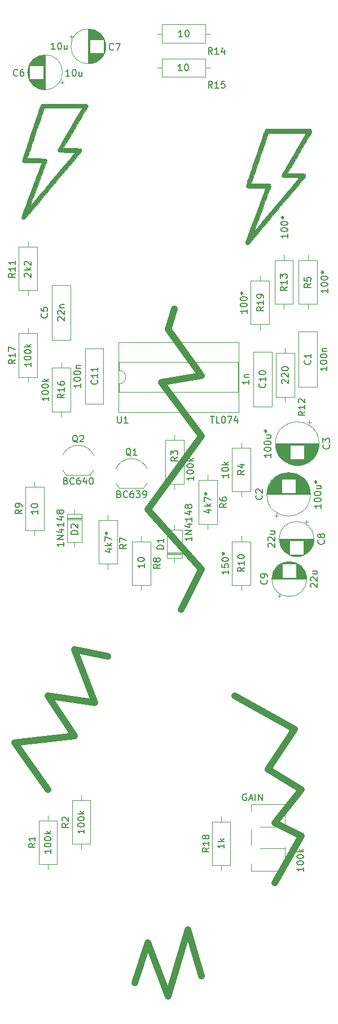
<source format=gbr>
G04 #@! TF.GenerationSoftware,KiCad,Pcbnew,7.0.10-7.0.10~ubuntu22.04.1*
G04 #@! TF.CreationDate,2024-01-17T09:34:49+01:00*
G04 #@! TF.ProjectId,kosmo-spring-reverb-driver,6b6f736d-6f2d-4737-9072-696e672d7265,v1.0.1*
G04 #@! TF.SameCoordinates,Original*
G04 #@! TF.FileFunction,Legend,Top*
G04 #@! TF.FilePolarity,Positive*
%FSLAX46Y46*%
G04 Gerber Fmt 4.6, Leading zero omitted, Abs format (unit mm)*
G04 Created by KiCad (PCBNEW 7.0.10-7.0.10~ubuntu22.04.1) date 2024-01-17 09:34:49*
%MOMM*%
%LPD*%
G01*
G04 APERTURE LIST*
%ADD10C,1.000000*%
%ADD11C,0.150000*%
%ADD12C,0.120000*%
%ADD13C,0.010000*%
G04 APERTURE END LIST*
D10*
X112000000Y-150000000D02*
X109000000Y-156000000D01*
X104000000Y-141000000D02*
X112000000Y-150000000D01*
X112000000Y-130000000D02*
X104000000Y-141000000D01*
X106000000Y-122000000D02*
X112000000Y-130000000D01*
X112000000Y-121000000D02*
X106000000Y-122000000D01*
X107000000Y-114000000D02*
X112000000Y-121000000D01*
X108000000Y-111000000D02*
X107000000Y-114000000D01*
X110000000Y-204000000D02*
X112000000Y-211000000D01*
X107000000Y-214000000D02*
X110000000Y-204000000D01*
X104000000Y-206000000D02*
X107000000Y-214000000D01*
X102000000Y-212000000D02*
X104000000Y-206000000D01*
X93000000Y-162000000D02*
X98000000Y-163000000D01*
X127000000Y-190000000D02*
X123000000Y-197000000D01*
X123000000Y-188000000D02*
X127000000Y-190000000D01*
X127000000Y-183000000D02*
X123000000Y-188000000D01*
X122000000Y-180000000D02*
X127000000Y-183000000D01*
X126000000Y-174000000D02*
X122000000Y-180000000D01*
X117000000Y-169000000D02*
X126000000Y-174000000D01*
X84000000Y-176000000D02*
X89000000Y-183000000D01*
X93000000Y-175000000D02*
X84000000Y-176000000D01*
X89000000Y-169000000D02*
X93000000Y-175000000D01*
X96000000Y-170000000D02*
X89000000Y-169000000D01*
X93000000Y-162000000D02*
X96000000Y-170000000D01*
D11*
X131159580Y-131316666D02*
X131207200Y-131364285D01*
X131207200Y-131364285D02*
X131254819Y-131507142D01*
X131254819Y-131507142D02*
X131254819Y-131602380D01*
X131254819Y-131602380D02*
X131207200Y-131745237D01*
X131207200Y-131745237D02*
X131111961Y-131840475D01*
X131111961Y-131840475D02*
X131016723Y-131888094D01*
X131016723Y-131888094D02*
X130826247Y-131935713D01*
X130826247Y-131935713D02*
X130683390Y-131935713D01*
X130683390Y-131935713D02*
X130492914Y-131888094D01*
X130492914Y-131888094D02*
X130397676Y-131840475D01*
X130397676Y-131840475D02*
X130302438Y-131745237D01*
X130302438Y-131745237D02*
X130254819Y-131602380D01*
X130254819Y-131602380D02*
X130254819Y-131507142D01*
X130254819Y-131507142D02*
X130302438Y-131364285D01*
X130302438Y-131364285D02*
X130350057Y-131316666D01*
X130254819Y-130983332D02*
X130254819Y-130364285D01*
X130254819Y-130364285D02*
X130635771Y-130697618D01*
X130635771Y-130697618D02*
X130635771Y-130554761D01*
X130635771Y-130554761D02*
X130683390Y-130459523D01*
X130683390Y-130459523D02*
X130731009Y-130411904D01*
X130731009Y-130411904D02*
X130826247Y-130364285D01*
X130826247Y-130364285D02*
X131064342Y-130364285D01*
X131064342Y-130364285D02*
X131159580Y-130411904D01*
X131159580Y-130411904D02*
X131207200Y-130459523D01*
X131207200Y-130459523D02*
X131254819Y-130554761D01*
X131254819Y-130554761D02*
X131254819Y-130840475D01*
X131254819Y-130840475D02*
X131207200Y-130935713D01*
X131207200Y-130935713D02*
X131159580Y-130983332D01*
X122454819Y-132650000D02*
X122454819Y-133221428D01*
X122454819Y-132935714D02*
X121454819Y-132935714D01*
X121454819Y-132935714D02*
X121597676Y-133030952D01*
X121597676Y-133030952D02*
X121692914Y-133126190D01*
X121692914Y-133126190D02*
X121740533Y-133221428D01*
X121454819Y-132030952D02*
X121454819Y-131935714D01*
X121454819Y-131935714D02*
X121502438Y-131840476D01*
X121502438Y-131840476D02*
X121550057Y-131792857D01*
X121550057Y-131792857D02*
X121645295Y-131745238D01*
X121645295Y-131745238D02*
X121835771Y-131697619D01*
X121835771Y-131697619D02*
X122073866Y-131697619D01*
X122073866Y-131697619D02*
X122264342Y-131745238D01*
X122264342Y-131745238D02*
X122359580Y-131792857D01*
X122359580Y-131792857D02*
X122407200Y-131840476D01*
X122407200Y-131840476D02*
X122454819Y-131935714D01*
X122454819Y-131935714D02*
X122454819Y-132030952D01*
X122454819Y-132030952D02*
X122407200Y-132126190D01*
X122407200Y-132126190D02*
X122359580Y-132173809D01*
X122359580Y-132173809D02*
X122264342Y-132221428D01*
X122264342Y-132221428D02*
X122073866Y-132269047D01*
X122073866Y-132269047D02*
X121835771Y-132269047D01*
X121835771Y-132269047D02*
X121645295Y-132221428D01*
X121645295Y-132221428D02*
X121550057Y-132173809D01*
X121550057Y-132173809D02*
X121502438Y-132126190D01*
X121502438Y-132126190D02*
X121454819Y-132030952D01*
X121454819Y-131078571D02*
X121454819Y-130983333D01*
X121454819Y-130983333D02*
X121502438Y-130888095D01*
X121502438Y-130888095D02*
X121550057Y-130840476D01*
X121550057Y-130840476D02*
X121645295Y-130792857D01*
X121645295Y-130792857D02*
X121835771Y-130745238D01*
X121835771Y-130745238D02*
X122073866Y-130745238D01*
X122073866Y-130745238D02*
X122264342Y-130792857D01*
X122264342Y-130792857D02*
X122359580Y-130840476D01*
X122359580Y-130840476D02*
X122407200Y-130888095D01*
X122407200Y-130888095D02*
X122454819Y-130983333D01*
X122454819Y-130983333D02*
X122454819Y-131078571D01*
X122454819Y-131078571D02*
X122407200Y-131173809D01*
X122407200Y-131173809D02*
X122359580Y-131221428D01*
X122359580Y-131221428D02*
X122264342Y-131269047D01*
X122264342Y-131269047D02*
X122073866Y-131316666D01*
X122073866Y-131316666D02*
X121835771Y-131316666D01*
X121835771Y-131316666D02*
X121645295Y-131269047D01*
X121645295Y-131269047D02*
X121550057Y-131221428D01*
X121550057Y-131221428D02*
X121502438Y-131173809D01*
X121502438Y-131173809D02*
X121454819Y-131078571D01*
X121788152Y-129888095D02*
X122454819Y-129888095D01*
X121788152Y-130316666D02*
X122311961Y-130316666D01*
X122311961Y-130316666D02*
X122407200Y-130269047D01*
X122407200Y-130269047D02*
X122454819Y-130173809D01*
X122454819Y-130173809D02*
X122454819Y-130030952D01*
X122454819Y-130030952D02*
X122407200Y-129935714D01*
X122407200Y-129935714D02*
X122359580Y-129888095D01*
X121454819Y-129269047D02*
X121692914Y-129269047D01*
X121597676Y-129507142D02*
X121692914Y-129269047D01*
X121692914Y-129269047D02*
X121597676Y-129030952D01*
X121883390Y-129411904D02*
X121692914Y-129269047D01*
X121692914Y-129269047D02*
X121883390Y-129126190D01*
X121059580Y-138916666D02*
X121107200Y-138964285D01*
X121107200Y-138964285D02*
X121154819Y-139107142D01*
X121154819Y-139107142D02*
X121154819Y-139202380D01*
X121154819Y-139202380D02*
X121107200Y-139345237D01*
X121107200Y-139345237D02*
X121011961Y-139440475D01*
X121011961Y-139440475D02*
X120916723Y-139488094D01*
X120916723Y-139488094D02*
X120726247Y-139535713D01*
X120726247Y-139535713D02*
X120583390Y-139535713D01*
X120583390Y-139535713D02*
X120392914Y-139488094D01*
X120392914Y-139488094D02*
X120297676Y-139440475D01*
X120297676Y-139440475D02*
X120202438Y-139345237D01*
X120202438Y-139345237D02*
X120154819Y-139202380D01*
X120154819Y-139202380D02*
X120154819Y-139107142D01*
X120154819Y-139107142D02*
X120202438Y-138964285D01*
X120202438Y-138964285D02*
X120250057Y-138916666D01*
X120250057Y-138535713D02*
X120202438Y-138488094D01*
X120202438Y-138488094D02*
X120154819Y-138392856D01*
X120154819Y-138392856D02*
X120154819Y-138154761D01*
X120154819Y-138154761D02*
X120202438Y-138059523D01*
X120202438Y-138059523D02*
X120250057Y-138011904D01*
X120250057Y-138011904D02*
X120345295Y-137964285D01*
X120345295Y-137964285D02*
X120440533Y-137964285D01*
X120440533Y-137964285D02*
X120583390Y-138011904D01*
X120583390Y-138011904D02*
X121154819Y-138583332D01*
X121154819Y-138583332D02*
X121154819Y-137964285D01*
X129954819Y-140250000D02*
X129954819Y-140821428D01*
X129954819Y-140535714D02*
X128954819Y-140535714D01*
X128954819Y-140535714D02*
X129097676Y-140630952D01*
X129097676Y-140630952D02*
X129192914Y-140726190D01*
X129192914Y-140726190D02*
X129240533Y-140821428D01*
X128954819Y-139630952D02*
X128954819Y-139535714D01*
X128954819Y-139535714D02*
X129002438Y-139440476D01*
X129002438Y-139440476D02*
X129050057Y-139392857D01*
X129050057Y-139392857D02*
X129145295Y-139345238D01*
X129145295Y-139345238D02*
X129335771Y-139297619D01*
X129335771Y-139297619D02*
X129573866Y-139297619D01*
X129573866Y-139297619D02*
X129764342Y-139345238D01*
X129764342Y-139345238D02*
X129859580Y-139392857D01*
X129859580Y-139392857D02*
X129907200Y-139440476D01*
X129907200Y-139440476D02*
X129954819Y-139535714D01*
X129954819Y-139535714D02*
X129954819Y-139630952D01*
X129954819Y-139630952D02*
X129907200Y-139726190D01*
X129907200Y-139726190D02*
X129859580Y-139773809D01*
X129859580Y-139773809D02*
X129764342Y-139821428D01*
X129764342Y-139821428D02*
X129573866Y-139869047D01*
X129573866Y-139869047D02*
X129335771Y-139869047D01*
X129335771Y-139869047D02*
X129145295Y-139821428D01*
X129145295Y-139821428D02*
X129050057Y-139773809D01*
X129050057Y-139773809D02*
X129002438Y-139726190D01*
X129002438Y-139726190D02*
X128954819Y-139630952D01*
X128954819Y-138678571D02*
X128954819Y-138583333D01*
X128954819Y-138583333D02*
X129002438Y-138488095D01*
X129002438Y-138488095D02*
X129050057Y-138440476D01*
X129050057Y-138440476D02*
X129145295Y-138392857D01*
X129145295Y-138392857D02*
X129335771Y-138345238D01*
X129335771Y-138345238D02*
X129573866Y-138345238D01*
X129573866Y-138345238D02*
X129764342Y-138392857D01*
X129764342Y-138392857D02*
X129859580Y-138440476D01*
X129859580Y-138440476D02*
X129907200Y-138488095D01*
X129907200Y-138488095D02*
X129954819Y-138583333D01*
X129954819Y-138583333D02*
X129954819Y-138678571D01*
X129954819Y-138678571D02*
X129907200Y-138773809D01*
X129907200Y-138773809D02*
X129859580Y-138821428D01*
X129859580Y-138821428D02*
X129764342Y-138869047D01*
X129764342Y-138869047D02*
X129573866Y-138916666D01*
X129573866Y-138916666D02*
X129335771Y-138916666D01*
X129335771Y-138916666D02*
X129145295Y-138869047D01*
X129145295Y-138869047D02*
X129050057Y-138821428D01*
X129050057Y-138821428D02*
X129002438Y-138773809D01*
X129002438Y-138773809D02*
X128954819Y-138678571D01*
X129288152Y-137488095D02*
X129954819Y-137488095D01*
X129288152Y-137916666D02*
X129811961Y-137916666D01*
X129811961Y-137916666D02*
X129907200Y-137869047D01*
X129907200Y-137869047D02*
X129954819Y-137773809D01*
X129954819Y-137773809D02*
X129954819Y-137630952D01*
X129954819Y-137630952D02*
X129907200Y-137535714D01*
X129907200Y-137535714D02*
X129859580Y-137488095D01*
X128954819Y-136869047D02*
X129192914Y-136869047D01*
X129097676Y-137107142D02*
X129192914Y-136869047D01*
X129192914Y-136869047D02*
X129097676Y-136630952D01*
X129383390Y-137011904D02*
X129192914Y-136869047D01*
X129192914Y-136869047D02*
X129383390Y-136726190D01*
X121354819Y-110662857D02*
X120878628Y-110996190D01*
X121354819Y-111234285D02*
X120354819Y-111234285D01*
X120354819Y-111234285D02*
X120354819Y-110853333D01*
X120354819Y-110853333D02*
X120402438Y-110758095D01*
X120402438Y-110758095D02*
X120450057Y-110710476D01*
X120450057Y-110710476D02*
X120545295Y-110662857D01*
X120545295Y-110662857D02*
X120688152Y-110662857D01*
X120688152Y-110662857D02*
X120783390Y-110710476D01*
X120783390Y-110710476D02*
X120831009Y-110758095D01*
X120831009Y-110758095D02*
X120878628Y-110853333D01*
X120878628Y-110853333D02*
X120878628Y-111234285D01*
X121354819Y-109710476D02*
X121354819Y-110281904D01*
X121354819Y-109996190D02*
X120354819Y-109996190D01*
X120354819Y-109996190D02*
X120497676Y-110091428D01*
X120497676Y-110091428D02*
X120592914Y-110186666D01*
X120592914Y-110186666D02*
X120640533Y-110281904D01*
X121354819Y-109234285D02*
X121354819Y-109043809D01*
X121354819Y-109043809D02*
X121307200Y-108948571D01*
X121307200Y-108948571D02*
X121259580Y-108900952D01*
X121259580Y-108900952D02*
X121116723Y-108805714D01*
X121116723Y-108805714D02*
X120926247Y-108758095D01*
X120926247Y-108758095D02*
X120545295Y-108758095D01*
X120545295Y-108758095D02*
X120450057Y-108805714D01*
X120450057Y-108805714D02*
X120402438Y-108853333D01*
X120402438Y-108853333D02*
X120354819Y-108948571D01*
X120354819Y-108948571D02*
X120354819Y-109139047D01*
X120354819Y-109139047D02*
X120402438Y-109234285D01*
X120402438Y-109234285D02*
X120450057Y-109281904D01*
X120450057Y-109281904D02*
X120545295Y-109329523D01*
X120545295Y-109329523D02*
X120783390Y-109329523D01*
X120783390Y-109329523D02*
X120878628Y-109281904D01*
X120878628Y-109281904D02*
X120926247Y-109234285D01*
X120926247Y-109234285D02*
X120973866Y-109139047D01*
X120973866Y-109139047D02*
X120973866Y-108948571D01*
X120973866Y-108948571D02*
X120926247Y-108853333D01*
X120926247Y-108853333D02*
X120878628Y-108805714D01*
X120878628Y-108805714D02*
X120783390Y-108758095D01*
X118854819Y-111047619D02*
X118854819Y-111619047D01*
X118854819Y-111333333D02*
X117854819Y-111333333D01*
X117854819Y-111333333D02*
X117997676Y-111428571D01*
X117997676Y-111428571D02*
X118092914Y-111523809D01*
X118092914Y-111523809D02*
X118140533Y-111619047D01*
X117854819Y-110428571D02*
X117854819Y-110333333D01*
X117854819Y-110333333D02*
X117902438Y-110238095D01*
X117902438Y-110238095D02*
X117950057Y-110190476D01*
X117950057Y-110190476D02*
X118045295Y-110142857D01*
X118045295Y-110142857D02*
X118235771Y-110095238D01*
X118235771Y-110095238D02*
X118473866Y-110095238D01*
X118473866Y-110095238D02*
X118664342Y-110142857D01*
X118664342Y-110142857D02*
X118759580Y-110190476D01*
X118759580Y-110190476D02*
X118807200Y-110238095D01*
X118807200Y-110238095D02*
X118854819Y-110333333D01*
X118854819Y-110333333D02*
X118854819Y-110428571D01*
X118854819Y-110428571D02*
X118807200Y-110523809D01*
X118807200Y-110523809D02*
X118759580Y-110571428D01*
X118759580Y-110571428D02*
X118664342Y-110619047D01*
X118664342Y-110619047D02*
X118473866Y-110666666D01*
X118473866Y-110666666D02*
X118235771Y-110666666D01*
X118235771Y-110666666D02*
X118045295Y-110619047D01*
X118045295Y-110619047D02*
X117950057Y-110571428D01*
X117950057Y-110571428D02*
X117902438Y-110523809D01*
X117902438Y-110523809D02*
X117854819Y-110428571D01*
X117854819Y-109476190D02*
X117854819Y-109380952D01*
X117854819Y-109380952D02*
X117902438Y-109285714D01*
X117902438Y-109285714D02*
X117950057Y-109238095D01*
X117950057Y-109238095D02*
X118045295Y-109190476D01*
X118045295Y-109190476D02*
X118235771Y-109142857D01*
X118235771Y-109142857D02*
X118473866Y-109142857D01*
X118473866Y-109142857D02*
X118664342Y-109190476D01*
X118664342Y-109190476D02*
X118759580Y-109238095D01*
X118759580Y-109238095D02*
X118807200Y-109285714D01*
X118807200Y-109285714D02*
X118854819Y-109380952D01*
X118854819Y-109380952D02*
X118854819Y-109476190D01*
X118854819Y-109476190D02*
X118807200Y-109571428D01*
X118807200Y-109571428D02*
X118759580Y-109619047D01*
X118759580Y-109619047D02*
X118664342Y-109666666D01*
X118664342Y-109666666D02*
X118473866Y-109714285D01*
X118473866Y-109714285D02*
X118235771Y-109714285D01*
X118235771Y-109714285D02*
X118045295Y-109666666D01*
X118045295Y-109666666D02*
X117950057Y-109619047D01*
X117950057Y-109619047D02*
X117902438Y-109571428D01*
X117902438Y-109571428D02*
X117854819Y-109476190D01*
X117854819Y-108571428D02*
X118092914Y-108571428D01*
X117997676Y-108809523D02*
X118092914Y-108571428D01*
X118092914Y-108571428D02*
X117997676Y-108333333D01*
X118283390Y-108714285D02*
X118092914Y-108571428D01*
X118092914Y-108571428D02*
X118283390Y-108428571D01*
X124854819Y-107642857D02*
X124378628Y-107976190D01*
X124854819Y-108214285D02*
X123854819Y-108214285D01*
X123854819Y-108214285D02*
X123854819Y-107833333D01*
X123854819Y-107833333D02*
X123902438Y-107738095D01*
X123902438Y-107738095D02*
X123950057Y-107690476D01*
X123950057Y-107690476D02*
X124045295Y-107642857D01*
X124045295Y-107642857D02*
X124188152Y-107642857D01*
X124188152Y-107642857D02*
X124283390Y-107690476D01*
X124283390Y-107690476D02*
X124331009Y-107738095D01*
X124331009Y-107738095D02*
X124378628Y-107833333D01*
X124378628Y-107833333D02*
X124378628Y-108214285D01*
X124854819Y-106690476D02*
X124854819Y-107261904D01*
X124854819Y-106976190D02*
X123854819Y-106976190D01*
X123854819Y-106976190D02*
X123997676Y-107071428D01*
X123997676Y-107071428D02*
X124092914Y-107166666D01*
X124092914Y-107166666D02*
X124140533Y-107261904D01*
X123854819Y-106357142D02*
X123854819Y-105738095D01*
X123854819Y-105738095D02*
X124235771Y-106071428D01*
X124235771Y-106071428D02*
X124235771Y-105928571D01*
X124235771Y-105928571D02*
X124283390Y-105833333D01*
X124283390Y-105833333D02*
X124331009Y-105785714D01*
X124331009Y-105785714D02*
X124426247Y-105738095D01*
X124426247Y-105738095D02*
X124664342Y-105738095D01*
X124664342Y-105738095D02*
X124759580Y-105785714D01*
X124759580Y-105785714D02*
X124807200Y-105833333D01*
X124807200Y-105833333D02*
X124854819Y-105928571D01*
X124854819Y-105928571D02*
X124854819Y-106214285D01*
X124854819Y-106214285D02*
X124807200Y-106309523D01*
X124807200Y-106309523D02*
X124759580Y-106357142D01*
X124954819Y-99747619D02*
X124954819Y-100319047D01*
X124954819Y-100033333D02*
X123954819Y-100033333D01*
X123954819Y-100033333D02*
X124097676Y-100128571D01*
X124097676Y-100128571D02*
X124192914Y-100223809D01*
X124192914Y-100223809D02*
X124240533Y-100319047D01*
X123954819Y-99128571D02*
X123954819Y-99033333D01*
X123954819Y-99033333D02*
X124002438Y-98938095D01*
X124002438Y-98938095D02*
X124050057Y-98890476D01*
X124050057Y-98890476D02*
X124145295Y-98842857D01*
X124145295Y-98842857D02*
X124335771Y-98795238D01*
X124335771Y-98795238D02*
X124573866Y-98795238D01*
X124573866Y-98795238D02*
X124764342Y-98842857D01*
X124764342Y-98842857D02*
X124859580Y-98890476D01*
X124859580Y-98890476D02*
X124907200Y-98938095D01*
X124907200Y-98938095D02*
X124954819Y-99033333D01*
X124954819Y-99033333D02*
X124954819Y-99128571D01*
X124954819Y-99128571D02*
X124907200Y-99223809D01*
X124907200Y-99223809D02*
X124859580Y-99271428D01*
X124859580Y-99271428D02*
X124764342Y-99319047D01*
X124764342Y-99319047D02*
X124573866Y-99366666D01*
X124573866Y-99366666D02*
X124335771Y-99366666D01*
X124335771Y-99366666D02*
X124145295Y-99319047D01*
X124145295Y-99319047D02*
X124050057Y-99271428D01*
X124050057Y-99271428D02*
X124002438Y-99223809D01*
X124002438Y-99223809D02*
X123954819Y-99128571D01*
X123954819Y-98176190D02*
X123954819Y-98080952D01*
X123954819Y-98080952D02*
X124002438Y-97985714D01*
X124002438Y-97985714D02*
X124050057Y-97938095D01*
X124050057Y-97938095D02*
X124145295Y-97890476D01*
X124145295Y-97890476D02*
X124335771Y-97842857D01*
X124335771Y-97842857D02*
X124573866Y-97842857D01*
X124573866Y-97842857D02*
X124764342Y-97890476D01*
X124764342Y-97890476D02*
X124859580Y-97938095D01*
X124859580Y-97938095D02*
X124907200Y-97985714D01*
X124907200Y-97985714D02*
X124954819Y-98080952D01*
X124954819Y-98080952D02*
X124954819Y-98176190D01*
X124954819Y-98176190D02*
X124907200Y-98271428D01*
X124907200Y-98271428D02*
X124859580Y-98319047D01*
X124859580Y-98319047D02*
X124764342Y-98366666D01*
X124764342Y-98366666D02*
X124573866Y-98414285D01*
X124573866Y-98414285D02*
X124335771Y-98414285D01*
X124335771Y-98414285D02*
X124145295Y-98366666D01*
X124145295Y-98366666D02*
X124050057Y-98319047D01*
X124050057Y-98319047D02*
X124002438Y-98271428D01*
X124002438Y-98271428D02*
X123954819Y-98176190D01*
X123954819Y-97271428D02*
X124192914Y-97271428D01*
X124097676Y-97509523D02*
X124192914Y-97271428D01*
X124192914Y-97271428D02*
X124097676Y-97033333D01*
X124383390Y-97414285D02*
X124192914Y-97271428D01*
X124192914Y-97271428D02*
X124383390Y-97128571D01*
X127354819Y-194671428D02*
X127354819Y-195242856D01*
X127354819Y-194957142D02*
X126354819Y-194957142D01*
X126354819Y-194957142D02*
X126497676Y-195052380D01*
X126497676Y-195052380D02*
X126592914Y-195147618D01*
X126592914Y-195147618D02*
X126640533Y-195242856D01*
X126354819Y-194052380D02*
X126354819Y-193957142D01*
X126354819Y-193957142D02*
X126402438Y-193861904D01*
X126402438Y-193861904D02*
X126450057Y-193814285D01*
X126450057Y-193814285D02*
X126545295Y-193766666D01*
X126545295Y-193766666D02*
X126735771Y-193719047D01*
X126735771Y-193719047D02*
X126973866Y-193719047D01*
X126973866Y-193719047D02*
X127164342Y-193766666D01*
X127164342Y-193766666D02*
X127259580Y-193814285D01*
X127259580Y-193814285D02*
X127307200Y-193861904D01*
X127307200Y-193861904D02*
X127354819Y-193957142D01*
X127354819Y-193957142D02*
X127354819Y-194052380D01*
X127354819Y-194052380D02*
X127307200Y-194147618D01*
X127307200Y-194147618D02*
X127259580Y-194195237D01*
X127259580Y-194195237D02*
X127164342Y-194242856D01*
X127164342Y-194242856D02*
X126973866Y-194290475D01*
X126973866Y-194290475D02*
X126735771Y-194290475D01*
X126735771Y-194290475D02*
X126545295Y-194242856D01*
X126545295Y-194242856D02*
X126450057Y-194195237D01*
X126450057Y-194195237D02*
X126402438Y-194147618D01*
X126402438Y-194147618D02*
X126354819Y-194052380D01*
X126354819Y-193099999D02*
X126354819Y-193004761D01*
X126354819Y-193004761D02*
X126402438Y-192909523D01*
X126402438Y-192909523D02*
X126450057Y-192861904D01*
X126450057Y-192861904D02*
X126545295Y-192814285D01*
X126545295Y-192814285D02*
X126735771Y-192766666D01*
X126735771Y-192766666D02*
X126973866Y-192766666D01*
X126973866Y-192766666D02*
X127164342Y-192814285D01*
X127164342Y-192814285D02*
X127259580Y-192861904D01*
X127259580Y-192861904D02*
X127307200Y-192909523D01*
X127307200Y-192909523D02*
X127354819Y-193004761D01*
X127354819Y-193004761D02*
X127354819Y-193099999D01*
X127354819Y-193099999D02*
X127307200Y-193195237D01*
X127307200Y-193195237D02*
X127259580Y-193242856D01*
X127259580Y-193242856D02*
X127164342Y-193290475D01*
X127164342Y-193290475D02*
X126973866Y-193338094D01*
X126973866Y-193338094D02*
X126735771Y-193338094D01*
X126735771Y-193338094D02*
X126545295Y-193290475D01*
X126545295Y-193290475D02*
X126450057Y-193242856D01*
X126450057Y-193242856D02*
X126402438Y-193195237D01*
X126402438Y-193195237D02*
X126354819Y-193099999D01*
X127354819Y-192338094D02*
X126354819Y-192338094D01*
X126973866Y-192242856D02*
X127354819Y-191957142D01*
X126688152Y-191957142D02*
X127069104Y-192338094D01*
X118771428Y-183702438D02*
X118676190Y-183654819D01*
X118676190Y-183654819D02*
X118533333Y-183654819D01*
X118533333Y-183654819D02*
X118390476Y-183702438D01*
X118390476Y-183702438D02*
X118295238Y-183797676D01*
X118295238Y-183797676D02*
X118247619Y-183892914D01*
X118247619Y-183892914D02*
X118200000Y-184083390D01*
X118200000Y-184083390D02*
X118200000Y-184226247D01*
X118200000Y-184226247D02*
X118247619Y-184416723D01*
X118247619Y-184416723D02*
X118295238Y-184511961D01*
X118295238Y-184511961D02*
X118390476Y-184607200D01*
X118390476Y-184607200D02*
X118533333Y-184654819D01*
X118533333Y-184654819D02*
X118628571Y-184654819D01*
X118628571Y-184654819D02*
X118771428Y-184607200D01*
X118771428Y-184607200D02*
X118819047Y-184559580D01*
X118819047Y-184559580D02*
X118819047Y-184226247D01*
X118819047Y-184226247D02*
X118628571Y-184226247D01*
X119200000Y-184369104D02*
X119676190Y-184369104D01*
X119104762Y-184654819D02*
X119438095Y-183654819D01*
X119438095Y-183654819D02*
X119771428Y-184654819D01*
X120104762Y-184654819D02*
X120104762Y-183654819D01*
X120580952Y-184654819D02*
X120580952Y-183654819D01*
X120580952Y-183654819D02*
X121152380Y-184654819D01*
X121152380Y-184654819D02*
X121152380Y-183654819D01*
X113154819Y-191742857D02*
X112678628Y-192076190D01*
X113154819Y-192314285D02*
X112154819Y-192314285D01*
X112154819Y-192314285D02*
X112154819Y-191933333D01*
X112154819Y-191933333D02*
X112202438Y-191838095D01*
X112202438Y-191838095D02*
X112250057Y-191790476D01*
X112250057Y-191790476D02*
X112345295Y-191742857D01*
X112345295Y-191742857D02*
X112488152Y-191742857D01*
X112488152Y-191742857D02*
X112583390Y-191790476D01*
X112583390Y-191790476D02*
X112631009Y-191838095D01*
X112631009Y-191838095D02*
X112678628Y-191933333D01*
X112678628Y-191933333D02*
X112678628Y-192314285D01*
X113154819Y-190790476D02*
X113154819Y-191361904D01*
X113154819Y-191076190D02*
X112154819Y-191076190D01*
X112154819Y-191076190D02*
X112297676Y-191171428D01*
X112297676Y-191171428D02*
X112392914Y-191266666D01*
X112392914Y-191266666D02*
X112440533Y-191361904D01*
X112583390Y-190219047D02*
X112535771Y-190314285D01*
X112535771Y-190314285D02*
X112488152Y-190361904D01*
X112488152Y-190361904D02*
X112392914Y-190409523D01*
X112392914Y-190409523D02*
X112345295Y-190409523D01*
X112345295Y-190409523D02*
X112250057Y-190361904D01*
X112250057Y-190361904D02*
X112202438Y-190314285D01*
X112202438Y-190314285D02*
X112154819Y-190219047D01*
X112154819Y-190219047D02*
X112154819Y-190028571D01*
X112154819Y-190028571D02*
X112202438Y-189933333D01*
X112202438Y-189933333D02*
X112250057Y-189885714D01*
X112250057Y-189885714D02*
X112345295Y-189838095D01*
X112345295Y-189838095D02*
X112392914Y-189838095D01*
X112392914Y-189838095D02*
X112488152Y-189885714D01*
X112488152Y-189885714D02*
X112535771Y-189933333D01*
X112535771Y-189933333D02*
X112583390Y-190028571D01*
X112583390Y-190028571D02*
X112583390Y-190219047D01*
X112583390Y-190219047D02*
X112631009Y-190314285D01*
X112631009Y-190314285D02*
X112678628Y-190361904D01*
X112678628Y-190361904D02*
X112773866Y-190409523D01*
X112773866Y-190409523D02*
X112964342Y-190409523D01*
X112964342Y-190409523D02*
X113059580Y-190361904D01*
X113059580Y-190361904D02*
X113107200Y-190314285D01*
X113107200Y-190314285D02*
X113154819Y-190219047D01*
X113154819Y-190219047D02*
X113154819Y-190028571D01*
X113154819Y-190028571D02*
X113107200Y-189933333D01*
X113107200Y-189933333D02*
X113059580Y-189885714D01*
X113059580Y-189885714D02*
X112964342Y-189838095D01*
X112964342Y-189838095D02*
X112773866Y-189838095D01*
X112773866Y-189838095D02*
X112678628Y-189885714D01*
X112678628Y-189885714D02*
X112631009Y-189933333D01*
X112631009Y-189933333D02*
X112583390Y-190028571D01*
X115454819Y-191199047D02*
X115454819Y-191770475D01*
X115454819Y-191484761D02*
X114454819Y-191484761D01*
X114454819Y-191484761D02*
X114597676Y-191579999D01*
X114597676Y-191579999D02*
X114692914Y-191675237D01*
X114692914Y-191675237D02*
X114740533Y-191770475D01*
X115454819Y-190770475D02*
X114454819Y-190770475D01*
X115073866Y-190675237D02*
X115454819Y-190389523D01*
X114788152Y-190389523D02*
X115169104Y-190770475D01*
X121809580Y-151616666D02*
X121857200Y-151664285D01*
X121857200Y-151664285D02*
X121904819Y-151807142D01*
X121904819Y-151807142D02*
X121904819Y-151902380D01*
X121904819Y-151902380D02*
X121857200Y-152045237D01*
X121857200Y-152045237D02*
X121761961Y-152140475D01*
X121761961Y-152140475D02*
X121666723Y-152188094D01*
X121666723Y-152188094D02*
X121476247Y-152235713D01*
X121476247Y-152235713D02*
X121333390Y-152235713D01*
X121333390Y-152235713D02*
X121142914Y-152188094D01*
X121142914Y-152188094D02*
X121047676Y-152140475D01*
X121047676Y-152140475D02*
X120952438Y-152045237D01*
X120952438Y-152045237D02*
X120904819Y-151902380D01*
X120904819Y-151902380D02*
X120904819Y-151807142D01*
X120904819Y-151807142D02*
X120952438Y-151664285D01*
X120952438Y-151664285D02*
X121000057Y-151616666D01*
X121904819Y-151140475D02*
X121904819Y-150949999D01*
X121904819Y-150949999D02*
X121857200Y-150854761D01*
X121857200Y-150854761D02*
X121809580Y-150807142D01*
X121809580Y-150807142D02*
X121666723Y-150711904D01*
X121666723Y-150711904D02*
X121476247Y-150664285D01*
X121476247Y-150664285D02*
X121095295Y-150664285D01*
X121095295Y-150664285D02*
X121000057Y-150711904D01*
X121000057Y-150711904D02*
X120952438Y-150759523D01*
X120952438Y-150759523D02*
X120904819Y-150854761D01*
X120904819Y-150854761D02*
X120904819Y-151045237D01*
X120904819Y-151045237D02*
X120952438Y-151140475D01*
X120952438Y-151140475D02*
X121000057Y-151188094D01*
X121000057Y-151188094D02*
X121095295Y-151235713D01*
X121095295Y-151235713D02*
X121333390Y-151235713D01*
X121333390Y-151235713D02*
X121428628Y-151188094D01*
X121428628Y-151188094D02*
X121476247Y-151140475D01*
X121476247Y-151140475D02*
X121523866Y-151045237D01*
X121523866Y-151045237D02*
X121523866Y-150854761D01*
X121523866Y-150854761D02*
X121476247Y-150759523D01*
X121476247Y-150759523D02*
X121428628Y-150711904D01*
X121428628Y-150711904D02*
X121333390Y-150664285D01*
X128500057Y-152664285D02*
X128452438Y-152616666D01*
X128452438Y-152616666D02*
X128404819Y-152521428D01*
X128404819Y-152521428D02*
X128404819Y-152283333D01*
X128404819Y-152283333D02*
X128452438Y-152188095D01*
X128452438Y-152188095D02*
X128500057Y-152140476D01*
X128500057Y-152140476D02*
X128595295Y-152092857D01*
X128595295Y-152092857D02*
X128690533Y-152092857D01*
X128690533Y-152092857D02*
X128833390Y-152140476D01*
X128833390Y-152140476D02*
X129404819Y-152711904D01*
X129404819Y-152711904D02*
X129404819Y-152092857D01*
X128500057Y-151711904D02*
X128452438Y-151664285D01*
X128452438Y-151664285D02*
X128404819Y-151569047D01*
X128404819Y-151569047D02*
X128404819Y-151330952D01*
X128404819Y-151330952D02*
X128452438Y-151235714D01*
X128452438Y-151235714D02*
X128500057Y-151188095D01*
X128500057Y-151188095D02*
X128595295Y-151140476D01*
X128595295Y-151140476D02*
X128690533Y-151140476D01*
X128690533Y-151140476D02*
X128833390Y-151188095D01*
X128833390Y-151188095D02*
X129404819Y-151759523D01*
X129404819Y-151759523D02*
X129404819Y-151140476D01*
X128738152Y-150283333D02*
X129404819Y-150283333D01*
X128738152Y-150711904D02*
X129261961Y-150711904D01*
X129261961Y-150711904D02*
X129357200Y-150664285D01*
X129357200Y-150664285D02*
X129404819Y-150569047D01*
X129404819Y-150569047D02*
X129404819Y-150426190D01*
X129404819Y-150426190D02*
X129357200Y-150330952D01*
X129357200Y-150330952D02*
X129309580Y-150283333D01*
X130409580Y-145616666D02*
X130457200Y-145664285D01*
X130457200Y-145664285D02*
X130504819Y-145807142D01*
X130504819Y-145807142D02*
X130504819Y-145902380D01*
X130504819Y-145902380D02*
X130457200Y-146045237D01*
X130457200Y-146045237D02*
X130361961Y-146140475D01*
X130361961Y-146140475D02*
X130266723Y-146188094D01*
X130266723Y-146188094D02*
X130076247Y-146235713D01*
X130076247Y-146235713D02*
X129933390Y-146235713D01*
X129933390Y-146235713D02*
X129742914Y-146188094D01*
X129742914Y-146188094D02*
X129647676Y-146140475D01*
X129647676Y-146140475D02*
X129552438Y-146045237D01*
X129552438Y-146045237D02*
X129504819Y-145902380D01*
X129504819Y-145902380D02*
X129504819Y-145807142D01*
X129504819Y-145807142D02*
X129552438Y-145664285D01*
X129552438Y-145664285D02*
X129600057Y-145616666D01*
X129933390Y-145045237D02*
X129885771Y-145140475D01*
X129885771Y-145140475D02*
X129838152Y-145188094D01*
X129838152Y-145188094D02*
X129742914Y-145235713D01*
X129742914Y-145235713D02*
X129695295Y-145235713D01*
X129695295Y-145235713D02*
X129600057Y-145188094D01*
X129600057Y-145188094D02*
X129552438Y-145140475D01*
X129552438Y-145140475D02*
X129504819Y-145045237D01*
X129504819Y-145045237D02*
X129504819Y-144854761D01*
X129504819Y-144854761D02*
X129552438Y-144759523D01*
X129552438Y-144759523D02*
X129600057Y-144711904D01*
X129600057Y-144711904D02*
X129695295Y-144664285D01*
X129695295Y-144664285D02*
X129742914Y-144664285D01*
X129742914Y-144664285D02*
X129838152Y-144711904D01*
X129838152Y-144711904D02*
X129885771Y-144759523D01*
X129885771Y-144759523D02*
X129933390Y-144854761D01*
X129933390Y-144854761D02*
X129933390Y-145045237D01*
X129933390Y-145045237D02*
X129981009Y-145140475D01*
X129981009Y-145140475D02*
X130028628Y-145188094D01*
X130028628Y-145188094D02*
X130123866Y-145235713D01*
X130123866Y-145235713D02*
X130314342Y-145235713D01*
X130314342Y-145235713D02*
X130409580Y-145188094D01*
X130409580Y-145188094D02*
X130457200Y-145140475D01*
X130457200Y-145140475D02*
X130504819Y-145045237D01*
X130504819Y-145045237D02*
X130504819Y-144854761D01*
X130504819Y-144854761D02*
X130457200Y-144759523D01*
X130457200Y-144759523D02*
X130409580Y-144711904D01*
X130409580Y-144711904D02*
X130314342Y-144664285D01*
X130314342Y-144664285D02*
X130123866Y-144664285D01*
X130123866Y-144664285D02*
X130028628Y-144711904D01*
X130028628Y-144711904D02*
X129981009Y-144759523D01*
X129981009Y-144759523D02*
X129933390Y-144854761D01*
X122100057Y-146664285D02*
X122052438Y-146616666D01*
X122052438Y-146616666D02*
X122004819Y-146521428D01*
X122004819Y-146521428D02*
X122004819Y-146283333D01*
X122004819Y-146283333D02*
X122052438Y-146188095D01*
X122052438Y-146188095D02*
X122100057Y-146140476D01*
X122100057Y-146140476D02*
X122195295Y-146092857D01*
X122195295Y-146092857D02*
X122290533Y-146092857D01*
X122290533Y-146092857D02*
X122433390Y-146140476D01*
X122433390Y-146140476D02*
X123004819Y-146711904D01*
X123004819Y-146711904D02*
X123004819Y-146092857D01*
X122100057Y-145711904D02*
X122052438Y-145664285D01*
X122052438Y-145664285D02*
X122004819Y-145569047D01*
X122004819Y-145569047D02*
X122004819Y-145330952D01*
X122004819Y-145330952D02*
X122052438Y-145235714D01*
X122052438Y-145235714D02*
X122100057Y-145188095D01*
X122100057Y-145188095D02*
X122195295Y-145140476D01*
X122195295Y-145140476D02*
X122290533Y-145140476D01*
X122290533Y-145140476D02*
X122433390Y-145188095D01*
X122433390Y-145188095D02*
X123004819Y-145759523D01*
X123004819Y-145759523D02*
X123004819Y-145140476D01*
X122338152Y-144283333D02*
X123004819Y-144283333D01*
X122338152Y-144711904D02*
X122861961Y-144711904D01*
X122861961Y-144711904D02*
X122957200Y-144664285D01*
X122957200Y-144664285D02*
X123004819Y-144569047D01*
X123004819Y-144569047D02*
X123004819Y-144426190D01*
X123004819Y-144426190D02*
X122957200Y-144330952D01*
X122957200Y-144330952D02*
X122909580Y-144283333D01*
X98833333Y-72059580D02*
X98785714Y-72107200D01*
X98785714Y-72107200D02*
X98642857Y-72154819D01*
X98642857Y-72154819D02*
X98547619Y-72154819D01*
X98547619Y-72154819D02*
X98404762Y-72107200D01*
X98404762Y-72107200D02*
X98309524Y-72011961D01*
X98309524Y-72011961D02*
X98261905Y-71916723D01*
X98261905Y-71916723D02*
X98214286Y-71726247D01*
X98214286Y-71726247D02*
X98214286Y-71583390D01*
X98214286Y-71583390D02*
X98261905Y-71392914D01*
X98261905Y-71392914D02*
X98309524Y-71297676D01*
X98309524Y-71297676D02*
X98404762Y-71202438D01*
X98404762Y-71202438D02*
X98547619Y-71154819D01*
X98547619Y-71154819D02*
X98642857Y-71154819D01*
X98642857Y-71154819D02*
X98785714Y-71202438D01*
X98785714Y-71202438D02*
X98833333Y-71250057D01*
X99166667Y-71154819D02*
X99833333Y-71154819D01*
X99833333Y-71154819D02*
X99404762Y-72154819D01*
X90057142Y-72054819D02*
X89485714Y-72054819D01*
X89771428Y-72054819D02*
X89771428Y-71054819D01*
X89771428Y-71054819D02*
X89676190Y-71197676D01*
X89676190Y-71197676D02*
X89580952Y-71292914D01*
X89580952Y-71292914D02*
X89485714Y-71340533D01*
X90676190Y-71054819D02*
X90771428Y-71054819D01*
X90771428Y-71054819D02*
X90866666Y-71102438D01*
X90866666Y-71102438D02*
X90914285Y-71150057D01*
X90914285Y-71150057D02*
X90961904Y-71245295D01*
X90961904Y-71245295D02*
X91009523Y-71435771D01*
X91009523Y-71435771D02*
X91009523Y-71673866D01*
X91009523Y-71673866D02*
X90961904Y-71864342D01*
X90961904Y-71864342D02*
X90914285Y-71959580D01*
X90914285Y-71959580D02*
X90866666Y-72007200D01*
X90866666Y-72007200D02*
X90771428Y-72054819D01*
X90771428Y-72054819D02*
X90676190Y-72054819D01*
X90676190Y-72054819D02*
X90580952Y-72007200D01*
X90580952Y-72007200D02*
X90533333Y-71959580D01*
X90533333Y-71959580D02*
X90485714Y-71864342D01*
X90485714Y-71864342D02*
X90438095Y-71673866D01*
X90438095Y-71673866D02*
X90438095Y-71435771D01*
X90438095Y-71435771D02*
X90485714Y-71245295D01*
X90485714Y-71245295D02*
X90533333Y-71150057D01*
X90533333Y-71150057D02*
X90580952Y-71102438D01*
X90580952Y-71102438D02*
X90676190Y-71054819D01*
X91866666Y-71388152D02*
X91866666Y-72054819D01*
X91438095Y-71388152D02*
X91438095Y-71911961D01*
X91438095Y-71911961D02*
X91485714Y-72007200D01*
X91485714Y-72007200D02*
X91580952Y-72054819D01*
X91580952Y-72054819D02*
X91723809Y-72054819D01*
X91723809Y-72054819D02*
X91819047Y-72007200D01*
X91819047Y-72007200D02*
X91866666Y-71959580D01*
X84433333Y-75959580D02*
X84385714Y-76007200D01*
X84385714Y-76007200D02*
X84242857Y-76054819D01*
X84242857Y-76054819D02*
X84147619Y-76054819D01*
X84147619Y-76054819D02*
X84004762Y-76007200D01*
X84004762Y-76007200D02*
X83909524Y-75911961D01*
X83909524Y-75911961D02*
X83861905Y-75816723D01*
X83861905Y-75816723D02*
X83814286Y-75626247D01*
X83814286Y-75626247D02*
X83814286Y-75483390D01*
X83814286Y-75483390D02*
X83861905Y-75292914D01*
X83861905Y-75292914D02*
X83909524Y-75197676D01*
X83909524Y-75197676D02*
X84004762Y-75102438D01*
X84004762Y-75102438D02*
X84147619Y-75054819D01*
X84147619Y-75054819D02*
X84242857Y-75054819D01*
X84242857Y-75054819D02*
X84385714Y-75102438D01*
X84385714Y-75102438D02*
X84433333Y-75150057D01*
X85290476Y-75054819D02*
X85100000Y-75054819D01*
X85100000Y-75054819D02*
X85004762Y-75102438D01*
X85004762Y-75102438D02*
X84957143Y-75150057D01*
X84957143Y-75150057D02*
X84861905Y-75292914D01*
X84861905Y-75292914D02*
X84814286Y-75483390D01*
X84814286Y-75483390D02*
X84814286Y-75864342D01*
X84814286Y-75864342D02*
X84861905Y-75959580D01*
X84861905Y-75959580D02*
X84909524Y-76007200D01*
X84909524Y-76007200D02*
X85004762Y-76054819D01*
X85004762Y-76054819D02*
X85195238Y-76054819D01*
X85195238Y-76054819D02*
X85290476Y-76007200D01*
X85290476Y-76007200D02*
X85338095Y-75959580D01*
X85338095Y-75959580D02*
X85385714Y-75864342D01*
X85385714Y-75864342D02*
X85385714Y-75626247D01*
X85385714Y-75626247D02*
X85338095Y-75531009D01*
X85338095Y-75531009D02*
X85290476Y-75483390D01*
X85290476Y-75483390D02*
X85195238Y-75435771D01*
X85195238Y-75435771D02*
X85004762Y-75435771D01*
X85004762Y-75435771D02*
X84909524Y-75483390D01*
X84909524Y-75483390D02*
X84861905Y-75531009D01*
X84861905Y-75531009D02*
X84814286Y-75626247D01*
X92257142Y-76054819D02*
X91685714Y-76054819D01*
X91971428Y-76054819D02*
X91971428Y-75054819D01*
X91971428Y-75054819D02*
X91876190Y-75197676D01*
X91876190Y-75197676D02*
X91780952Y-75292914D01*
X91780952Y-75292914D02*
X91685714Y-75340533D01*
X92876190Y-75054819D02*
X92971428Y-75054819D01*
X92971428Y-75054819D02*
X93066666Y-75102438D01*
X93066666Y-75102438D02*
X93114285Y-75150057D01*
X93114285Y-75150057D02*
X93161904Y-75245295D01*
X93161904Y-75245295D02*
X93209523Y-75435771D01*
X93209523Y-75435771D02*
X93209523Y-75673866D01*
X93209523Y-75673866D02*
X93161904Y-75864342D01*
X93161904Y-75864342D02*
X93114285Y-75959580D01*
X93114285Y-75959580D02*
X93066666Y-76007200D01*
X93066666Y-76007200D02*
X92971428Y-76054819D01*
X92971428Y-76054819D02*
X92876190Y-76054819D01*
X92876190Y-76054819D02*
X92780952Y-76007200D01*
X92780952Y-76007200D02*
X92733333Y-75959580D01*
X92733333Y-75959580D02*
X92685714Y-75864342D01*
X92685714Y-75864342D02*
X92638095Y-75673866D01*
X92638095Y-75673866D02*
X92638095Y-75435771D01*
X92638095Y-75435771D02*
X92685714Y-75245295D01*
X92685714Y-75245295D02*
X92733333Y-75150057D01*
X92733333Y-75150057D02*
X92780952Y-75102438D01*
X92780952Y-75102438D02*
X92876190Y-75054819D01*
X94066666Y-75388152D02*
X94066666Y-76054819D01*
X93638095Y-75388152D02*
X93638095Y-75911961D01*
X93638095Y-75911961D02*
X93685714Y-76007200D01*
X93685714Y-76007200D02*
X93780952Y-76054819D01*
X93780952Y-76054819D02*
X93923809Y-76054819D01*
X93923809Y-76054819D02*
X94019047Y-76007200D01*
X94019047Y-76007200D02*
X94066666Y-75959580D01*
X96359580Y-121642857D02*
X96407200Y-121690476D01*
X96407200Y-121690476D02*
X96454819Y-121833333D01*
X96454819Y-121833333D02*
X96454819Y-121928571D01*
X96454819Y-121928571D02*
X96407200Y-122071428D01*
X96407200Y-122071428D02*
X96311961Y-122166666D01*
X96311961Y-122166666D02*
X96216723Y-122214285D01*
X96216723Y-122214285D02*
X96026247Y-122261904D01*
X96026247Y-122261904D02*
X95883390Y-122261904D01*
X95883390Y-122261904D02*
X95692914Y-122214285D01*
X95692914Y-122214285D02*
X95597676Y-122166666D01*
X95597676Y-122166666D02*
X95502438Y-122071428D01*
X95502438Y-122071428D02*
X95454819Y-121928571D01*
X95454819Y-121928571D02*
X95454819Y-121833333D01*
X95454819Y-121833333D02*
X95502438Y-121690476D01*
X95502438Y-121690476D02*
X95550057Y-121642857D01*
X96454819Y-120690476D02*
X96454819Y-121261904D01*
X96454819Y-120976190D02*
X95454819Y-120976190D01*
X95454819Y-120976190D02*
X95597676Y-121071428D01*
X95597676Y-121071428D02*
X95692914Y-121166666D01*
X95692914Y-121166666D02*
X95740533Y-121261904D01*
X96454819Y-119738095D02*
X96454819Y-120309523D01*
X96454819Y-120023809D02*
X95454819Y-120023809D01*
X95454819Y-120023809D02*
X95597676Y-120119047D01*
X95597676Y-120119047D02*
X95692914Y-120214285D01*
X95692914Y-120214285D02*
X95740533Y-120309523D01*
X93868787Y-122155418D02*
X93868787Y-122726846D01*
X93868787Y-122441132D02*
X92868787Y-122441132D01*
X92868787Y-122441132D02*
X93011644Y-122536370D01*
X93011644Y-122536370D02*
X93106882Y-122631608D01*
X93106882Y-122631608D02*
X93154501Y-122726846D01*
X92868787Y-121536370D02*
X92868787Y-121441132D01*
X92868787Y-121441132D02*
X92916406Y-121345894D01*
X92916406Y-121345894D02*
X92964025Y-121298275D01*
X92964025Y-121298275D02*
X93059263Y-121250656D01*
X93059263Y-121250656D02*
X93249739Y-121203037D01*
X93249739Y-121203037D02*
X93487834Y-121203037D01*
X93487834Y-121203037D02*
X93678310Y-121250656D01*
X93678310Y-121250656D02*
X93773548Y-121298275D01*
X93773548Y-121298275D02*
X93821168Y-121345894D01*
X93821168Y-121345894D02*
X93868787Y-121441132D01*
X93868787Y-121441132D02*
X93868787Y-121536370D01*
X93868787Y-121536370D02*
X93821168Y-121631608D01*
X93821168Y-121631608D02*
X93773548Y-121679227D01*
X93773548Y-121679227D02*
X93678310Y-121726846D01*
X93678310Y-121726846D02*
X93487834Y-121774465D01*
X93487834Y-121774465D02*
X93249739Y-121774465D01*
X93249739Y-121774465D02*
X93059263Y-121726846D01*
X93059263Y-121726846D02*
X92964025Y-121679227D01*
X92964025Y-121679227D02*
X92916406Y-121631608D01*
X92916406Y-121631608D02*
X92868787Y-121536370D01*
X92868787Y-120583989D02*
X92868787Y-120488751D01*
X92868787Y-120488751D02*
X92916406Y-120393513D01*
X92916406Y-120393513D02*
X92964025Y-120345894D01*
X92964025Y-120345894D02*
X93059263Y-120298275D01*
X93059263Y-120298275D02*
X93249739Y-120250656D01*
X93249739Y-120250656D02*
X93487834Y-120250656D01*
X93487834Y-120250656D02*
X93678310Y-120298275D01*
X93678310Y-120298275D02*
X93773548Y-120345894D01*
X93773548Y-120345894D02*
X93821168Y-120393513D01*
X93821168Y-120393513D02*
X93868787Y-120488751D01*
X93868787Y-120488751D02*
X93868787Y-120583989D01*
X93868787Y-120583989D02*
X93821168Y-120679227D01*
X93821168Y-120679227D02*
X93773548Y-120726846D01*
X93773548Y-120726846D02*
X93678310Y-120774465D01*
X93678310Y-120774465D02*
X93487834Y-120822084D01*
X93487834Y-120822084D02*
X93249739Y-120822084D01*
X93249739Y-120822084D02*
X93059263Y-120774465D01*
X93059263Y-120774465D02*
X92964025Y-120726846D01*
X92964025Y-120726846D02*
X92916406Y-120679227D01*
X92916406Y-120679227D02*
X92868787Y-120583989D01*
X93202120Y-119822084D02*
X93868787Y-119822084D01*
X93297358Y-119822084D02*
X93249739Y-119774465D01*
X93249739Y-119774465D02*
X93202120Y-119679227D01*
X93202120Y-119679227D02*
X93202120Y-119536370D01*
X93202120Y-119536370D02*
X93249739Y-119441132D01*
X93249739Y-119441132D02*
X93344977Y-119393513D01*
X93344977Y-119393513D02*
X93868787Y-119393513D01*
X121559580Y-122142857D02*
X121607200Y-122190476D01*
X121607200Y-122190476D02*
X121654819Y-122333333D01*
X121654819Y-122333333D02*
X121654819Y-122428571D01*
X121654819Y-122428571D02*
X121607200Y-122571428D01*
X121607200Y-122571428D02*
X121511961Y-122666666D01*
X121511961Y-122666666D02*
X121416723Y-122714285D01*
X121416723Y-122714285D02*
X121226247Y-122761904D01*
X121226247Y-122761904D02*
X121083390Y-122761904D01*
X121083390Y-122761904D02*
X120892914Y-122714285D01*
X120892914Y-122714285D02*
X120797676Y-122666666D01*
X120797676Y-122666666D02*
X120702438Y-122571428D01*
X120702438Y-122571428D02*
X120654819Y-122428571D01*
X120654819Y-122428571D02*
X120654819Y-122333333D01*
X120654819Y-122333333D02*
X120702438Y-122190476D01*
X120702438Y-122190476D02*
X120750057Y-122142857D01*
X121654819Y-121190476D02*
X121654819Y-121761904D01*
X121654819Y-121476190D02*
X120654819Y-121476190D01*
X120654819Y-121476190D02*
X120797676Y-121571428D01*
X120797676Y-121571428D02*
X120892914Y-121666666D01*
X120892914Y-121666666D02*
X120940533Y-121761904D01*
X120654819Y-120571428D02*
X120654819Y-120476190D01*
X120654819Y-120476190D02*
X120702438Y-120380952D01*
X120702438Y-120380952D02*
X120750057Y-120333333D01*
X120750057Y-120333333D02*
X120845295Y-120285714D01*
X120845295Y-120285714D02*
X121035771Y-120238095D01*
X121035771Y-120238095D02*
X121273866Y-120238095D01*
X121273866Y-120238095D02*
X121464342Y-120285714D01*
X121464342Y-120285714D02*
X121559580Y-120333333D01*
X121559580Y-120333333D02*
X121607200Y-120380952D01*
X121607200Y-120380952D02*
X121654819Y-120476190D01*
X121654819Y-120476190D02*
X121654819Y-120571428D01*
X121654819Y-120571428D02*
X121607200Y-120666666D01*
X121607200Y-120666666D02*
X121559580Y-120714285D01*
X121559580Y-120714285D02*
X121464342Y-120761904D01*
X121464342Y-120761904D02*
X121273866Y-120809523D01*
X121273866Y-120809523D02*
X121035771Y-120809523D01*
X121035771Y-120809523D02*
X120845295Y-120761904D01*
X120845295Y-120761904D02*
X120750057Y-120714285D01*
X120750057Y-120714285D02*
X120702438Y-120666666D01*
X120702438Y-120666666D02*
X120654819Y-120571428D01*
X119154819Y-121666666D02*
X119154819Y-122238094D01*
X119154819Y-121952380D02*
X118154819Y-121952380D01*
X118154819Y-121952380D02*
X118297676Y-122047618D01*
X118297676Y-122047618D02*
X118392914Y-122142856D01*
X118392914Y-122142856D02*
X118440533Y-122238094D01*
X118488152Y-121238094D02*
X119154819Y-121238094D01*
X118583390Y-121238094D02*
X118535771Y-121190475D01*
X118535771Y-121190475D02*
X118488152Y-121095237D01*
X118488152Y-121095237D02*
X118488152Y-120952380D01*
X118488152Y-120952380D02*
X118535771Y-120857142D01*
X118535771Y-120857142D02*
X118631009Y-120809523D01*
X118631009Y-120809523D02*
X119154819Y-120809523D01*
X88859580Y-111666666D02*
X88907200Y-111714285D01*
X88907200Y-111714285D02*
X88954819Y-111857142D01*
X88954819Y-111857142D02*
X88954819Y-111952380D01*
X88954819Y-111952380D02*
X88907200Y-112095237D01*
X88907200Y-112095237D02*
X88811961Y-112190475D01*
X88811961Y-112190475D02*
X88716723Y-112238094D01*
X88716723Y-112238094D02*
X88526247Y-112285713D01*
X88526247Y-112285713D02*
X88383390Y-112285713D01*
X88383390Y-112285713D02*
X88192914Y-112238094D01*
X88192914Y-112238094D02*
X88097676Y-112190475D01*
X88097676Y-112190475D02*
X88002438Y-112095237D01*
X88002438Y-112095237D02*
X87954819Y-111952380D01*
X87954819Y-111952380D02*
X87954819Y-111857142D01*
X87954819Y-111857142D02*
X88002438Y-111714285D01*
X88002438Y-111714285D02*
X88050057Y-111666666D01*
X87954819Y-110761904D02*
X87954819Y-111238094D01*
X87954819Y-111238094D02*
X88431009Y-111285713D01*
X88431009Y-111285713D02*
X88383390Y-111238094D01*
X88383390Y-111238094D02*
X88335771Y-111142856D01*
X88335771Y-111142856D02*
X88335771Y-110904761D01*
X88335771Y-110904761D02*
X88383390Y-110809523D01*
X88383390Y-110809523D02*
X88431009Y-110761904D01*
X88431009Y-110761904D02*
X88526247Y-110714285D01*
X88526247Y-110714285D02*
X88764342Y-110714285D01*
X88764342Y-110714285D02*
X88859580Y-110761904D01*
X88859580Y-110761904D02*
X88907200Y-110809523D01*
X88907200Y-110809523D02*
X88954819Y-110904761D01*
X88954819Y-110904761D02*
X88954819Y-111142856D01*
X88954819Y-111142856D02*
X88907200Y-111238094D01*
X88907200Y-111238094D02*
X88859580Y-111285713D01*
X90550057Y-112714285D02*
X90502438Y-112666666D01*
X90502438Y-112666666D02*
X90454819Y-112571428D01*
X90454819Y-112571428D02*
X90454819Y-112333333D01*
X90454819Y-112333333D02*
X90502438Y-112238095D01*
X90502438Y-112238095D02*
X90550057Y-112190476D01*
X90550057Y-112190476D02*
X90645295Y-112142857D01*
X90645295Y-112142857D02*
X90740533Y-112142857D01*
X90740533Y-112142857D02*
X90883390Y-112190476D01*
X90883390Y-112190476D02*
X91454819Y-112761904D01*
X91454819Y-112761904D02*
X91454819Y-112142857D01*
X90550057Y-111761904D02*
X90502438Y-111714285D01*
X90502438Y-111714285D02*
X90454819Y-111619047D01*
X90454819Y-111619047D02*
X90454819Y-111380952D01*
X90454819Y-111380952D02*
X90502438Y-111285714D01*
X90502438Y-111285714D02*
X90550057Y-111238095D01*
X90550057Y-111238095D02*
X90645295Y-111190476D01*
X90645295Y-111190476D02*
X90740533Y-111190476D01*
X90740533Y-111190476D02*
X90883390Y-111238095D01*
X90883390Y-111238095D02*
X91454819Y-111809523D01*
X91454819Y-111809523D02*
X91454819Y-111190476D01*
X90788152Y-110761904D02*
X91454819Y-110761904D01*
X90883390Y-110761904D02*
X90835771Y-110714285D01*
X90835771Y-110714285D02*
X90788152Y-110619047D01*
X90788152Y-110619047D02*
X90788152Y-110476190D01*
X90788152Y-110476190D02*
X90835771Y-110380952D01*
X90835771Y-110380952D02*
X90931009Y-110333333D01*
X90931009Y-110333333D02*
X91454819Y-110333333D01*
X128359580Y-118666666D02*
X128407200Y-118714285D01*
X128407200Y-118714285D02*
X128454819Y-118857142D01*
X128454819Y-118857142D02*
X128454819Y-118952380D01*
X128454819Y-118952380D02*
X128407200Y-119095237D01*
X128407200Y-119095237D02*
X128311961Y-119190475D01*
X128311961Y-119190475D02*
X128216723Y-119238094D01*
X128216723Y-119238094D02*
X128026247Y-119285713D01*
X128026247Y-119285713D02*
X127883390Y-119285713D01*
X127883390Y-119285713D02*
X127692914Y-119238094D01*
X127692914Y-119238094D02*
X127597676Y-119190475D01*
X127597676Y-119190475D02*
X127502438Y-119095237D01*
X127502438Y-119095237D02*
X127454819Y-118952380D01*
X127454819Y-118952380D02*
X127454819Y-118857142D01*
X127454819Y-118857142D02*
X127502438Y-118714285D01*
X127502438Y-118714285D02*
X127550057Y-118666666D01*
X128454819Y-117714285D02*
X128454819Y-118285713D01*
X128454819Y-117999999D02*
X127454819Y-117999999D01*
X127454819Y-117999999D02*
X127597676Y-118095237D01*
X127597676Y-118095237D02*
X127692914Y-118190475D01*
X127692914Y-118190475D02*
X127740533Y-118285713D01*
X130854819Y-119619047D02*
X130854819Y-120190475D01*
X130854819Y-119904761D02*
X129854819Y-119904761D01*
X129854819Y-119904761D02*
X129997676Y-119999999D01*
X129997676Y-119999999D02*
X130092914Y-120095237D01*
X130092914Y-120095237D02*
X130140533Y-120190475D01*
X129854819Y-118999999D02*
X129854819Y-118904761D01*
X129854819Y-118904761D02*
X129902438Y-118809523D01*
X129902438Y-118809523D02*
X129950057Y-118761904D01*
X129950057Y-118761904D02*
X130045295Y-118714285D01*
X130045295Y-118714285D02*
X130235771Y-118666666D01*
X130235771Y-118666666D02*
X130473866Y-118666666D01*
X130473866Y-118666666D02*
X130664342Y-118714285D01*
X130664342Y-118714285D02*
X130759580Y-118761904D01*
X130759580Y-118761904D02*
X130807200Y-118809523D01*
X130807200Y-118809523D02*
X130854819Y-118904761D01*
X130854819Y-118904761D02*
X130854819Y-118999999D01*
X130854819Y-118999999D02*
X130807200Y-119095237D01*
X130807200Y-119095237D02*
X130759580Y-119142856D01*
X130759580Y-119142856D02*
X130664342Y-119190475D01*
X130664342Y-119190475D02*
X130473866Y-119238094D01*
X130473866Y-119238094D02*
X130235771Y-119238094D01*
X130235771Y-119238094D02*
X130045295Y-119190475D01*
X130045295Y-119190475D02*
X129950057Y-119142856D01*
X129950057Y-119142856D02*
X129902438Y-119095237D01*
X129902438Y-119095237D02*
X129854819Y-118999999D01*
X129854819Y-118047618D02*
X129854819Y-117952380D01*
X129854819Y-117952380D02*
X129902438Y-117857142D01*
X129902438Y-117857142D02*
X129950057Y-117809523D01*
X129950057Y-117809523D02*
X130045295Y-117761904D01*
X130045295Y-117761904D02*
X130235771Y-117714285D01*
X130235771Y-117714285D02*
X130473866Y-117714285D01*
X130473866Y-117714285D02*
X130664342Y-117761904D01*
X130664342Y-117761904D02*
X130759580Y-117809523D01*
X130759580Y-117809523D02*
X130807200Y-117857142D01*
X130807200Y-117857142D02*
X130854819Y-117952380D01*
X130854819Y-117952380D02*
X130854819Y-118047618D01*
X130854819Y-118047618D02*
X130807200Y-118142856D01*
X130807200Y-118142856D02*
X130759580Y-118190475D01*
X130759580Y-118190475D02*
X130664342Y-118238094D01*
X130664342Y-118238094D02*
X130473866Y-118285713D01*
X130473866Y-118285713D02*
X130235771Y-118285713D01*
X130235771Y-118285713D02*
X130045295Y-118238094D01*
X130045295Y-118238094D02*
X129950057Y-118190475D01*
X129950057Y-118190475D02*
X129902438Y-118142856D01*
X129902438Y-118142856D02*
X129854819Y-118047618D01*
X130188152Y-117285713D02*
X130854819Y-117285713D01*
X130283390Y-117285713D02*
X130235771Y-117238094D01*
X130235771Y-117238094D02*
X130188152Y-117142856D01*
X130188152Y-117142856D02*
X130188152Y-116999999D01*
X130188152Y-116999999D02*
X130235771Y-116904761D01*
X130235771Y-116904761D02*
X130331009Y-116857142D01*
X130331009Y-116857142D02*
X130854819Y-116857142D01*
X99438095Y-127054819D02*
X99438095Y-127864342D01*
X99438095Y-127864342D02*
X99485714Y-127959580D01*
X99485714Y-127959580D02*
X99533333Y-128007200D01*
X99533333Y-128007200D02*
X99628571Y-128054819D01*
X99628571Y-128054819D02*
X99819047Y-128054819D01*
X99819047Y-128054819D02*
X99914285Y-128007200D01*
X99914285Y-128007200D02*
X99961904Y-127959580D01*
X99961904Y-127959580D02*
X100009523Y-127864342D01*
X100009523Y-127864342D02*
X100009523Y-127054819D01*
X101009523Y-128054819D02*
X100438095Y-128054819D01*
X100723809Y-128054819D02*
X100723809Y-127054819D01*
X100723809Y-127054819D02*
X100628571Y-127197676D01*
X100628571Y-127197676D02*
X100533333Y-127292914D01*
X100533333Y-127292914D02*
X100438095Y-127340533D01*
X113380952Y-127054819D02*
X113952380Y-127054819D01*
X113666666Y-128054819D02*
X113666666Y-127054819D01*
X114761904Y-128054819D02*
X114285714Y-128054819D01*
X114285714Y-128054819D02*
X114285714Y-127054819D01*
X115285714Y-127054819D02*
X115380952Y-127054819D01*
X115380952Y-127054819D02*
X115476190Y-127102438D01*
X115476190Y-127102438D02*
X115523809Y-127150057D01*
X115523809Y-127150057D02*
X115571428Y-127245295D01*
X115571428Y-127245295D02*
X115619047Y-127435771D01*
X115619047Y-127435771D02*
X115619047Y-127673866D01*
X115619047Y-127673866D02*
X115571428Y-127864342D01*
X115571428Y-127864342D02*
X115523809Y-127959580D01*
X115523809Y-127959580D02*
X115476190Y-128007200D01*
X115476190Y-128007200D02*
X115380952Y-128054819D01*
X115380952Y-128054819D02*
X115285714Y-128054819D01*
X115285714Y-128054819D02*
X115190476Y-128007200D01*
X115190476Y-128007200D02*
X115142857Y-127959580D01*
X115142857Y-127959580D02*
X115095238Y-127864342D01*
X115095238Y-127864342D02*
X115047619Y-127673866D01*
X115047619Y-127673866D02*
X115047619Y-127435771D01*
X115047619Y-127435771D02*
X115095238Y-127245295D01*
X115095238Y-127245295D02*
X115142857Y-127150057D01*
X115142857Y-127150057D02*
X115190476Y-127102438D01*
X115190476Y-127102438D02*
X115285714Y-127054819D01*
X115952381Y-127054819D02*
X116619047Y-127054819D01*
X116619047Y-127054819D02*
X116190476Y-128054819D01*
X117428571Y-127388152D02*
X117428571Y-128054819D01*
X117190476Y-127007200D02*
X116952381Y-127721485D01*
X116952381Y-127721485D02*
X117571428Y-127721485D01*
X84084819Y-118562857D02*
X83608628Y-118896190D01*
X84084819Y-119134285D02*
X83084819Y-119134285D01*
X83084819Y-119134285D02*
X83084819Y-118753333D01*
X83084819Y-118753333D02*
X83132438Y-118658095D01*
X83132438Y-118658095D02*
X83180057Y-118610476D01*
X83180057Y-118610476D02*
X83275295Y-118562857D01*
X83275295Y-118562857D02*
X83418152Y-118562857D01*
X83418152Y-118562857D02*
X83513390Y-118610476D01*
X83513390Y-118610476D02*
X83561009Y-118658095D01*
X83561009Y-118658095D02*
X83608628Y-118753333D01*
X83608628Y-118753333D02*
X83608628Y-119134285D01*
X84084819Y-117610476D02*
X84084819Y-118181904D01*
X84084819Y-117896190D02*
X83084819Y-117896190D01*
X83084819Y-117896190D02*
X83227676Y-117991428D01*
X83227676Y-117991428D02*
X83322914Y-118086666D01*
X83322914Y-118086666D02*
X83370533Y-118181904D01*
X83084819Y-117277142D02*
X83084819Y-116610476D01*
X83084819Y-116610476D02*
X84084819Y-117039047D01*
X86454819Y-118991428D02*
X86454819Y-119562856D01*
X86454819Y-119277142D02*
X85454819Y-119277142D01*
X85454819Y-119277142D02*
X85597676Y-119372380D01*
X85597676Y-119372380D02*
X85692914Y-119467618D01*
X85692914Y-119467618D02*
X85740533Y-119562856D01*
X85454819Y-118372380D02*
X85454819Y-118277142D01*
X85454819Y-118277142D02*
X85502438Y-118181904D01*
X85502438Y-118181904D02*
X85550057Y-118134285D01*
X85550057Y-118134285D02*
X85645295Y-118086666D01*
X85645295Y-118086666D02*
X85835771Y-118039047D01*
X85835771Y-118039047D02*
X86073866Y-118039047D01*
X86073866Y-118039047D02*
X86264342Y-118086666D01*
X86264342Y-118086666D02*
X86359580Y-118134285D01*
X86359580Y-118134285D02*
X86407200Y-118181904D01*
X86407200Y-118181904D02*
X86454819Y-118277142D01*
X86454819Y-118277142D02*
X86454819Y-118372380D01*
X86454819Y-118372380D02*
X86407200Y-118467618D01*
X86407200Y-118467618D02*
X86359580Y-118515237D01*
X86359580Y-118515237D02*
X86264342Y-118562856D01*
X86264342Y-118562856D02*
X86073866Y-118610475D01*
X86073866Y-118610475D02*
X85835771Y-118610475D01*
X85835771Y-118610475D02*
X85645295Y-118562856D01*
X85645295Y-118562856D02*
X85550057Y-118515237D01*
X85550057Y-118515237D02*
X85502438Y-118467618D01*
X85502438Y-118467618D02*
X85454819Y-118372380D01*
X85454819Y-117419999D02*
X85454819Y-117324761D01*
X85454819Y-117324761D02*
X85502438Y-117229523D01*
X85502438Y-117229523D02*
X85550057Y-117181904D01*
X85550057Y-117181904D02*
X85645295Y-117134285D01*
X85645295Y-117134285D02*
X85835771Y-117086666D01*
X85835771Y-117086666D02*
X86073866Y-117086666D01*
X86073866Y-117086666D02*
X86264342Y-117134285D01*
X86264342Y-117134285D02*
X86359580Y-117181904D01*
X86359580Y-117181904D02*
X86407200Y-117229523D01*
X86407200Y-117229523D02*
X86454819Y-117324761D01*
X86454819Y-117324761D02*
X86454819Y-117419999D01*
X86454819Y-117419999D02*
X86407200Y-117515237D01*
X86407200Y-117515237D02*
X86359580Y-117562856D01*
X86359580Y-117562856D02*
X86264342Y-117610475D01*
X86264342Y-117610475D02*
X86073866Y-117658094D01*
X86073866Y-117658094D02*
X85835771Y-117658094D01*
X85835771Y-117658094D02*
X85645295Y-117610475D01*
X85645295Y-117610475D02*
X85550057Y-117562856D01*
X85550057Y-117562856D02*
X85502438Y-117515237D01*
X85502438Y-117515237D02*
X85454819Y-117419999D01*
X86454819Y-116658094D02*
X85454819Y-116658094D01*
X86073866Y-116562856D02*
X86454819Y-116277142D01*
X85788152Y-116277142D02*
X86169104Y-116658094D01*
X91454819Y-123722857D02*
X90978628Y-124056190D01*
X91454819Y-124294285D02*
X90454819Y-124294285D01*
X90454819Y-124294285D02*
X90454819Y-123913333D01*
X90454819Y-123913333D02*
X90502438Y-123818095D01*
X90502438Y-123818095D02*
X90550057Y-123770476D01*
X90550057Y-123770476D02*
X90645295Y-123722857D01*
X90645295Y-123722857D02*
X90788152Y-123722857D01*
X90788152Y-123722857D02*
X90883390Y-123770476D01*
X90883390Y-123770476D02*
X90931009Y-123818095D01*
X90931009Y-123818095D02*
X90978628Y-123913333D01*
X90978628Y-123913333D02*
X90978628Y-124294285D01*
X91454819Y-122770476D02*
X91454819Y-123341904D01*
X91454819Y-123056190D02*
X90454819Y-123056190D01*
X90454819Y-123056190D02*
X90597676Y-123151428D01*
X90597676Y-123151428D02*
X90692914Y-123246666D01*
X90692914Y-123246666D02*
X90740533Y-123341904D01*
X90454819Y-121913333D02*
X90454819Y-122103809D01*
X90454819Y-122103809D02*
X90502438Y-122199047D01*
X90502438Y-122199047D02*
X90550057Y-122246666D01*
X90550057Y-122246666D02*
X90692914Y-122341904D01*
X90692914Y-122341904D02*
X90883390Y-122389523D01*
X90883390Y-122389523D02*
X91264342Y-122389523D01*
X91264342Y-122389523D02*
X91359580Y-122341904D01*
X91359580Y-122341904D02*
X91407200Y-122294285D01*
X91407200Y-122294285D02*
X91454819Y-122199047D01*
X91454819Y-122199047D02*
X91454819Y-122008571D01*
X91454819Y-122008571D02*
X91407200Y-121913333D01*
X91407200Y-121913333D02*
X91359580Y-121865714D01*
X91359580Y-121865714D02*
X91264342Y-121818095D01*
X91264342Y-121818095D02*
X91026247Y-121818095D01*
X91026247Y-121818095D02*
X90931009Y-121865714D01*
X90931009Y-121865714D02*
X90883390Y-121913333D01*
X90883390Y-121913333D02*
X90835771Y-122008571D01*
X90835771Y-122008571D02*
X90835771Y-122199047D01*
X90835771Y-122199047D02*
X90883390Y-122294285D01*
X90883390Y-122294285D02*
X90931009Y-122341904D01*
X90931009Y-122341904D02*
X91026247Y-122389523D01*
X89084819Y-124151428D02*
X89084819Y-124722856D01*
X89084819Y-124437142D02*
X88084819Y-124437142D01*
X88084819Y-124437142D02*
X88227676Y-124532380D01*
X88227676Y-124532380D02*
X88322914Y-124627618D01*
X88322914Y-124627618D02*
X88370533Y-124722856D01*
X88084819Y-123532380D02*
X88084819Y-123437142D01*
X88084819Y-123437142D02*
X88132438Y-123341904D01*
X88132438Y-123341904D02*
X88180057Y-123294285D01*
X88180057Y-123294285D02*
X88275295Y-123246666D01*
X88275295Y-123246666D02*
X88465771Y-123199047D01*
X88465771Y-123199047D02*
X88703866Y-123199047D01*
X88703866Y-123199047D02*
X88894342Y-123246666D01*
X88894342Y-123246666D02*
X88989580Y-123294285D01*
X88989580Y-123294285D02*
X89037200Y-123341904D01*
X89037200Y-123341904D02*
X89084819Y-123437142D01*
X89084819Y-123437142D02*
X89084819Y-123532380D01*
X89084819Y-123532380D02*
X89037200Y-123627618D01*
X89037200Y-123627618D02*
X88989580Y-123675237D01*
X88989580Y-123675237D02*
X88894342Y-123722856D01*
X88894342Y-123722856D02*
X88703866Y-123770475D01*
X88703866Y-123770475D02*
X88465771Y-123770475D01*
X88465771Y-123770475D02*
X88275295Y-123722856D01*
X88275295Y-123722856D02*
X88180057Y-123675237D01*
X88180057Y-123675237D02*
X88132438Y-123627618D01*
X88132438Y-123627618D02*
X88084819Y-123532380D01*
X88084819Y-122579999D02*
X88084819Y-122484761D01*
X88084819Y-122484761D02*
X88132438Y-122389523D01*
X88132438Y-122389523D02*
X88180057Y-122341904D01*
X88180057Y-122341904D02*
X88275295Y-122294285D01*
X88275295Y-122294285D02*
X88465771Y-122246666D01*
X88465771Y-122246666D02*
X88703866Y-122246666D01*
X88703866Y-122246666D02*
X88894342Y-122294285D01*
X88894342Y-122294285D02*
X88989580Y-122341904D01*
X88989580Y-122341904D02*
X89037200Y-122389523D01*
X89037200Y-122389523D02*
X89084819Y-122484761D01*
X89084819Y-122484761D02*
X89084819Y-122579999D01*
X89084819Y-122579999D02*
X89037200Y-122675237D01*
X89037200Y-122675237D02*
X88989580Y-122722856D01*
X88989580Y-122722856D02*
X88894342Y-122770475D01*
X88894342Y-122770475D02*
X88703866Y-122818094D01*
X88703866Y-122818094D02*
X88465771Y-122818094D01*
X88465771Y-122818094D02*
X88275295Y-122770475D01*
X88275295Y-122770475D02*
X88180057Y-122722856D01*
X88180057Y-122722856D02*
X88132438Y-122675237D01*
X88132438Y-122675237D02*
X88084819Y-122579999D01*
X89084819Y-121818094D02*
X88084819Y-121818094D01*
X88703866Y-121722856D02*
X89084819Y-121437142D01*
X88418152Y-121437142D02*
X88799104Y-121818094D01*
X113657142Y-77842349D02*
X113323809Y-77366158D01*
X113085714Y-77842349D02*
X113085714Y-76842349D01*
X113085714Y-76842349D02*
X113466666Y-76842349D01*
X113466666Y-76842349D02*
X113561904Y-76889968D01*
X113561904Y-76889968D02*
X113609523Y-76937587D01*
X113609523Y-76937587D02*
X113657142Y-77032825D01*
X113657142Y-77032825D02*
X113657142Y-77175682D01*
X113657142Y-77175682D02*
X113609523Y-77270920D01*
X113609523Y-77270920D02*
X113561904Y-77318539D01*
X113561904Y-77318539D02*
X113466666Y-77366158D01*
X113466666Y-77366158D02*
X113085714Y-77366158D01*
X114609523Y-77842349D02*
X114038095Y-77842349D01*
X114323809Y-77842349D02*
X114323809Y-76842349D01*
X114323809Y-76842349D02*
X114228571Y-76985206D01*
X114228571Y-76985206D02*
X114133333Y-77080444D01*
X114133333Y-77080444D02*
X114038095Y-77128063D01*
X115514285Y-76842349D02*
X115038095Y-76842349D01*
X115038095Y-76842349D02*
X114990476Y-77318539D01*
X114990476Y-77318539D02*
X115038095Y-77270920D01*
X115038095Y-77270920D02*
X115133333Y-77223301D01*
X115133333Y-77223301D02*
X115371428Y-77223301D01*
X115371428Y-77223301D02*
X115466666Y-77270920D01*
X115466666Y-77270920D02*
X115514285Y-77318539D01*
X115514285Y-77318539D02*
X115561904Y-77413777D01*
X115561904Y-77413777D02*
X115561904Y-77651872D01*
X115561904Y-77651872D02*
X115514285Y-77747110D01*
X115514285Y-77747110D02*
X115466666Y-77794730D01*
X115466666Y-77794730D02*
X115371428Y-77842349D01*
X115371428Y-77842349D02*
X115133333Y-77842349D01*
X115133333Y-77842349D02*
X115038095Y-77794730D01*
X115038095Y-77794730D02*
X114990476Y-77747110D01*
X109109523Y-75254819D02*
X108538095Y-75254819D01*
X108823809Y-75254819D02*
X108823809Y-74254819D01*
X108823809Y-74254819D02*
X108728571Y-74397676D01*
X108728571Y-74397676D02*
X108633333Y-74492914D01*
X108633333Y-74492914D02*
X108538095Y-74540533D01*
X109728571Y-74254819D02*
X109823809Y-74254819D01*
X109823809Y-74254819D02*
X109919047Y-74302438D01*
X109919047Y-74302438D02*
X109966666Y-74350057D01*
X109966666Y-74350057D02*
X110014285Y-74445295D01*
X110014285Y-74445295D02*
X110061904Y-74635771D01*
X110061904Y-74635771D02*
X110061904Y-74873866D01*
X110061904Y-74873866D02*
X110014285Y-75064342D01*
X110014285Y-75064342D02*
X109966666Y-75159580D01*
X109966666Y-75159580D02*
X109919047Y-75207200D01*
X109919047Y-75207200D02*
X109823809Y-75254819D01*
X109823809Y-75254819D02*
X109728571Y-75254819D01*
X109728571Y-75254819D02*
X109633333Y-75207200D01*
X109633333Y-75207200D02*
X109585714Y-75159580D01*
X109585714Y-75159580D02*
X109538095Y-75064342D01*
X109538095Y-75064342D02*
X109490476Y-74873866D01*
X109490476Y-74873866D02*
X109490476Y-74635771D01*
X109490476Y-74635771D02*
X109538095Y-74445295D01*
X109538095Y-74445295D02*
X109585714Y-74350057D01*
X109585714Y-74350057D02*
X109633333Y-74302438D01*
X109633333Y-74302438D02*
X109728571Y-74254819D01*
X113657142Y-72781242D02*
X113323809Y-72305051D01*
X113085714Y-72781242D02*
X113085714Y-71781242D01*
X113085714Y-71781242D02*
X113466666Y-71781242D01*
X113466666Y-71781242D02*
X113561904Y-71828861D01*
X113561904Y-71828861D02*
X113609523Y-71876480D01*
X113609523Y-71876480D02*
X113657142Y-71971718D01*
X113657142Y-71971718D02*
X113657142Y-72114575D01*
X113657142Y-72114575D02*
X113609523Y-72209813D01*
X113609523Y-72209813D02*
X113561904Y-72257432D01*
X113561904Y-72257432D02*
X113466666Y-72305051D01*
X113466666Y-72305051D02*
X113085714Y-72305051D01*
X114609523Y-72781242D02*
X114038095Y-72781242D01*
X114323809Y-72781242D02*
X114323809Y-71781242D01*
X114323809Y-71781242D02*
X114228571Y-71924099D01*
X114228571Y-71924099D02*
X114133333Y-72019337D01*
X114133333Y-72019337D02*
X114038095Y-72066956D01*
X115466666Y-72114575D02*
X115466666Y-72781242D01*
X115228571Y-71733623D02*
X114990476Y-72447908D01*
X114990476Y-72447908D02*
X115609523Y-72447908D01*
X109189523Y-70154819D02*
X108618095Y-70154819D01*
X108903809Y-70154819D02*
X108903809Y-69154819D01*
X108903809Y-69154819D02*
X108808571Y-69297676D01*
X108808571Y-69297676D02*
X108713333Y-69392914D01*
X108713333Y-69392914D02*
X108618095Y-69440533D01*
X109808571Y-69154819D02*
X109903809Y-69154819D01*
X109903809Y-69154819D02*
X109999047Y-69202438D01*
X109999047Y-69202438D02*
X110046666Y-69250057D01*
X110046666Y-69250057D02*
X110094285Y-69345295D01*
X110094285Y-69345295D02*
X110141904Y-69535771D01*
X110141904Y-69535771D02*
X110141904Y-69773866D01*
X110141904Y-69773866D02*
X110094285Y-69964342D01*
X110094285Y-69964342D02*
X110046666Y-70059580D01*
X110046666Y-70059580D02*
X109999047Y-70107200D01*
X109999047Y-70107200D02*
X109903809Y-70154819D01*
X109903809Y-70154819D02*
X109808571Y-70154819D01*
X109808571Y-70154819D02*
X109713333Y-70107200D01*
X109713333Y-70107200D02*
X109665714Y-70059580D01*
X109665714Y-70059580D02*
X109618095Y-69964342D01*
X109618095Y-69964342D02*
X109570476Y-69773866D01*
X109570476Y-69773866D02*
X109570476Y-69535771D01*
X109570476Y-69535771D02*
X109618095Y-69345295D01*
X109618095Y-69345295D02*
X109665714Y-69250057D01*
X109665714Y-69250057D02*
X109713333Y-69202438D01*
X109713333Y-69202438D02*
X109808571Y-69154819D01*
X127554819Y-126342857D02*
X127078628Y-126676190D01*
X127554819Y-126914285D02*
X126554819Y-126914285D01*
X126554819Y-126914285D02*
X126554819Y-126533333D01*
X126554819Y-126533333D02*
X126602438Y-126438095D01*
X126602438Y-126438095D02*
X126650057Y-126390476D01*
X126650057Y-126390476D02*
X126745295Y-126342857D01*
X126745295Y-126342857D02*
X126888152Y-126342857D01*
X126888152Y-126342857D02*
X126983390Y-126390476D01*
X126983390Y-126390476D02*
X127031009Y-126438095D01*
X127031009Y-126438095D02*
X127078628Y-126533333D01*
X127078628Y-126533333D02*
X127078628Y-126914285D01*
X127554819Y-125390476D02*
X127554819Y-125961904D01*
X127554819Y-125676190D02*
X126554819Y-125676190D01*
X126554819Y-125676190D02*
X126697676Y-125771428D01*
X126697676Y-125771428D02*
X126792914Y-125866666D01*
X126792914Y-125866666D02*
X126840533Y-125961904D01*
X126650057Y-125009523D02*
X126602438Y-124961904D01*
X126602438Y-124961904D02*
X126554819Y-124866666D01*
X126554819Y-124866666D02*
X126554819Y-124628571D01*
X126554819Y-124628571D02*
X126602438Y-124533333D01*
X126602438Y-124533333D02*
X126650057Y-124485714D01*
X126650057Y-124485714D02*
X126745295Y-124438095D01*
X126745295Y-124438095D02*
X126840533Y-124438095D01*
X126840533Y-124438095D02*
X126983390Y-124485714D01*
X126983390Y-124485714D02*
X127554819Y-125057142D01*
X127554819Y-125057142D02*
X127554819Y-124438095D01*
X124150057Y-122118094D02*
X124102438Y-122070475D01*
X124102438Y-122070475D02*
X124054819Y-121975237D01*
X124054819Y-121975237D02*
X124054819Y-121737142D01*
X124054819Y-121737142D02*
X124102438Y-121641904D01*
X124102438Y-121641904D02*
X124150057Y-121594285D01*
X124150057Y-121594285D02*
X124245295Y-121546666D01*
X124245295Y-121546666D02*
X124340533Y-121546666D01*
X124340533Y-121546666D02*
X124483390Y-121594285D01*
X124483390Y-121594285D02*
X125054819Y-122165713D01*
X125054819Y-122165713D02*
X125054819Y-121546666D01*
X124150057Y-121165713D02*
X124102438Y-121118094D01*
X124102438Y-121118094D02*
X124054819Y-121022856D01*
X124054819Y-121022856D02*
X124054819Y-120784761D01*
X124054819Y-120784761D02*
X124102438Y-120689523D01*
X124102438Y-120689523D02*
X124150057Y-120641904D01*
X124150057Y-120641904D02*
X124245295Y-120594285D01*
X124245295Y-120594285D02*
X124340533Y-120594285D01*
X124340533Y-120594285D02*
X124483390Y-120641904D01*
X124483390Y-120641904D02*
X125054819Y-121213332D01*
X125054819Y-121213332D02*
X125054819Y-120594285D01*
X124054819Y-119975237D02*
X124054819Y-119879999D01*
X124054819Y-119879999D02*
X124102438Y-119784761D01*
X124102438Y-119784761D02*
X124150057Y-119737142D01*
X124150057Y-119737142D02*
X124245295Y-119689523D01*
X124245295Y-119689523D02*
X124435771Y-119641904D01*
X124435771Y-119641904D02*
X124673866Y-119641904D01*
X124673866Y-119641904D02*
X124864342Y-119689523D01*
X124864342Y-119689523D02*
X124959580Y-119737142D01*
X124959580Y-119737142D02*
X125007200Y-119784761D01*
X125007200Y-119784761D02*
X125054819Y-119879999D01*
X125054819Y-119879999D02*
X125054819Y-119975237D01*
X125054819Y-119975237D02*
X125007200Y-120070475D01*
X125007200Y-120070475D02*
X124959580Y-120118094D01*
X124959580Y-120118094D02*
X124864342Y-120165713D01*
X124864342Y-120165713D02*
X124673866Y-120213332D01*
X124673866Y-120213332D02*
X124435771Y-120213332D01*
X124435771Y-120213332D02*
X124245295Y-120165713D01*
X124245295Y-120165713D02*
X124150057Y-120118094D01*
X124150057Y-120118094D02*
X124102438Y-120070475D01*
X124102438Y-120070475D02*
X124054819Y-119975237D01*
X84084819Y-105642857D02*
X83608628Y-105976190D01*
X84084819Y-106214285D02*
X83084819Y-106214285D01*
X83084819Y-106214285D02*
X83084819Y-105833333D01*
X83084819Y-105833333D02*
X83132438Y-105738095D01*
X83132438Y-105738095D02*
X83180057Y-105690476D01*
X83180057Y-105690476D02*
X83275295Y-105642857D01*
X83275295Y-105642857D02*
X83418152Y-105642857D01*
X83418152Y-105642857D02*
X83513390Y-105690476D01*
X83513390Y-105690476D02*
X83561009Y-105738095D01*
X83561009Y-105738095D02*
X83608628Y-105833333D01*
X83608628Y-105833333D02*
X83608628Y-106214285D01*
X84084819Y-104690476D02*
X84084819Y-105261904D01*
X84084819Y-104976190D02*
X83084819Y-104976190D01*
X83084819Y-104976190D02*
X83227676Y-105071428D01*
X83227676Y-105071428D02*
X83322914Y-105166666D01*
X83322914Y-105166666D02*
X83370533Y-105261904D01*
X84084819Y-103738095D02*
X84084819Y-104309523D01*
X84084819Y-104023809D02*
X83084819Y-104023809D01*
X83084819Y-104023809D02*
X83227676Y-104119047D01*
X83227676Y-104119047D02*
X83322914Y-104214285D01*
X83322914Y-104214285D02*
X83370533Y-104309523D01*
X85550057Y-106166666D02*
X85502438Y-106119047D01*
X85502438Y-106119047D02*
X85454819Y-106023809D01*
X85454819Y-106023809D02*
X85454819Y-105785714D01*
X85454819Y-105785714D02*
X85502438Y-105690476D01*
X85502438Y-105690476D02*
X85550057Y-105642857D01*
X85550057Y-105642857D02*
X85645295Y-105595238D01*
X85645295Y-105595238D02*
X85740533Y-105595238D01*
X85740533Y-105595238D02*
X85883390Y-105642857D01*
X85883390Y-105642857D02*
X86454819Y-106214285D01*
X86454819Y-106214285D02*
X86454819Y-105595238D01*
X86454819Y-105166666D02*
X85454819Y-105166666D01*
X86073866Y-105071428D02*
X86454819Y-104785714D01*
X85788152Y-104785714D02*
X86169104Y-105166666D01*
X85550057Y-104404761D02*
X85502438Y-104357142D01*
X85502438Y-104357142D02*
X85454819Y-104261904D01*
X85454819Y-104261904D02*
X85454819Y-104023809D01*
X85454819Y-104023809D02*
X85502438Y-103928571D01*
X85502438Y-103928571D02*
X85550057Y-103880952D01*
X85550057Y-103880952D02*
X85645295Y-103833333D01*
X85645295Y-103833333D02*
X85740533Y-103833333D01*
X85740533Y-103833333D02*
X85883390Y-103880952D01*
X85883390Y-103880952D02*
X86454819Y-104452380D01*
X86454819Y-104452380D02*
X86454819Y-103833333D01*
X118454819Y-149722857D02*
X117978628Y-150056190D01*
X118454819Y-150294285D02*
X117454819Y-150294285D01*
X117454819Y-150294285D02*
X117454819Y-149913333D01*
X117454819Y-149913333D02*
X117502438Y-149818095D01*
X117502438Y-149818095D02*
X117550057Y-149770476D01*
X117550057Y-149770476D02*
X117645295Y-149722857D01*
X117645295Y-149722857D02*
X117788152Y-149722857D01*
X117788152Y-149722857D02*
X117883390Y-149770476D01*
X117883390Y-149770476D02*
X117931009Y-149818095D01*
X117931009Y-149818095D02*
X117978628Y-149913333D01*
X117978628Y-149913333D02*
X117978628Y-150294285D01*
X118454819Y-148770476D02*
X118454819Y-149341904D01*
X118454819Y-149056190D02*
X117454819Y-149056190D01*
X117454819Y-149056190D02*
X117597676Y-149151428D01*
X117597676Y-149151428D02*
X117692914Y-149246666D01*
X117692914Y-149246666D02*
X117740533Y-149341904D01*
X117454819Y-148151428D02*
X117454819Y-148056190D01*
X117454819Y-148056190D02*
X117502438Y-147960952D01*
X117502438Y-147960952D02*
X117550057Y-147913333D01*
X117550057Y-147913333D02*
X117645295Y-147865714D01*
X117645295Y-147865714D02*
X117835771Y-147818095D01*
X117835771Y-147818095D02*
X118073866Y-147818095D01*
X118073866Y-147818095D02*
X118264342Y-147865714D01*
X118264342Y-147865714D02*
X118359580Y-147913333D01*
X118359580Y-147913333D02*
X118407200Y-147960952D01*
X118407200Y-147960952D02*
X118454819Y-148056190D01*
X118454819Y-148056190D02*
X118454819Y-148151428D01*
X118454819Y-148151428D02*
X118407200Y-148246666D01*
X118407200Y-148246666D02*
X118359580Y-148294285D01*
X118359580Y-148294285D02*
X118264342Y-148341904D01*
X118264342Y-148341904D02*
X118073866Y-148389523D01*
X118073866Y-148389523D02*
X117835771Y-148389523D01*
X117835771Y-148389523D02*
X117645295Y-148341904D01*
X117645295Y-148341904D02*
X117550057Y-148294285D01*
X117550057Y-148294285D02*
X117502438Y-148246666D01*
X117502438Y-148246666D02*
X117454819Y-148151428D01*
X116084819Y-150127619D02*
X116084819Y-150699047D01*
X116084819Y-150413333D02*
X115084819Y-150413333D01*
X115084819Y-150413333D02*
X115227676Y-150508571D01*
X115227676Y-150508571D02*
X115322914Y-150603809D01*
X115322914Y-150603809D02*
X115370533Y-150699047D01*
X115084819Y-149222857D02*
X115084819Y-149699047D01*
X115084819Y-149699047D02*
X115561009Y-149746666D01*
X115561009Y-149746666D02*
X115513390Y-149699047D01*
X115513390Y-149699047D02*
X115465771Y-149603809D01*
X115465771Y-149603809D02*
X115465771Y-149365714D01*
X115465771Y-149365714D02*
X115513390Y-149270476D01*
X115513390Y-149270476D02*
X115561009Y-149222857D01*
X115561009Y-149222857D02*
X115656247Y-149175238D01*
X115656247Y-149175238D02*
X115894342Y-149175238D01*
X115894342Y-149175238D02*
X115989580Y-149222857D01*
X115989580Y-149222857D02*
X116037200Y-149270476D01*
X116037200Y-149270476D02*
X116084819Y-149365714D01*
X116084819Y-149365714D02*
X116084819Y-149603809D01*
X116084819Y-149603809D02*
X116037200Y-149699047D01*
X116037200Y-149699047D02*
X115989580Y-149746666D01*
X115084819Y-148556190D02*
X115084819Y-148460952D01*
X115084819Y-148460952D02*
X115132438Y-148365714D01*
X115132438Y-148365714D02*
X115180057Y-148318095D01*
X115180057Y-148318095D02*
X115275295Y-148270476D01*
X115275295Y-148270476D02*
X115465771Y-148222857D01*
X115465771Y-148222857D02*
X115703866Y-148222857D01*
X115703866Y-148222857D02*
X115894342Y-148270476D01*
X115894342Y-148270476D02*
X115989580Y-148318095D01*
X115989580Y-148318095D02*
X116037200Y-148365714D01*
X116037200Y-148365714D02*
X116084819Y-148460952D01*
X116084819Y-148460952D02*
X116084819Y-148556190D01*
X116084819Y-148556190D02*
X116037200Y-148651428D01*
X116037200Y-148651428D02*
X115989580Y-148699047D01*
X115989580Y-148699047D02*
X115894342Y-148746666D01*
X115894342Y-148746666D02*
X115703866Y-148794285D01*
X115703866Y-148794285D02*
X115465771Y-148794285D01*
X115465771Y-148794285D02*
X115275295Y-148746666D01*
X115275295Y-148746666D02*
X115180057Y-148699047D01*
X115180057Y-148699047D02*
X115132438Y-148651428D01*
X115132438Y-148651428D02*
X115084819Y-148556190D01*
X115084819Y-147651428D02*
X115322914Y-147651428D01*
X115227676Y-147889523D02*
X115322914Y-147651428D01*
X115322914Y-147651428D02*
X115227676Y-147413333D01*
X115513390Y-147794285D02*
X115322914Y-147651428D01*
X115322914Y-147651428D02*
X115513390Y-147508571D01*
X85084819Y-141086666D02*
X84608628Y-141419999D01*
X85084819Y-141658094D02*
X84084819Y-141658094D01*
X84084819Y-141658094D02*
X84084819Y-141277142D01*
X84084819Y-141277142D02*
X84132438Y-141181904D01*
X84132438Y-141181904D02*
X84180057Y-141134285D01*
X84180057Y-141134285D02*
X84275295Y-141086666D01*
X84275295Y-141086666D02*
X84418152Y-141086666D01*
X84418152Y-141086666D02*
X84513390Y-141134285D01*
X84513390Y-141134285D02*
X84561009Y-141181904D01*
X84561009Y-141181904D02*
X84608628Y-141277142D01*
X84608628Y-141277142D02*
X84608628Y-141658094D01*
X85084819Y-140610475D02*
X85084819Y-140419999D01*
X85084819Y-140419999D02*
X85037200Y-140324761D01*
X85037200Y-140324761D02*
X84989580Y-140277142D01*
X84989580Y-140277142D02*
X84846723Y-140181904D01*
X84846723Y-140181904D02*
X84656247Y-140134285D01*
X84656247Y-140134285D02*
X84275295Y-140134285D01*
X84275295Y-140134285D02*
X84180057Y-140181904D01*
X84180057Y-140181904D02*
X84132438Y-140229523D01*
X84132438Y-140229523D02*
X84084819Y-140324761D01*
X84084819Y-140324761D02*
X84084819Y-140515237D01*
X84084819Y-140515237D02*
X84132438Y-140610475D01*
X84132438Y-140610475D02*
X84180057Y-140658094D01*
X84180057Y-140658094D02*
X84275295Y-140705713D01*
X84275295Y-140705713D02*
X84513390Y-140705713D01*
X84513390Y-140705713D02*
X84608628Y-140658094D01*
X84608628Y-140658094D02*
X84656247Y-140610475D01*
X84656247Y-140610475D02*
X84703866Y-140515237D01*
X84703866Y-140515237D02*
X84703866Y-140324761D01*
X84703866Y-140324761D02*
X84656247Y-140229523D01*
X84656247Y-140229523D02*
X84608628Y-140181904D01*
X84608628Y-140181904D02*
X84513390Y-140134285D01*
X87454819Y-141110476D02*
X87454819Y-141681904D01*
X87454819Y-141396190D02*
X86454819Y-141396190D01*
X86454819Y-141396190D02*
X86597676Y-141491428D01*
X86597676Y-141491428D02*
X86692914Y-141586666D01*
X86692914Y-141586666D02*
X86740533Y-141681904D01*
X86454819Y-140491428D02*
X86454819Y-140396190D01*
X86454819Y-140396190D02*
X86502438Y-140300952D01*
X86502438Y-140300952D02*
X86550057Y-140253333D01*
X86550057Y-140253333D02*
X86645295Y-140205714D01*
X86645295Y-140205714D02*
X86835771Y-140158095D01*
X86835771Y-140158095D02*
X87073866Y-140158095D01*
X87073866Y-140158095D02*
X87264342Y-140205714D01*
X87264342Y-140205714D02*
X87359580Y-140253333D01*
X87359580Y-140253333D02*
X87407200Y-140300952D01*
X87407200Y-140300952D02*
X87454819Y-140396190D01*
X87454819Y-140396190D02*
X87454819Y-140491428D01*
X87454819Y-140491428D02*
X87407200Y-140586666D01*
X87407200Y-140586666D02*
X87359580Y-140634285D01*
X87359580Y-140634285D02*
X87264342Y-140681904D01*
X87264342Y-140681904D02*
X87073866Y-140729523D01*
X87073866Y-140729523D02*
X86835771Y-140729523D01*
X86835771Y-140729523D02*
X86645295Y-140681904D01*
X86645295Y-140681904D02*
X86550057Y-140634285D01*
X86550057Y-140634285D02*
X86502438Y-140586666D01*
X86502438Y-140586666D02*
X86454819Y-140491428D01*
X105824819Y-149246666D02*
X105348628Y-149579999D01*
X105824819Y-149818094D02*
X104824819Y-149818094D01*
X104824819Y-149818094D02*
X104824819Y-149437142D01*
X104824819Y-149437142D02*
X104872438Y-149341904D01*
X104872438Y-149341904D02*
X104920057Y-149294285D01*
X104920057Y-149294285D02*
X105015295Y-149246666D01*
X105015295Y-149246666D02*
X105158152Y-149246666D01*
X105158152Y-149246666D02*
X105253390Y-149294285D01*
X105253390Y-149294285D02*
X105301009Y-149341904D01*
X105301009Y-149341904D02*
X105348628Y-149437142D01*
X105348628Y-149437142D02*
X105348628Y-149818094D01*
X105253390Y-148675237D02*
X105205771Y-148770475D01*
X105205771Y-148770475D02*
X105158152Y-148818094D01*
X105158152Y-148818094D02*
X105062914Y-148865713D01*
X105062914Y-148865713D02*
X105015295Y-148865713D01*
X105015295Y-148865713D02*
X104920057Y-148818094D01*
X104920057Y-148818094D02*
X104872438Y-148770475D01*
X104872438Y-148770475D02*
X104824819Y-148675237D01*
X104824819Y-148675237D02*
X104824819Y-148484761D01*
X104824819Y-148484761D02*
X104872438Y-148389523D01*
X104872438Y-148389523D02*
X104920057Y-148341904D01*
X104920057Y-148341904D02*
X105015295Y-148294285D01*
X105015295Y-148294285D02*
X105062914Y-148294285D01*
X105062914Y-148294285D02*
X105158152Y-148341904D01*
X105158152Y-148341904D02*
X105205771Y-148389523D01*
X105205771Y-148389523D02*
X105253390Y-148484761D01*
X105253390Y-148484761D02*
X105253390Y-148675237D01*
X105253390Y-148675237D02*
X105301009Y-148770475D01*
X105301009Y-148770475D02*
X105348628Y-148818094D01*
X105348628Y-148818094D02*
X105443866Y-148865713D01*
X105443866Y-148865713D02*
X105634342Y-148865713D01*
X105634342Y-148865713D02*
X105729580Y-148818094D01*
X105729580Y-148818094D02*
X105777200Y-148770475D01*
X105777200Y-148770475D02*
X105824819Y-148675237D01*
X105824819Y-148675237D02*
X105824819Y-148484761D01*
X105824819Y-148484761D02*
X105777200Y-148389523D01*
X105777200Y-148389523D02*
X105729580Y-148341904D01*
X105729580Y-148341904D02*
X105634342Y-148294285D01*
X105634342Y-148294285D02*
X105443866Y-148294285D01*
X105443866Y-148294285D02*
X105348628Y-148341904D01*
X105348628Y-148341904D02*
X105301009Y-148389523D01*
X105301009Y-148389523D02*
X105253390Y-148484761D01*
X103454819Y-149190476D02*
X103454819Y-149761904D01*
X103454819Y-149476190D02*
X102454819Y-149476190D01*
X102454819Y-149476190D02*
X102597676Y-149571428D01*
X102597676Y-149571428D02*
X102692914Y-149666666D01*
X102692914Y-149666666D02*
X102740533Y-149761904D01*
X102454819Y-148571428D02*
X102454819Y-148476190D01*
X102454819Y-148476190D02*
X102502438Y-148380952D01*
X102502438Y-148380952D02*
X102550057Y-148333333D01*
X102550057Y-148333333D02*
X102645295Y-148285714D01*
X102645295Y-148285714D02*
X102835771Y-148238095D01*
X102835771Y-148238095D02*
X103073866Y-148238095D01*
X103073866Y-148238095D02*
X103264342Y-148285714D01*
X103264342Y-148285714D02*
X103359580Y-148333333D01*
X103359580Y-148333333D02*
X103407200Y-148380952D01*
X103407200Y-148380952D02*
X103454819Y-148476190D01*
X103454819Y-148476190D02*
X103454819Y-148571428D01*
X103454819Y-148571428D02*
X103407200Y-148666666D01*
X103407200Y-148666666D02*
X103359580Y-148714285D01*
X103359580Y-148714285D02*
X103264342Y-148761904D01*
X103264342Y-148761904D02*
X103073866Y-148809523D01*
X103073866Y-148809523D02*
X102835771Y-148809523D01*
X102835771Y-148809523D02*
X102645295Y-148761904D01*
X102645295Y-148761904D02*
X102550057Y-148714285D01*
X102550057Y-148714285D02*
X102502438Y-148666666D01*
X102502438Y-148666666D02*
X102454819Y-148571428D01*
X100754819Y-146266666D02*
X100278628Y-146599999D01*
X100754819Y-146838094D02*
X99754819Y-146838094D01*
X99754819Y-146838094D02*
X99754819Y-146457142D01*
X99754819Y-146457142D02*
X99802438Y-146361904D01*
X99802438Y-146361904D02*
X99850057Y-146314285D01*
X99850057Y-146314285D02*
X99945295Y-146266666D01*
X99945295Y-146266666D02*
X100088152Y-146266666D01*
X100088152Y-146266666D02*
X100183390Y-146314285D01*
X100183390Y-146314285D02*
X100231009Y-146361904D01*
X100231009Y-146361904D02*
X100278628Y-146457142D01*
X100278628Y-146457142D02*
X100278628Y-146838094D01*
X99754819Y-145933332D02*
X99754819Y-145266666D01*
X99754819Y-145266666D02*
X100754819Y-145695237D01*
X97888152Y-146991428D02*
X98554819Y-146991428D01*
X97507200Y-147229523D02*
X98221485Y-147467618D01*
X98221485Y-147467618D02*
X98221485Y-146848571D01*
X98554819Y-146467618D02*
X97554819Y-146467618D01*
X98173866Y-146372380D02*
X98554819Y-146086666D01*
X97888152Y-146086666D02*
X98269104Y-146467618D01*
X97554819Y-145753332D02*
X97554819Y-145086666D01*
X97554819Y-145086666D02*
X98554819Y-145515237D01*
X97554819Y-144562856D02*
X97792914Y-144562856D01*
X97697676Y-144800951D02*
X97792914Y-144562856D01*
X97792914Y-144562856D02*
X97697676Y-144324761D01*
X97983390Y-144705713D02*
X97792914Y-144562856D01*
X97792914Y-144562856D02*
X97983390Y-144419999D01*
X115778824Y-140130665D02*
X115302633Y-140463998D01*
X115778824Y-140702093D02*
X114778824Y-140702093D01*
X114778824Y-140702093D02*
X114778824Y-140321141D01*
X114778824Y-140321141D02*
X114826443Y-140225903D01*
X114826443Y-140225903D02*
X114874062Y-140178284D01*
X114874062Y-140178284D02*
X114969300Y-140130665D01*
X114969300Y-140130665D02*
X115112157Y-140130665D01*
X115112157Y-140130665D02*
X115207395Y-140178284D01*
X115207395Y-140178284D02*
X115255014Y-140225903D01*
X115255014Y-140225903D02*
X115302633Y-140321141D01*
X115302633Y-140321141D02*
X115302633Y-140702093D01*
X114778824Y-139273522D02*
X114778824Y-139463998D01*
X114778824Y-139463998D02*
X114826443Y-139559236D01*
X114826443Y-139559236D02*
X114874062Y-139606855D01*
X114874062Y-139606855D02*
X115016919Y-139702093D01*
X115016919Y-139702093D02*
X115207395Y-139749712D01*
X115207395Y-139749712D02*
X115588347Y-139749712D01*
X115588347Y-139749712D02*
X115683585Y-139702093D01*
X115683585Y-139702093D02*
X115731205Y-139654474D01*
X115731205Y-139654474D02*
X115778824Y-139559236D01*
X115778824Y-139559236D02*
X115778824Y-139368760D01*
X115778824Y-139368760D02*
X115731205Y-139273522D01*
X115731205Y-139273522D02*
X115683585Y-139225903D01*
X115683585Y-139225903D02*
X115588347Y-139178284D01*
X115588347Y-139178284D02*
X115350252Y-139178284D01*
X115350252Y-139178284D02*
X115255014Y-139225903D01*
X115255014Y-139225903D02*
X115207395Y-139273522D01*
X115207395Y-139273522D02*
X115159776Y-139368760D01*
X115159776Y-139368760D02*
X115159776Y-139559236D01*
X115159776Y-139559236D02*
X115207395Y-139654474D01*
X115207395Y-139654474D02*
X115255014Y-139702093D01*
X115255014Y-139702093D02*
X115350252Y-139749712D01*
X112788152Y-141071428D02*
X113454819Y-141071428D01*
X112407200Y-141309523D02*
X113121485Y-141547618D01*
X113121485Y-141547618D02*
X113121485Y-140928571D01*
X113454819Y-140547618D02*
X112454819Y-140547618D01*
X113073866Y-140452380D02*
X113454819Y-140166666D01*
X112788152Y-140166666D02*
X113169104Y-140547618D01*
X112454819Y-139833332D02*
X112454819Y-139166666D01*
X112454819Y-139166666D02*
X113454819Y-139595237D01*
X112454819Y-138642856D02*
X112692914Y-138642856D01*
X112597676Y-138880951D02*
X112692914Y-138642856D01*
X112692914Y-138642856D02*
X112597676Y-138404761D01*
X112883390Y-138785713D02*
X112692914Y-138642856D01*
X112692914Y-138642856D02*
X112883390Y-138499999D01*
X128454819Y-107166666D02*
X127978628Y-107499999D01*
X128454819Y-107738094D02*
X127454819Y-107738094D01*
X127454819Y-107738094D02*
X127454819Y-107357142D01*
X127454819Y-107357142D02*
X127502438Y-107261904D01*
X127502438Y-107261904D02*
X127550057Y-107214285D01*
X127550057Y-107214285D02*
X127645295Y-107166666D01*
X127645295Y-107166666D02*
X127788152Y-107166666D01*
X127788152Y-107166666D02*
X127883390Y-107214285D01*
X127883390Y-107214285D02*
X127931009Y-107261904D01*
X127931009Y-107261904D02*
X127978628Y-107357142D01*
X127978628Y-107357142D02*
X127978628Y-107738094D01*
X127454819Y-106261904D02*
X127454819Y-106738094D01*
X127454819Y-106738094D02*
X127931009Y-106785713D01*
X127931009Y-106785713D02*
X127883390Y-106738094D01*
X127883390Y-106738094D02*
X127835771Y-106642856D01*
X127835771Y-106642856D02*
X127835771Y-106404761D01*
X127835771Y-106404761D02*
X127883390Y-106309523D01*
X127883390Y-106309523D02*
X127931009Y-106261904D01*
X127931009Y-106261904D02*
X128026247Y-106214285D01*
X128026247Y-106214285D02*
X128264342Y-106214285D01*
X128264342Y-106214285D02*
X128359580Y-106261904D01*
X128359580Y-106261904D02*
X128407200Y-106309523D01*
X128407200Y-106309523D02*
X128454819Y-106404761D01*
X128454819Y-106404761D02*
X128454819Y-106642856D01*
X128454819Y-106642856D02*
X128407200Y-106738094D01*
X128407200Y-106738094D02*
X128359580Y-106785713D01*
X130954819Y-107947619D02*
X130954819Y-108519047D01*
X130954819Y-108233333D02*
X129954819Y-108233333D01*
X129954819Y-108233333D02*
X130097676Y-108328571D01*
X130097676Y-108328571D02*
X130192914Y-108423809D01*
X130192914Y-108423809D02*
X130240533Y-108519047D01*
X129954819Y-107328571D02*
X129954819Y-107233333D01*
X129954819Y-107233333D02*
X130002438Y-107138095D01*
X130002438Y-107138095D02*
X130050057Y-107090476D01*
X130050057Y-107090476D02*
X130145295Y-107042857D01*
X130145295Y-107042857D02*
X130335771Y-106995238D01*
X130335771Y-106995238D02*
X130573866Y-106995238D01*
X130573866Y-106995238D02*
X130764342Y-107042857D01*
X130764342Y-107042857D02*
X130859580Y-107090476D01*
X130859580Y-107090476D02*
X130907200Y-107138095D01*
X130907200Y-107138095D02*
X130954819Y-107233333D01*
X130954819Y-107233333D02*
X130954819Y-107328571D01*
X130954819Y-107328571D02*
X130907200Y-107423809D01*
X130907200Y-107423809D02*
X130859580Y-107471428D01*
X130859580Y-107471428D02*
X130764342Y-107519047D01*
X130764342Y-107519047D02*
X130573866Y-107566666D01*
X130573866Y-107566666D02*
X130335771Y-107566666D01*
X130335771Y-107566666D02*
X130145295Y-107519047D01*
X130145295Y-107519047D02*
X130050057Y-107471428D01*
X130050057Y-107471428D02*
X130002438Y-107423809D01*
X130002438Y-107423809D02*
X129954819Y-107328571D01*
X129954819Y-106376190D02*
X129954819Y-106280952D01*
X129954819Y-106280952D02*
X130002438Y-106185714D01*
X130002438Y-106185714D02*
X130050057Y-106138095D01*
X130050057Y-106138095D02*
X130145295Y-106090476D01*
X130145295Y-106090476D02*
X130335771Y-106042857D01*
X130335771Y-106042857D02*
X130573866Y-106042857D01*
X130573866Y-106042857D02*
X130764342Y-106090476D01*
X130764342Y-106090476D02*
X130859580Y-106138095D01*
X130859580Y-106138095D02*
X130907200Y-106185714D01*
X130907200Y-106185714D02*
X130954819Y-106280952D01*
X130954819Y-106280952D02*
X130954819Y-106376190D01*
X130954819Y-106376190D02*
X130907200Y-106471428D01*
X130907200Y-106471428D02*
X130859580Y-106519047D01*
X130859580Y-106519047D02*
X130764342Y-106566666D01*
X130764342Y-106566666D02*
X130573866Y-106614285D01*
X130573866Y-106614285D02*
X130335771Y-106614285D01*
X130335771Y-106614285D02*
X130145295Y-106566666D01*
X130145295Y-106566666D02*
X130050057Y-106519047D01*
X130050057Y-106519047D02*
X130002438Y-106471428D01*
X130002438Y-106471428D02*
X129954819Y-106376190D01*
X129954819Y-105471428D02*
X130192914Y-105471428D01*
X130097676Y-105709523D02*
X130192914Y-105471428D01*
X130192914Y-105471428D02*
X130097676Y-105233333D01*
X130383390Y-105614285D02*
X130192914Y-105471428D01*
X130192914Y-105471428D02*
X130383390Y-105328571D01*
X118454819Y-135166666D02*
X117978628Y-135499999D01*
X118454819Y-135738094D02*
X117454819Y-135738094D01*
X117454819Y-135738094D02*
X117454819Y-135357142D01*
X117454819Y-135357142D02*
X117502438Y-135261904D01*
X117502438Y-135261904D02*
X117550057Y-135214285D01*
X117550057Y-135214285D02*
X117645295Y-135166666D01*
X117645295Y-135166666D02*
X117788152Y-135166666D01*
X117788152Y-135166666D02*
X117883390Y-135214285D01*
X117883390Y-135214285D02*
X117931009Y-135261904D01*
X117931009Y-135261904D02*
X117978628Y-135357142D01*
X117978628Y-135357142D02*
X117978628Y-135738094D01*
X117788152Y-134309523D02*
X118454819Y-134309523D01*
X117407200Y-134547618D02*
X118121485Y-134785713D01*
X118121485Y-134785713D02*
X118121485Y-134166666D01*
X116084819Y-135675238D02*
X116084819Y-136246666D01*
X116084819Y-135960952D02*
X115084819Y-135960952D01*
X115084819Y-135960952D02*
X115227676Y-136056190D01*
X115227676Y-136056190D02*
X115322914Y-136151428D01*
X115322914Y-136151428D02*
X115370533Y-136246666D01*
X115084819Y-135056190D02*
X115084819Y-134960952D01*
X115084819Y-134960952D02*
X115132438Y-134865714D01*
X115132438Y-134865714D02*
X115180057Y-134818095D01*
X115180057Y-134818095D02*
X115275295Y-134770476D01*
X115275295Y-134770476D02*
X115465771Y-134722857D01*
X115465771Y-134722857D02*
X115703866Y-134722857D01*
X115703866Y-134722857D02*
X115894342Y-134770476D01*
X115894342Y-134770476D02*
X115989580Y-134818095D01*
X115989580Y-134818095D02*
X116037200Y-134865714D01*
X116037200Y-134865714D02*
X116084819Y-134960952D01*
X116084819Y-134960952D02*
X116084819Y-135056190D01*
X116084819Y-135056190D02*
X116037200Y-135151428D01*
X116037200Y-135151428D02*
X115989580Y-135199047D01*
X115989580Y-135199047D02*
X115894342Y-135246666D01*
X115894342Y-135246666D02*
X115703866Y-135294285D01*
X115703866Y-135294285D02*
X115465771Y-135294285D01*
X115465771Y-135294285D02*
X115275295Y-135246666D01*
X115275295Y-135246666D02*
X115180057Y-135199047D01*
X115180057Y-135199047D02*
X115132438Y-135151428D01*
X115132438Y-135151428D02*
X115084819Y-135056190D01*
X116084819Y-134294285D02*
X115084819Y-134294285D01*
X115703866Y-134199047D02*
X116084819Y-133913333D01*
X115418152Y-133913333D02*
X115799104Y-134294285D01*
X108454819Y-133166666D02*
X107978628Y-133499999D01*
X108454819Y-133738094D02*
X107454819Y-133738094D01*
X107454819Y-133738094D02*
X107454819Y-133357142D01*
X107454819Y-133357142D02*
X107502438Y-133261904D01*
X107502438Y-133261904D02*
X107550057Y-133214285D01*
X107550057Y-133214285D02*
X107645295Y-133166666D01*
X107645295Y-133166666D02*
X107788152Y-133166666D01*
X107788152Y-133166666D02*
X107883390Y-133214285D01*
X107883390Y-133214285D02*
X107931009Y-133261904D01*
X107931009Y-133261904D02*
X107978628Y-133357142D01*
X107978628Y-133357142D02*
X107978628Y-133738094D01*
X107454819Y-132833332D02*
X107454819Y-132214285D01*
X107454819Y-132214285D02*
X107835771Y-132547618D01*
X107835771Y-132547618D02*
X107835771Y-132404761D01*
X107835771Y-132404761D02*
X107883390Y-132309523D01*
X107883390Y-132309523D02*
X107931009Y-132261904D01*
X107931009Y-132261904D02*
X108026247Y-132214285D01*
X108026247Y-132214285D02*
X108264342Y-132214285D01*
X108264342Y-132214285D02*
X108359580Y-132261904D01*
X108359580Y-132261904D02*
X108407200Y-132309523D01*
X108407200Y-132309523D02*
X108454819Y-132404761D01*
X108454819Y-132404761D02*
X108454819Y-132690475D01*
X108454819Y-132690475D02*
X108407200Y-132785713D01*
X108407200Y-132785713D02*
X108359580Y-132833332D01*
X110824819Y-136071428D02*
X110824819Y-136642856D01*
X110824819Y-136357142D02*
X109824819Y-136357142D01*
X109824819Y-136357142D02*
X109967676Y-136452380D01*
X109967676Y-136452380D02*
X110062914Y-136547618D01*
X110062914Y-136547618D02*
X110110533Y-136642856D01*
X109824819Y-135452380D02*
X109824819Y-135357142D01*
X109824819Y-135357142D02*
X109872438Y-135261904D01*
X109872438Y-135261904D02*
X109920057Y-135214285D01*
X109920057Y-135214285D02*
X110015295Y-135166666D01*
X110015295Y-135166666D02*
X110205771Y-135119047D01*
X110205771Y-135119047D02*
X110443866Y-135119047D01*
X110443866Y-135119047D02*
X110634342Y-135166666D01*
X110634342Y-135166666D02*
X110729580Y-135214285D01*
X110729580Y-135214285D02*
X110777200Y-135261904D01*
X110777200Y-135261904D02*
X110824819Y-135357142D01*
X110824819Y-135357142D02*
X110824819Y-135452380D01*
X110824819Y-135452380D02*
X110777200Y-135547618D01*
X110777200Y-135547618D02*
X110729580Y-135595237D01*
X110729580Y-135595237D02*
X110634342Y-135642856D01*
X110634342Y-135642856D02*
X110443866Y-135690475D01*
X110443866Y-135690475D02*
X110205771Y-135690475D01*
X110205771Y-135690475D02*
X110015295Y-135642856D01*
X110015295Y-135642856D02*
X109920057Y-135595237D01*
X109920057Y-135595237D02*
X109872438Y-135547618D01*
X109872438Y-135547618D02*
X109824819Y-135452380D01*
X109824819Y-134499999D02*
X109824819Y-134404761D01*
X109824819Y-134404761D02*
X109872438Y-134309523D01*
X109872438Y-134309523D02*
X109920057Y-134261904D01*
X109920057Y-134261904D02*
X110015295Y-134214285D01*
X110015295Y-134214285D02*
X110205771Y-134166666D01*
X110205771Y-134166666D02*
X110443866Y-134166666D01*
X110443866Y-134166666D02*
X110634342Y-134214285D01*
X110634342Y-134214285D02*
X110729580Y-134261904D01*
X110729580Y-134261904D02*
X110777200Y-134309523D01*
X110777200Y-134309523D02*
X110824819Y-134404761D01*
X110824819Y-134404761D02*
X110824819Y-134499999D01*
X110824819Y-134499999D02*
X110777200Y-134595237D01*
X110777200Y-134595237D02*
X110729580Y-134642856D01*
X110729580Y-134642856D02*
X110634342Y-134690475D01*
X110634342Y-134690475D02*
X110443866Y-134738094D01*
X110443866Y-134738094D02*
X110205771Y-134738094D01*
X110205771Y-134738094D02*
X110015295Y-134690475D01*
X110015295Y-134690475D02*
X109920057Y-134642856D01*
X109920057Y-134642856D02*
X109872438Y-134595237D01*
X109872438Y-134595237D02*
X109824819Y-134499999D01*
X110824819Y-133738094D02*
X109824819Y-133738094D01*
X110443866Y-133642856D02*
X110824819Y-133357142D01*
X110158152Y-133357142D02*
X110539104Y-133738094D01*
X92084819Y-188086666D02*
X91608628Y-188419999D01*
X92084819Y-188658094D02*
X91084819Y-188658094D01*
X91084819Y-188658094D02*
X91084819Y-188277142D01*
X91084819Y-188277142D02*
X91132438Y-188181904D01*
X91132438Y-188181904D02*
X91180057Y-188134285D01*
X91180057Y-188134285D02*
X91275295Y-188086666D01*
X91275295Y-188086666D02*
X91418152Y-188086666D01*
X91418152Y-188086666D02*
X91513390Y-188134285D01*
X91513390Y-188134285D02*
X91561009Y-188181904D01*
X91561009Y-188181904D02*
X91608628Y-188277142D01*
X91608628Y-188277142D02*
X91608628Y-188658094D01*
X91180057Y-187705713D02*
X91132438Y-187658094D01*
X91132438Y-187658094D02*
X91084819Y-187562856D01*
X91084819Y-187562856D02*
X91084819Y-187324761D01*
X91084819Y-187324761D02*
X91132438Y-187229523D01*
X91132438Y-187229523D02*
X91180057Y-187181904D01*
X91180057Y-187181904D02*
X91275295Y-187134285D01*
X91275295Y-187134285D02*
X91370533Y-187134285D01*
X91370533Y-187134285D02*
X91513390Y-187181904D01*
X91513390Y-187181904D02*
X92084819Y-187753332D01*
X92084819Y-187753332D02*
X92084819Y-187134285D01*
X94454819Y-188991428D02*
X94454819Y-189562856D01*
X94454819Y-189277142D02*
X93454819Y-189277142D01*
X93454819Y-189277142D02*
X93597676Y-189372380D01*
X93597676Y-189372380D02*
X93692914Y-189467618D01*
X93692914Y-189467618D02*
X93740533Y-189562856D01*
X93454819Y-188372380D02*
X93454819Y-188277142D01*
X93454819Y-188277142D02*
X93502438Y-188181904D01*
X93502438Y-188181904D02*
X93550057Y-188134285D01*
X93550057Y-188134285D02*
X93645295Y-188086666D01*
X93645295Y-188086666D02*
X93835771Y-188039047D01*
X93835771Y-188039047D02*
X94073866Y-188039047D01*
X94073866Y-188039047D02*
X94264342Y-188086666D01*
X94264342Y-188086666D02*
X94359580Y-188134285D01*
X94359580Y-188134285D02*
X94407200Y-188181904D01*
X94407200Y-188181904D02*
X94454819Y-188277142D01*
X94454819Y-188277142D02*
X94454819Y-188372380D01*
X94454819Y-188372380D02*
X94407200Y-188467618D01*
X94407200Y-188467618D02*
X94359580Y-188515237D01*
X94359580Y-188515237D02*
X94264342Y-188562856D01*
X94264342Y-188562856D02*
X94073866Y-188610475D01*
X94073866Y-188610475D02*
X93835771Y-188610475D01*
X93835771Y-188610475D02*
X93645295Y-188562856D01*
X93645295Y-188562856D02*
X93550057Y-188515237D01*
X93550057Y-188515237D02*
X93502438Y-188467618D01*
X93502438Y-188467618D02*
X93454819Y-188372380D01*
X93454819Y-187419999D02*
X93454819Y-187324761D01*
X93454819Y-187324761D02*
X93502438Y-187229523D01*
X93502438Y-187229523D02*
X93550057Y-187181904D01*
X93550057Y-187181904D02*
X93645295Y-187134285D01*
X93645295Y-187134285D02*
X93835771Y-187086666D01*
X93835771Y-187086666D02*
X94073866Y-187086666D01*
X94073866Y-187086666D02*
X94264342Y-187134285D01*
X94264342Y-187134285D02*
X94359580Y-187181904D01*
X94359580Y-187181904D02*
X94407200Y-187229523D01*
X94407200Y-187229523D02*
X94454819Y-187324761D01*
X94454819Y-187324761D02*
X94454819Y-187419999D01*
X94454819Y-187419999D02*
X94407200Y-187515237D01*
X94407200Y-187515237D02*
X94359580Y-187562856D01*
X94359580Y-187562856D02*
X94264342Y-187610475D01*
X94264342Y-187610475D02*
X94073866Y-187658094D01*
X94073866Y-187658094D02*
X93835771Y-187658094D01*
X93835771Y-187658094D02*
X93645295Y-187610475D01*
X93645295Y-187610475D02*
X93550057Y-187562856D01*
X93550057Y-187562856D02*
X93502438Y-187515237D01*
X93502438Y-187515237D02*
X93454819Y-187419999D01*
X94454819Y-186658094D02*
X93454819Y-186658094D01*
X94073866Y-186562856D02*
X94454819Y-186277142D01*
X93788152Y-186277142D02*
X94169104Y-186658094D01*
X87084819Y-191086666D02*
X86608628Y-191419999D01*
X87084819Y-191658094D02*
X86084819Y-191658094D01*
X86084819Y-191658094D02*
X86084819Y-191277142D01*
X86084819Y-191277142D02*
X86132438Y-191181904D01*
X86132438Y-191181904D02*
X86180057Y-191134285D01*
X86180057Y-191134285D02*
X86275295Y-191086666D01*
X86275295Y-191086666D02*
X86418152Y-191086666D01*
X86418152Y-191086666D02*
X86513390Y-191134285D01*
X86513390Y-191134285D02*
X86561009Y-191181904D01*
X86561009Y-191181904D02*
X86608628Y-191277142D01*
X86608628Y-191277142D02*
X86608628Y-191658094D01*
X87084819Y-190134285D02*
X87084819Y-190705713D01*
X87084819Y-190419999D02*
X86084819Y-190419999D01*
X86084819Y-190419999D02*
X86227676Y-190515237D01*
X86227676Y-190515237D02*
X86322914Y-190610475D01*
X86322914Y-190610475D02*
X86370533Y-190705713D01*
X89454819Y-191991428D02*
X89454819Y-192562856D01*
X89454819Y-192277142D02*
X88454819Y-192277142D01*
X88454819Y-192277142D02*
X88597676Y-192372380D01*
X88597676Y-192372380D02*
X88692914Y-192467618D01*
X88692914Y-192467618D02*
X88740533Y-192562856D01*
X88454819Y-191372380D02*
X88454819Y-191277142D01*
X88454819Y-191277142D02*
X88502438Y-191181904D01*
X88502438Y-191181904D02*
X88550057Y-191134285D01*
X88550057Y-191134285D02*
X88645295Y-191086666D01*
X88645295Y-191086666D02*
X88835771Y-191039047D01*
X88835771Y-191039047D02*
X89073866Y-191039047D01*
X89073866Y-191039047D02*
X89264342Y-191086666D01*
X89264342Y-191086666D02*
X89359580Y-191134285D01*
X89359580Y-191134285D02*
X89407200Y-191181904D01*
X89407200Y-191181904D02*
X89454819Y-191277142D01*
X89454819Y-191277142D02*
X89454819Y-191372380D01*
X89454819Y-191372380D02*
X89407200Y-191467618D01*
X89407200Y-191467618D02*
X89359580Y-191515237D01*
X89359580Y-191515237D02*
X89264342Y-191562856D01*
X89264342Y-191562856D02*
X89073866Y-191610475D01*
X89073866Y-191610475D02*
X88835771Y-191610475D01*
X88835771Y-191610475D02*
X88645295Y-191562856D01*
X88645295Y-191562856D02*
X88550057Y-191515237D01*
X88550057Y-191515237D02*
X88502438Y-191467618D01*
X88502438Y-191467618D02*
X88454819Y-191372380D01*
X88454819Y-190419999D02*
X88454819Y-190324761D01*
X88454819Y-190324761D02*
X88502438Y-190229523D01*
X88502438Y-190229523D02*
X88550057Y-190181904D01*
X88550057Y-190181904D02*
X88645295Y-190134285D01*
X88645295Y-190134285D02*
X88835771Y-190086666D01*
X88835771Y-190086666D02*
X89073866Y-190086666D01*
X89073866Y-190086666D02*
X89264342Y-190134285D01*
X89264342Y-190134285D02*
X89359580Y-190181904D01*
X89359580Y-190181904D02*
X89407200Y-190229523D01*
X89407200Y-190229523D02*
X89454819Y-190324761D01*
X89454819Y-190324761D02*
X89454819Y-190419999D01*
X89454819Y-190419999D02*
X89407200Y-190515237D01*
X89407200Y-190515237D02*
X89359580Y-190562856D01*
X89359580Y-190562856D02*
X89264342Y-190610475D01*
X89264342Y-190610475D02*
X89073866Y-190658094D01*
X89073866Y-190658094D02*
X88835771Y-190658094D01*
X88835771Y-190658094D02*
X88645295Y-190610475D01*
X88645295Y-190610475D02*
X88550057Y-190562856D01*
X88550057Y-190562856D02*
X88502438Y-190515237D01*
X88502438Y-190515237D02*
X88454819Y-190419999D01*
X89454819Y-189658094D02*
X88454819Y-189658094D01*
X89073866Y-189562856D02*
X89454819Y-189277142D01*
X88788152Y-189277142D02*
X89169104Y-189658094D01*
X93444761Y-130990057D02*
X93349523Y-130942438D01*
X93349523Y-130942438D02*
X93254285Y-130847200D01*
X93254285Y-130847200D02*
X93111428Y-130704342D01*
X93111428Y-130704342D02*
X93016190Y-130656723D01*
X93016190Y-130656723D02*
X92920952Y-130656723D01*
X92968571Y-130894819D02*
X92873333Y-130847200D01*
X92873333Y-130847200D02*
X92778095Y-130751961D01*
X92778095Y-130751961D02*
X92730476Y-130561485D01*
X92730476Y-130561485D02*
X92730476Y-130228152D01*
X92730476Y-130228152D02*
X92778095Y-130037676D01*
X92778095Y-130037676D02*
X92873333Y-129942438D01*
X92873333Y-129942438D02*
X92968571Y-129894819D01*
X92968571Y-129894819D02*
X93159047Y-129894819D01*
X93159047Y-129894819D02*
X93254285Y-129942438D01*
X93254285Y-129942438D02*
X93349523Y-130037676D01*
X93349523Y-130037676D02*
X93397142Y-130228152D01*
X93397142Y-130228152D02*
X93397142Y-130561485D01*
X93397142Y-130561485D02*
X93349523Y-130751961D01*
X93349523Y-130751961D02*
X93254285Y-130847200D01*
X93254285Y-130847200D02*
X93159047Y-130894819D01*
X93159047Y-130894819D02*
X92968571Y-130894819D01*
X93778095Y-129990057D02*
X93825714Y-129942438D01*
X93825714Y-129942438D02*
X93920952Y-129894819D01*
X93920952Y-129894819D02*
X94159047Y-129894819D01*
X94159047Y-129894819D02*
X94254285Y-129942438D01*
X94254285Y-129942438D02*
X94301904Y-129990057D01*
X94301904Y-129990057D02*
X94349523Y-130085295D01*
X94349523Y-130085295D02*
X94349523Y-130180533D01*
X94349523Y-130180533D02*
X94301904Y-130323390D01*
X94301904Y-130323390D02*
X93730476Y-130894819D01*
X93730476Y-130894819D02*
X94349523Y-130894819D01*
X91682857Y-136721009D02*
X91825714Y-136768628D01*
X91825714Y-136768628D02*
X91873333Y-136816247D01*
X91873333Y-136816247D02*
X91920952Y-136911485D01*
X91920952Y-136911485D02*
X91920952Y-137054342D01*
X91920952Y-137054342D02*
X91873333Y-137149580D01*
X91873333Y-137149580D02*
X91825714Y-137197200D01*
X91825714Y-137197200D02*
X91730476Y-137244819D01*
X91730476Y-137244819D02*
X91349524Y-137244819D01*
X91349524Y-137244819D02*
X91349524Y-136244819D01*
X91349524Y-136244819D02*
X91682857Y-136244819D01*
X91682857Y-136244819D02*
X91778095Y-136292438D01*
X91778095Y-136292438D02*
X91825714Y-136340057D01*
X91825714Y-136340057D02*
X91873333Y-136435295D01*
X91873333Y-136435295D02*
X91873333Y-136530533D01*
X91873333Y-136530533D02*
X91825714Y-136625771D01*
X91825714Y-136625771D02*
X91778095Y-136673390D01*
X91778095Y-136673390D02*
X91682857Y-136721009D01*
X91682857Y-136721009D02*
X91349524Y-136721009D01*
X92920952Y-137149580D02*
X92873333Y-137197200D01*
X92873333Y-137197200D02*
X92730476Y-137244819D01*
X92730476Y-137244819D02*
X92635238Y-137244819D01*
X92635238Y-137244819D02*
X92492381Y-137197200D01*
X92492381Y-137197200D02*
X92397143Y-137101961D01*
X92397143Y-137101961D02*
X92349524Y-137006723D01*
X92349524Y-137006723D02*
X92301905Y-136816247D01*
X92301905Y-136816247D02*
X92301905Y-136673390D01*
X92301905Y-136673390D02*
X92349524Y-136482914D01*
X92349524Y-136482914D02*
X92397143Y-136387676D01*
X92397143Y-136387676D02*
X92492381Y-136292438D01*
X92492381Y-136292438D02*
X92635238Y-136244819D01*
X92635238Y-136244819D02*
X92730476Y-136244819D01*
X92730476Y-136244819D02*
X92873333Y-136292438D01*
X92873333Y-136292438D02*
X92920952Y-136340057D01*
X93778095Y-136244819D02*
X93587619Y-136244819D01*
X93587619Y-136244819D02*
X93492381Y-136292438D01*
X93492381Y-136292438D02*
X93444762Y-136340057D01*
X93444762Y-136340057D02*
X93349524Y-136482914D01*
X93349524Y-136482914D02*
X93301905Y-136673390D01*
X93301905Y-136673390D02*
X93301905Y-137054342D01*
X93301905Y-137054342D02*
X93349524Y-137149580D01*
X93349524Y-137149580D02*
X93397143Y-137197200D01*
X93397143Y-137197200D02*
X93492381Y-137244819D01*
X93492381Y-137244819D02*
X93682857Y-137244819D01*
X93682857Y-137244819D02*
X93778095Y-137197200D01*
X93778095Y-137197200D02*
X93825714Y-137149580D01*
X93825714Y-137149580D02*
X93873333Y-137054342D01*
X93873333Y-137054342D02*
X93873333Y-136816247D01*
X93873333Y-136816247D02*
X93825714Y-136721009D01*
X93825714Y-136721009D02*
X93778095Y-136673390D01*
X93778095Y-136673390D02*
X93682857Y-136625771D01*
X93682857Y-136625771D02*
X93492381Y-136625771D01*
X93492381Y-136625771D02*
X93397143Y-136673390D01*
X93397143Y-136673390D02*
X93349524Y-136721009D01*
X93349524Y-136721009D02*
X93301905Y-136816247D01*
X94730476Y-136578152D02*
X94730476Y-137244819D01*
X94492381Y-136197200D02*
X94254286Y-136911485D01*
X94254286Y-136911485D02*
X94873333Y-136911485D01*
X95444762Y-136244819D02*
X95540000Y-136244819D01*
X95540000Y-136244819D02*
X95635238Y-136292438D01*
X95635238Y-136292438D02*
X95682857Y-136340057D01*
X95682857Y-136340057D02*
X95730476Y-136435295D01*
X95730476Y-136435295D02*
X95778095Y-136625771D01*
X95778095Y-136625771D02*
X95778095Y-136863866D01*
X95778095Y-136863866D02*
X95730476Y-137054342D01*
X95730476Y-137054342D02*
X95682857Y-137149580D01*
X95682857Y-137149580D02*
X95635238Y-137197200D01*
X95635238Y-137197200D02*
X95540000Y-137244819D01*
X95540000Y-137244819D02*
X95444762Y-137244819D01*
X95444762Y-137244819D02*
X95349524Y-137197200D01*
X95349524Y-137197200D02*
X95301905Y-137149580D01*
X95301905Y-137149580D02*
X95254286Y-137054342D01*
X95254286Y-137054342D02*
X95206667Y-136863866D01*
X95206667Y-136863866D02*
X95206667Y-136625771D01*
X95206667Y-136625771D02*
X95254286Y-136435295D01*
X95254286Y-136435295D02*
X95301905Y-136340057D01*
X95301905Y-136340057D02*
X95349524Y-136292438D01*
X95349524Y-136292438D02*
X95444762Y-136244819D01*
X101444761Y-132990057D02*
X101349523Y-132942438D01*
X101349523Y-132942438D02*
X101254285Y-132847200D01*
X101254285Y-132847200D02*
X101111428Y-132704342D01*
X101111428Y-132704342D02*
X101016190Y-132656723D01*
X101016190Y-132656723D02*
X100920952Y-132656723D01*
X100968571Y-132894819D02*
X100873333Y-132847200D01*
X100873333Y-132847200D02*
X100778095Y-132751961D01*
X100778095Y-132751961D02*
X100730476Y-132561485D01*
X100730476Y-132561485D02*
X100730476Y-132228152D01*
X100730476Y-132228152D02*
X100778095Y-132037676D01*
X100778095Y-132037676D02*
X100873333Y-131942438D01*
X100873333Y-131942438D02*
X100968571Y-131894819D01*
X100968571Y-131894819D02*
X101159047Y-131894819D01*
X101159047Y-131894819D02*
X101254285Y-131942438D01*
X101254285Y-131942438D02*
X101349523Y-132037676D01*
X101349523Y-132037676D02*
X101397142Y-132228152D01*
X101397142Y-132228152D02*
X101397142Y-132561485D01*
X101397142Y-132561485D02*
X101349523Y-132751961D01*
X101349523Y-132751961D02*
X101254285Y-132847200D01*
X101254285Y-132847200D02*
X101159047Y-132894819D01*
X101159047Y-132894819D02*
X100968571Y-132894819D01*
X102349523Y-132894819D02*
X101778095Y-132894819D01*
X102063809Y-132894819D02*
X102063809Y-131894819D01*
X102063809Y-131894819D02*
X101968571Y-132037676D01*
X101968571Y-132037676D02*
X101873333Y-132132914D01*
X101873333Y-132132914D02*
X101778095Y-132180533D01*
X99682857Y-138721009D02*
X99825714Y-138768628D01*
X99825714Y-138768628D02*
X99873333Y-138816247D01*
X99873333Y-138816247D02*
X99920952Y-138911485D01*
X99920952Y-138911485D02*
X99920952Y-139054342D01*
X99920952Y-139054342D02*
X99873333Y-139149580D01*
X99873333Y-139149580D02*
X99825714Y-139197200D01*
X99825714Y-139197200D02*
X99730476Y-139244819D01*
X99730476Y-139244819D02*
X99349524Y-139244819D01*
X99349524Y-139244819D02*
X99349524Y-138244819D01*
X99349524Y-138244819D02*
X99682857Y-138244819D01*
X99682857Y-138244819D02*
X99778095Y-138292438D01*
X99778095Y-138292438D02*
X99825714Y-138340057D01*
X99825714Y-138340057D02*
X99873333Y-138435295D01*
X99873333Y-138435295D02*
X99873333Y-138530533D01*
X99873333Y-138530533D02*
X99825714Y-138625771D01*
X99825714Y-138625771D02*
X99778095Y-138673390D01*
X99778095Y-138673390D02*
X99682857Y-138721009D01*
X99682857Y-138721009D02*
X99349524Y-138721009D01*
X100920952Y-139149580D02*
X100873333Y-139197200D01*
X100873333Y-139197200D02*
X100730476Y-139244819D01*
X100730476Y-139244819D02*
X100635238Y-139244819D01*
X100635238Y-139244819D02*
X100492381Y-139197200D01*
X100492381Y-139197200D02*
X100397143Y-139101961D01*
X100397143Y-139101961D02*
X100349524Y-139006723D01*
X100349524Y-139006723D02*
X100301905Y-138816247D01*
X100301905Y-138816247D02*
X100301905Y-138673390D01*
X100301905Y-138673390D02*
X100349524Y-138482914D01*
X100349524Y-138482914D02*
X100397143Y-138387676D01*
X100397143Y-138387676D02*
X100492381Y-138292438D01*
X100492381Y-138292438D02*
X100635238Y-138244819D01*
X100635238Y-138244819D02*
X100730476Y-138244819D01*
X100730476Y-138244819D02*
X100873333Y-138292438D01*
X100873333Y-138292438D02*
X100920952Y-138340057D01*
X101778095Y-138244819D02*
X101587619Y-138244819D01*
X101587619Y-138244819D02*
X101492381Y-138292438D01*
X101492381Y-138292438D02*
X101444762Y-138340057D01*
X101444762Y-138340057D02*
X101349524Y-138482914D01*
X101349524Y-138482914D02*
X101301905Y-138673390D01*
X101301905Y-138673390D02*
X101301905Y-139054342D01*
X101301905Y-139054342D02*
X101349524Y-139149580D01*
X101349524Y-139149580D02*
X101397143Y-139197200D01*
X101397143Y-139197200D02*
X101492381Y-139244819D01*
X101492381Y-139244819D02*
X101682857Y-139244819D01*
X101682857Y-139244819D02*
X101778095Y-139197200D01*
X101778095Y-139197200D02*
X101825714Y-139149580D01*
X101825714Y-139149580D02*
X101873333Y-139054342D01*
X101873333Y-139054342D02*
X101873333Y-138816247D01*
X101873333Y-138816247D02*
X101825714Y-138721009D01*
X101825714Y-138721009D02*
X101778095Y-138673390D01*
X101778095Y-138673390D02*
X101682857Y-138625771D01*
X101682857Y-138625771D02*
X101492381Y-138625771D01*
X101492381Y-138625771D02*
X101397143Y-138673390D01*
X101397143Y-138673390D02*
X101349524Y-138721009D01*
X101349524Y-138721009D02*
X101301905Y-138816247D01*
X102206667Y-138244819D02*
X102825714Y-138244819D01*
X102825714Y-138244819D02*
X102492381Y-138625771D01*
X102492381Y-138625771D02*
X102635238Y-138625771D01*
X102635238Y-138625771D02*
X102730476Y-138673390D01*
X102730476Y-138673390D02*
X102778095Y-138721009D01*
X102778095Y-138721009D02*
X102825714Y-138816247D01*
X102825714Y-138816247D02*
X102825714Y-139054342D01*
X102825714Y-139054342D02*
X102778095Y-139149580D01*
X102778095Y-139149580D02*
X102730476Y-139197200D01*
X102730476Y-139197200D02*
X102635238Y-139244819D01*
X102635238Y-139244819D02*
X102349524Y-139244819D01*
X102349524Y-139244819D02*
X102254286Y-139197200D01*
X102254286Y-139197200D02*
X102206667Y-139149580D01*
X103301905Y-139244819D02*
X103492381Y-139244819D01*
X103492381Y-139244819D02*
X103587619Y-139197200D01*
X103587619Y-139197200D02*
X103635238Y-139149580D01*
X103635238Y-139149580D02*
X103730476Y-139006723D01*
X103730476Y-139006723D02*
X103778095Y-138816247D01*
X103778095Y-138816247D02*
X103778095Y-138435295D01*
X103778095Y-138435295D02*
X103730476Y-138340057D01*
X103730476Y-138340057D02*
X103682857Y-138292438D01*
X103682857Y-138292438D02*
X103587619Y-138244819D01*
X103587619Y-138244819D02*
X103397143Y-138244819D01*
X103397143Y-138244819D02*
X103301905Y-138292438D01*
X103301905Y-138292438D02*
X103254286Y-138340057D01*
X103254286Y-138340057D02*
X103206667Y-138435295D01*
X103206667Y-138435295D02*
X103206667Y-138673390D01*
X103206667Y-138673390D02*
X103254286Y-138768628D01*
X103254286Y-138768628D02*
X103301905Y-138816247D01*
X103301905Y-138816247D02*
X103397143Y-138863866D01*
X103397143Y-138863866D02*
X103587619Y-138863866D01*
X103587619Y-138863866D02*
X103682857Y-138816247D01*
X103682857Y-138816247D02*
X103730476Y-138768628D01*
X103730476Y-138768628D02*
X103778095Y-138673390D01*
X93454819Y-144738094D02*
X92454819Y-144738094D01*
X92454819Y-144738094D02*
X92454819Y-144499999D01*
X92454819Y-144499999D02*
X92502438Y-144357142D01*
X92502438Y-144357142D02*
X92597676Y-144261904D01*
X92597676Y-144261904D02*
X92692914Y-144214285D01*
X92692914Y-144214285D02*
X92883390Y-144166666D01*
X92883390Y-144166666D02*
X93026247Y-144166666D01*
X93026247Y-144166666D02*
X93216723Y-144214285D01*
X93216723Y-144214285D02*
X93311961Y-144261904D01*
X93311961Y-144261904D02*
X93407200Y-144357142D01*
X93407200Y-144357142D02*
X93454819Y-144499999D01*
X93454819Y-144499999D02*
X93454819Y-144738094D01*
X92550057Y-143785713D02*
X92502438Y-143738094D01*
X92502438Y-143738094D02*
X92454819Y-143642856D01*
X92454819Y-143642856D02*
X92454819Y-143404761D01*
X92454819Y-143404761D02*
X92502438Y-143309523D01*
X92502438Y-143309523D02*
X92550057Y-143261904D01*
X92550057Y-143261904D02*
X92645295Y-143214285D01*
X92645295Y-143214285D02*
X92740533Y-143214285D01*
X92740533Y-143214285D02*
X92883390Y-143261904D01*
X92883390Y-143261904D02*
X93454819Y-143833332D01*
X93454819Y-143833332D02*
X93454819Y-143214285D01*
X91334819Y-145952857D02*
X91334819Y-146524285D01*
X91334819Y-146238571D02*
X90334819Y-146238571D01*
X90334819Y-146238571D02*
X90477676Y-146333809D01*
X90477676Y-146333809D02*
X90572914Y-146429047D01*
X90572914Y-146429047D02*
X90620533Y-146524285D01*
X91334819Y-145524285D02*
X90334819Y-145524285D01*
X90334819Y-145524285D02*
X91334819Y-144952857D01*
X91334819Y-144952857D02*
X90334819Y-144952857D01*
X90668152Y-144048095D02*
X91334819Y-144048095D01*
X90287200Y-144286190D02*
X91001485Y-144524285D01*
X91001485Y-144524285D02*
X91001485Y-143905238D01*
X91334819Y-143000476D02*
X91334819Y-143571904D01*
X91334819Y-143286190D02*
X90334819Y-143286190D01*
X90334819Y-143286190D02*
X90477676Y-143381428D01*
X90477676Y-143381428D02*
X90572914Y-143476666D01*
X90572914Y-143476666D02*
X90620533Y-143571904D01*
X90668152Y-142143333D02*
X91334819Y-142143333D01*
X90287200Y-142381428D02*
X91001485Y-142619523D01*
X91001485Y-142619523D02*
X91001485Y-142000476D01*
X90763390Y-141476666D02*
X90715771Y-141571904D01*
X90715771Y-141571904D02*
X90668152Y-141619523D01*
X90668152Y-141619523D02*
X90572914Y-141667142D01*
X90572914Y-141667142D02*
X90525295Y-141667142D01*
X90525295Y-141667142D02*
X90430057Y-141619523D01*
X90430057Y-141619523D02*
X90382438Y-141571904D01*
X90382438Y-141571904D02*
X90334819Y-141476666D01*
X90334819Y-141476666D02*
X90334819Y-141286190D01*
X90334819Y-141286190D02*
X90382438Y-141190952D01*
X90382438Y-141190952D02*
X90430057Y-141143333D01*
X90430057Y-141143333D02*
X90525295Y-141095714D01*
X90525295Y-141095714D02*
X90572914Y-141095714D01*
X90572914Y-141095714D02*
X90668152Y-141143333D01*
X90668152Y-141143333D02*
X90715771Y-141190952D01*
X90715771Y-141190952D02*
X90763390Y-141286190D01*
X90763390Y-141286190D02*
X90763390Y-141476666D01*
X90763390Y-141476666D02*
X90811009Y-141571904D01*
X90811009Y-141571904D02*
X90858628Y-141619523D01*
X90858628Y-141619523D02*
X90953866Y-141667142D01*
X90953866Y-141667142D02*
X91144342Y-141667142D01*
X91144342Y-141667142D02*
X91239580Y-141619523D01*
X91239580Y-141619523D02*
X91287200Y-141571904D01*
X91287200Y-141571904D02*
X91334819Y-141476666D01*
X91334819Y-141476666D02*
X91334819Y-141286190D01*
X91334819Y-141286190D02*
X91287200Y-141190952D01*
X91287200Y-141190952D02*
X91239580Y-141143333D01*
X91239580Y-141143333D02*
X91144342Y-141095714D01*
X91144342Y-141095714D02*
X90953866Y-141095714D01*
X90953866Y-141095714D02*
X90858628Y-141143333D01*
X90858628Y-141143333D02*
X90811009Y-141190952D01*
X90811009Y-141190952D02*
X90763390Y-141286190D01*
X106334819Y-146928094D02*
X105334819Y-146928094D01*
X105334819Y-146928094D02*
X105334819Y-146689999D01*
X105334819Y-146689999D02*
X105382438Y-146547142D01*
X105382438Y-146547142D02*
X105477676Y-146451904D01*
X105477676Y-146451904D02*
X105572914Y-146404285D01*
X105572914Y-146404285D02*
X105763390Y-146356666D01*
X105763390Y-146356666D02*
X105906247Y-146356666D01*
X105906247Y-146356666D02*
X106096723Y-146404285D01*
X106096723Y-146404285D02*
X106191961Y-146451904D01*
X106191961Y-146451904D02*
X106287200Y-146547142D01*
X106287200Y-146547142D02*
X106334819Y-146689999D01*
X106334819Y-146689999D02*
X106334819Y-146928094D01*
X106334819Y-145404285D02*
X106334819Y-145975713D01*
X106334819Y-145689999D02*
X105334819Y-145689999D01*
X105334819Y-145689999D02*
X105477676Y-145785237D01*
X105477676Y-145785237D02*
X105572914Y-145880475D01*
X105572914Y-145880475D02*
X105620533Y-145975713D01*
X110574819Y-145142857D02*
X110574819Y-145714285D01*
X110574819Y-145428571D02*
X109574819Y-145428571D01*
X109574819Y-145428571D02*
X109717676Y-145523809D01*
X109717676Y-145523809D02*
X109812914Y-145619047D01*
X109812914Y-145619047D02*
X109860533Y-145714285D01*
X110574819Y-144714285D02*
X109574819Y-144714285D01*
X109574819Y-144714285D02*
X110574819Y-144142857D01*
X110574819Y-144142857D02*
X109574819Y-144142857D01*
X109908152Y-143238095D02*
X110574819Y-143238095D01*
X109527200Y-143476190D02*
X110241485Y-143714285D01*
X110241485Y-143714285D02*
X110241485Y-143095238D01*
X110574819Y-142190476D02*
X110574819Y-142761904D01*
X110574819Y-142476190D02*
X109574819Y-142476190D01*
X109574819Y-142476190D02*
X109717676Y-142571428D01*
X109717676Y-142571428D02*
X109812914Y-142666666D01*
X109812914Y-142666666D02*
X109860533Y-142761904D01*
X109908152Y-141333333D02*
X110574819Y-141333333D01*
X109527200Y-141571428D02*
X110241485Y-141809523D01*
X110241485Y-141809523D02*
X110241485Y-141190476D01*
X110003390Y-140666666D02*
X109955771Y-140761904D01*
X109955771Y-140761904D02*
X109908152Y-140809523D01*
X109908152Y-140809523D02*
X109812914Y-140857142D01*
X109812914Y-140857142D02*
X109765295Y-140857142D01*
X109765295Y-140857142D02*
X109670057Y-140809523D01*
X109670057Y-140809523D02*
X109622438Y-140761904D01*
X109622438Y-140761904D02*
X109574819Y-140666666D01*
X109574819Y-140666666D02*
X109574819Y-140476190D01*
X109574819Y-140476190D02*
X109622438Y-140380952D01*
X109622438Y-140380952D02*
X109670057Y-140333333D01*
X109670057Y-140333333D02*
X109765295Y-140285714D01*
X109765295Y-140285714D02*
X109812914Y-140285714D01*
X109812914Y-140285714D02*
X109908152Y-140333333D01*
X109908152Y-140333333D02*
X109955771Y-140380952D01*
X109955771Y-140380952D02*
X110003390Y-140476190D01*
X110003390Y-140476190D02*
X110003390Y-140666666D01*
X110003390Y-140666666D02*
X110051009Y-140761904D01*
X110051009Y-140761904D02*
X110098628Y-140809523D01*
X110098628Y-140809523D02*
X110193866Y-140857142D01*
X110193866Y-140857142D02*
X110384342Y-140857142D01*
X110384342Y-140857142D02*
X110479580Y-140809523D01*
X110479580Y-140809523D02*
X110527200Y-140761904D01*
X110527200Y-140761904D02*
X110574819Y-140666666D01*
X110574819Y-140666666D02*
X110574819Y-140476190D01*
X110574819Y-140476190D02*
X110527200Y-140380952D01*
X110527200Y-140380952D02*
X110479580Y-140333333D01*
X110479580Y-140333333D02*
X110384342Y-140285714D01*
X110384342Y-140285714D02*
X110193866Y-140285714D01*
X110193866Y-140285714D02*
X110098628Y-140333333D01*
X110098628Y-140333333D02*
X110051009Y-140380952D01*
X110051009Y-140380952D02*
X110003390Y-140476190D01*
D12*
X129670000Y-131150000D02*
G75*
G03*
X123130000Y-131150000I-3270000J0D01*
G01*
X123130000Y-131150000D02*
G75*
G03*
X129670000Y-131150000I3270000J0D01*
G01*
X129630000Y-131150000D02*
X123170000Y-131150000D01*
X129630000Y-131190000D02*
X123170000Y-131190000D01*
X129630000Y-131230000D02*
X123170000Y-131230000D01*
X129628000Y-131270000D02*
X123172000Y-131270000D01*
X129627000Y-131310000D02*
X123173000Y-131310000D01*
X129624000Y-131350000D02*
X123176000Y-131350000D01*
X129622000Y-131390000D02*
X127440000Y-131390000D01*
X125360000Y-131390000D02*
X123178000Y-131390000D01*
X129618000Y-131430000D02*
X127440000Y-131430000D01*
X125360000Y-131430000D02*
X123182000Y-131430000D01*
X129615000Y-131470000D02*
X127440000Y-131470000D01*
X125360000Y-131470000D02*
X123185000Y-131470000D01*
X129611000Y-131510000D02*
X127440000Y-131510000D01*
X125360000Y-131510000D02*
X123189000Y-131510000D01*
X129606000Y-131550000D02*
X127440000Y-131550000D01*
X125360000Y-131550000D02*
X123194000Y-131550000D01*
X129601000Y-131590000D02*
X127440000Y-131590000D01*
X125360000Y-131590000D02*
X123199000Y-131590000D01*
X129595000Y-131630000D02*
X127440000Y-131630000D01*
X125360000Y-131630000D02*
X123205000Y-131630000D01*
X129589000Y-131670000D02*
X127440000Y-131670000D01*
X125360000Y-131670000D02*
X123211000Y-131670000D01*
X129582000Y-131710000D02*
X127440000Y-131710000D01*
X125360000Y-131710000D02*
X123218000Y-131710000D01*
X129575000Y-131750000D02*
X127440000Y-131750000D01*
X125360000Y-131750000D02*
X123225000Y-131750000D01*
X129567000Y-131790000D02*
X127440000Y-131790000D01*
X125360000Y-131790000D02*
X123233000Y-131790000D01*
X129559000Y-131830000D02*
X127440000Y-131830000D01*
X125360000Y-131830000D02*
X123241000Y-131830000D01*
X129550000Y-131871000D02*
X127440000Y-131871000D01*
X125360000Y-131871000D02*
X123250000Y-131871000D01*
X129541000Y-131911000D02*
X127440000Y-131911000D01*
X125360000Y-131911000D02*
X123259000Y-131911000D01*
X129531000Y-131951000D02*
X127440000Y-131951000D01*
X125360000Y-131951000D02*
X123269000Y-131951000D01*
X129521000Y-131991000D02*
X127440000Y-131991000D01*
X125360000Y-131991000D02*
X123279000Y-131991000D01*
X129510000Y-132031000D02*
X127440000Y-132031000D01*
X125360000Y-132031000D02*
X123290000Y-132031000D01*
X129498000Y-132071000D02*
X127440000Y-132071000D01*
X125360000Y-132071000D02*
X123302000Y-132071000D01*
X129486000Y-132111000D02*
X127440000Y-132111000D01*
X125360000Y-132111000D02*
X123314000Y-132111000D01*
X129474000Y-132151000D02*
X127440000Y-132151000D01*
X125360000Y-132151000D02*
X123326000Y-132151000D01*
X129461000Y-132191000D02*
X127440000Y-132191000D01*
X125360000Y-132191000D02*
X123339000Y-132191000D01*
X129447000Y-132231000D02*
X127440000Y-132231000D01*
X125360000Y-132231000D02*
X123353000Y-132231000D01*
X129433000Y-132271000D02*
X127440000Y-132271000D01*
X125360000Y-132271000D02*
X123367000Y-132271000D01*
X129418000Y-132311000D02*
X127440000Y-132311000D01*
X125360000Y-132311000D02*
X123382000Y-132311000D01*
X129402000Y-132351000D02*
X127440000Y-132351000D01*
X125360000Y-132351000D02*
X123398000Y-132351000D01*
X129386000Y-132391000D02*
X127440000Y-132391000D01*
X125360000Y-132391000D02*
X123414000Y-132391000D01*
X129370000Y-132431000D02*
X127440000Y-132431000D01*
X125360000Y-132431000D02*
X123430000Y-132431000D01*
X129352000Y-132471000D02*
X127440000Y-132471000D01*
X125360000Y-132471000D02*
X123448000Y-132471000D01*
X129334000Y-132511000D02*
X127440000Y-132511000D01*
X125360000Y-132511000D02*
X123466000Y-132511000D01*
X129316000Y-132551000D02*
X127440000Y-132551000D01*
X125360000Y-132551000D02*
X123484000Y-132551000D01*
X129296000Y-132591000D02*
X127440000Y-132591000D01*
X125360000Y-132591000D02*
X123504000Y-132591000D01*
X129276000Y-132631000D02*
X127440000Y-132631000D01*
X125360000Y-132631000D02*
X123524000Y-132631000D01*
X129256000Y-132671000D02*
X127440000Y-132671000D01*
X125360000Y-132671000D02*
X123544000Y-132671000D01*
X129234000Y-132711000D02*
X127440000Y-132711000D01*
X125360000Y-132711000D02*
X123566000Y-132711000D01*
X129212000Y-132751000D02*
X127440000Y-132751000D01*
X125360000Y-132751000D02*
X123588000Y-132751000D01*
X129190000Y-132791000D02*
X127440000Y-132791000D01*
X125360000Y-132791000D02*
X123610000Y-132791000D01*
X129166000Y-132831000D02*
X127440000Y-132831000D01*
X125360000Y-132831000D02*
X123634000Y-132831000D01*
X129142000Y-132871000D02*
X127440000Y-132871000D01*
X125360000Y-132871000D02*
X123658000Y-132871000D01*
X129116000Y-132911000D02*
X127440000Y-132911000D01*
X125360000Y-132911000D02*
X123684000Y-132911000D01*
X129090000Y-132951000D02*
X127440000Y-132951000D01*
X125360000Y-132951000D02*
X123710000Y-132951000D01*
X129064000Y-132991000D02*
X127440000Y-132991000D01*
X125360000Y-132991000D02*
X123736000Y-132991000D01*
X129036000Y-133031000D02*
X127440000Y-133031000D01*
X125360000Y-133031000D02*
X123764000Y-133031000D01*
X129007000Y-133071000D02*
X127440000Y-133071000D01*
X125360000Y-133071000D02*
X123793000Y-133071000D01*
X128978000Y-133111000D02*
X127440000Y-133111000D01*
X125360000Y-133111000D02*
X123822000Y-133111000D01*
X128948000Y-133151000D02*
X127440000Y-133151000D01*
X125360000Y-133151000D02*
X123852000Y-133151000D01*
X128916000Y-133191000D02*
X127440000Y-133191000D01*
X125360000Y-133191000D02*
X123884000Y-133191000D01*
X128884000Y-133231000D02*
X127440000Y-133231000D01*
X125360000Y-133231000D02*
X123916000Y-133231000D01*
X128850000Y-133271000D02*
X127440000Y-133271000D01*
X125360000Y-133271000D02*
X123950000Y-133271000D01*
X128816000Y-133311000D02*
X127440000Y-133311000D01*
X125360000Y-133311000D02*
X123984000Y-133311000D01*
X128780000Y-133351000D02*
X127440000Y-133351000D01*
X125360000Y-133351000D02*
X124020000Y-133351000D01*
X128743000Y-133391000D02*
X127440000Y-133391000D01*
X125360000Y-133391000D02*
X124057000Y-133391000D01*
X128705000Y-133431000D02*
X127440000Y-133431000D01*
X125360000Y-133431000D02*
X124095000Y-133431000D01*
X128665000Y-133471000D02*
X124135000Y-133471000D01*
X128624000Y-133511000D02*
X124176000Y-133511000D01*
X128582000Y-133551000D02*
X124218000Y-133551000D01*
X128537000Y-133591000D02*
X124263000Y-133591000D01*
X128492000Y-133631000D02*
X124308000Y-133631000D01*
X128444000Y-133671000D02*
X124356000Y-133671000D01*
X128395000Y-133711000D02*
X124405000Y-133711000D01*
X128344000Y-133751000D02*
X124456000Y-133751000D01*
X128290000Y-133791000D02*
X124510000Y-133791000D01*
X128234000Y-133831000D02*
X124566000Y-133831000D01*
X128176000Y-133871000D02*
X124624000Y-133871000D01*
X128114000Y-133911000D02*
X124686000Y-133911000D01*
X128050000Y-133951000D02*
X124750000Y-133951000D01*
X127981000Y-133991000D02*
X124819000Y-133991000D01*
X127909000Y-134031000D02*
X124891000Y-134031000D01*
X127832000Y-134071000D02*
X124968000Y-134071000D01*
X127750000Y-134111000D02*
X125050000Y-134111000D01*
X127662000Y-134151000D02*
X125138000Y-134151000D01*
X127565000Y-134191000D02*
X125235000Y-134191000D01*
X127459000Y-134231000D02*
X125341000Y-134231000D01*
X127340000Y-134271000D02*
X125460000Y-134271000D01*
X127202000Y-134311000D02*
X125598000Y-134311000D01*
X127033000Y-134351000D02*
X125767000Y-134351000D01*
X126802000Y-134391000D02*
X125998000Y-134391000D01*
X128239000Y-127649759D02*
X128239000Y-128279759D01*
X128554000Y-127964759D02*
X127924000Y-127964759D01*
X128370000Y-138750000D02*
G75*
G03*
X121830000Y-138750000I-3270000J0D01*
G01*
X121830000Y-138750000D02*
G75*
G03*
X128370000Y-138750000I3270000J0D01*
G01*
X121870000Y-138750000D02*
X128330000Y-138750000D01*
X121870000Y-138710000D02*
X128330000Y-138710000D01*
X121870000Y-138670000D02*
X128330000Y-138670000D01*
X121872000Y-138630000D02*
X128328000Y-138630000D01*
X121873000Y-138590000D02*
X128327000Y-138590000D01*
X121876000Y-138550000D02*
X128324000Y-138550000D01*
X121878000Y-138510000D02*
X124060000Y-138510000D01*
X126140000Y-138510000D02*
X128322000Y-138510000D01*
X121882000Y-138470000D02*
X124060000Y-138470000D01*
X126140000Y-138470000D02*
X128318000Y-138470000D01*
X121885000Y-138430000D02*
X124060000Y-138430000D01*
X126140000Y-138430000D02*
X128315000Y-138430000D01*
X121889000Y-138390000D02*
X124060000Y-138390000D01*
X126140000Y-138390000D02*
X128311000Y-138390000D01*
X121894000Y-138350000D02*
X124060000Y-138350000D01*
X126140000Y-138350000D02*
X128306000Y-138350000D01*
X121899000Y-138310000D02*
X124060000Y-138310000D01*
X126140000Y-138310000D02*
X128301000Y-138310000D01*
X121905000Y-138270000D02*
X124060000Y-138270000D01*
X126140000Y-138270000D02*
X128295000Y-138270000D01*
X121911000Y-138230000D02*
X124060000Y-138230000D01*
X126140000Y-138230000D02*
X128289000Y-138230000D01*
X121918000Y-138190000D02*
X124060000Y-138190000D01*
X126140000Y-138190000D02*
X128282000Y-138190000D01*
X121925000Y-138150000D02*
X124060000Y-138150000D01*
X126140000Y-138150000D02*
X128275000Y-138150000D01*
X121933000Y-138110000D02*
X124060000Y-138110000D01*
X126140000Y-138110000D02*
X128267000Y-138110000D01*
X121941000Y-138070000D02*
X124060000Y-138070000D01*
X126140000Y-138070000D02*
X128259000Y-138070000D01*
X121950000Y-138029000D02*
X124060000Y-138029000D01*
X126140000Y-138029000D02*
X128250000Y-138029000D01*
X121959000Y-137989000D02*
X124060000Y-137989000D01*
X126140000Y-137989000D02*
X128241000Y-137989000D01*
X121969000Y-137949000D02*
X124060000Y-137949000D01*
X126140000Y-137949000D02*
X128231000Y-137949000D01*
X121979000Y-137909000D02*
X124060000Y-137909000D01*
X126140000Y-137909000D02*
X128221000Y-137909000D01*
X121990000Y-137869000D02*
X124060000Y-137869000D01*
X126140000Y-137869000D02*
X128210000Y-137869000D01*
X122002000Y-137829000D02*
X124060000Y-137829000D01*
X126140000Y-137829000D02*
X128198000Y-137829000D01*
X122014000Y-137789000D02*
X124060000Y-137789000D01*
X126140000Y-137789000D02*
X128186000Y-137789000D01*
X122026000Y-137749000D02*
X124060000Y-137749000D01*
X126140000Y-137749000D02*
X128174000Y-137749000D01*
X122039000Y-137709000D02*
X124060000Y-137709000D01*
X126140000Y-137709000D02*
X128161000Y-137709000D01*
X122053000Y-137669000D02*
X124060000Y-137669000D01*
X126140000Y-137669000D02*
X128147000Y-137669000D01*
X122067000Y-137629000D02*
X124060000Y-137629000D01*
X126140000Y-137629000D02*
X128133000Y-137629000D01*
X122082000Y-137589000D02*
X124060000Y-137589000D01*
X126140000Y-137589000D02*
X128118000Y-137589000D01*
X122098000Y-137549000D02*
X124060000Y-137549000D01*
X126140000Y-137549000D02*
X128102000Y-137549000D01*
X122114000Y-137509000D02*
X124060000Y-137509000D01*
X126140000Y-137509000D02*
X128086000Y-137509000D01*
X122130000Y-137469000D02*
X124060000Y-137469000D01*
X126140000Y-137469000D02*
X128070000Y-137469000D01*
X122148000Y-137429000D02*
X124060000Y-137429000D01*
X126140000Y-137429000D02*
X128052000Y-137429000D01*
X122166000Y-137389000D02*
X124060000Y-137389000D01*
X126140000Y-137389000D02*
X128034000Y-137389000D01*
X122184000Y-137349000D02*
X124060000Y-137349000D01*
X126140000Y-137349000D02*
X128016000Y-137349000D01*
X122204000Y-137309000D02*
X124060000Y-137309000D01*
X126140000Y-137309000D02*
X127996000Y-137309000D01*
X122224000Y-137269000D02*
X124060000Y-137269000D01*
X126140000Y-137269000D02*
X127976000Y-137269000D01*
X122244000Y-137229000D02*
X124060000Y-137229000D01*
X126140000Y-137229000D02*
X127956000Y-137229000D01*
X122266000Y-137189000D02*
X124060000Y-137189000D01*
X126140000Y-137189000D02*
X127934000Y-137189000D01*
X122288000Y-137149000D02*
X124060000Y-137149000D01*
X126140000Y-137149000D02*
X127912000Y-137149000D01*
X122310000Y-137109000D02*
X124060000Y-137109000D01*
X126140000Y-137109000D02*
X127890000Y-137109000D01*
X122334000Y-137069000D02*
X124060000Y-137069000D01*
X126140000Y-137069000D02*
X127866000Y-137069000D01*
X122358000Y-137029000D02*
X124060000Y-137029000D01*
X126140000Y-137029000D02*
X127842000Y-137029000D01*
X122384000Y-136989000D02*
X124060000Y-136989000D01*
X126140000Y-136989000D02*
X127816000Y-136989000D01*
X122410000Y-136949000D02*
X124060000Y-136949000D01*
X126140000Y-136949000D02*
X127790000Y-136949000D01*
X122436000Y-136909000D02*
X124060000Y-136909000D01*
X126140000Y-136909000D02*
X127764000Y-136909000D01*
X122464000Y-136869000D02*
X124060000Y-136869000D01*
X126140000Y-136869000D02*
X127736000Y-136869000D01*
X122493000Y-136829000D02*
X124060000Y-136829000D01*
X126140000Y-136829000D02*
X127707000Y-136829000D01*
X122522000Y-136789000D02*
X124060000Y-136789000D01*
X126140000Y-136789000D02*
X127678000Y-136789000D01*
X122552000Y-136749000D02*
X124060000Y-136749000D01*
X126140000Y-136749000D02*
X127648000Y-136749000D01*
X122584000Y-136709000D02*
X124060000Y-136709000D01*
X126140000Y-136709000D02*
X127616000Y-136709000D01*
X122616000Y-136669000D02*
X124060000Y-136669000D01*
X126140000Y-136669000D02*
X127584000Y-136669000D01*
X122650000Y-136629000D02*
X124060000Y-136629000D01*
X126140000Y-136629000D02*
X127550000Y-136629000D01*
X122684000Y-136589000D02*
X124060000Y-136589000D01*
X126140000Y-136589000D02*
X127516000Y-136589000D01*
X122720000Y-136549000D02*
X124060000Y-136549000D01*
X126140000Y-136549000D02*
X127480000Y-136549000D01*
X122757000Y-136509000D02*
X124060000Y-136509000D01*
X126140000Y-136509000D02*
X127443000Y-136509000D01*
X122795000Y-136469000D02*
X124060000Y-136469000D01*
X126140000Y-136469000D02*
X127405000Y-136469000D01*
X122835000Y-136429000D02*
X127365000Y-136429000D01*
X122876000Y-136389000D02*
X127324000Y-136389000D01*
X122918000Y-136349000D02*
X127282000Y-136349000D01*
X122963000Y-136309000D02*
X127237000Y-136309000D01*
X123008000Y-136269000D02*
X127192000Y-136269000D01*
X123056000Y-136229000D02*
X127144000Y-136229000D01*
X123105000Y-136189000D02*
X127095000Y-136189000D01*
X123156000Y-136149000D02*
X127044000Y-136149000D01*
X123210000Y-136109000D02*
X126990000Y-136109000D01*
X123266000Y-136069000D02*
X126934000Y-136069000D01*
X123324000Y-136029000D02*
X126876000Y-136029000D01*
X123386000Y-135989000D02*
X126814000Y-135989000D01*
X123450000Y-135949000D02*
X126750000Y-135949000D01*
X123519000Y-135909000D02*
X126681000Y-135909000D01*
X123591000Y-135869000D02*
X126609000Y-135869000D01*
X123668000Y-135829000D02*
X126532000Y-135829000D01*
X123750000Y-135789000D02*
X126450000Y-135789000D01*
X123838000Y-135749000D02*
X126362000Y-135749000D01*
X123935000Y-135709000D02*
X126265000Y-135709000D01*
X124041000Y-135669000D02*
X126159000Y-135669000D01*
X124160000Y-135629000D02*
X126040000Y-135629000D01*
X124298000Y-135589000D02*
X125902000Y-135589000D01*
X124467000Y-135549000D02*
X125733000Y-135549000D01*
X124698000Y-135509000D02*
X125502000Y-135509000D01*
X123261000Y-142250241D02*
X123261000Y-141620241D01*
X122946000Y-141935241D02*
X123576000Y-141935241D01*
X119430000Y-113290000D02*
X122170000Y-113290000D01*
X122170000Y-113290000D02*
X122170000Y-106750000D01*
X122170000Y-106750000D02*
X119430000Y-106750000D01*
X119430000Y-106750000D02*
X119430000Y-113290000D01*
X120800000Y-114060000D02*
X120800000Y-113290000D01*
X120800000Y-105980000D02*
X120800000Y-106750000D01*
X123030000Y-110190000D02*
X125770000Y-110190000D01*
X125770000Y-110190000D02*
X125770000Y-103650000D01*
X125770000Y-103650000D02*
X123030000Y-103650000D01*
X123030000Y-103650000D02*
X123030000Y-110190000D01*
X124400000Y-110960000D02*
X124400000Y-110190000D01*
X124400000Y-102880000D02*
X124400000Y-103650000D01*
X119479000Y-185179000D02*
X124520000Y-185179000D01*
X119479000Y-195220000D02*
X124520000Y-195220000D01*
X124520000Y-185179000D02*
X124520000Y-188775000D01*
X124520000Y-191625000D02*
X124520000Y-195220000D01*
X119479000Y-194125000D02*
X119479000Y-195220000D01*
X119479000Y-185179000D02*
X119479000Y-186274000D01*
X119479000Y-189126000D02*
X119479000Y-191275000D01*
X120837000Y-188580000D02*
X124520000Y-188580000D01*
X120837000Y-191820000D02*
X124520000Y-191820000D01*
X119479000Y-189126000D02*
X119479000Y-191275000D01*
X124520000Y-188580000D02*
X124520000Y-188775000D01*
X124520000Y-191625000D02*
X124520000Y-191820000D01*
D13*
X128479406Y-84093661D02*
X128558164Y-84205553D01*
X128574023Y-84326812D01*
X128528119Y-84467581D01*
X128522576Y-84478517D01*
X128496747Y-84524701D01*
X128439492Y-84624530D01*
X128353606Y-84773197D01*
X128241886Y-84965893D01*
X128107127Y-85197812D01*
X127952125Y-85464145D01*
X127779677Y-85760086D01*
X127592577Y-86080827D01*
X127393622Y-86421561D01*
X127185607Y-86777480D01*
X127179318Y-86788235D01*
X126957041Y-87168385D01*
X126733145Y-87551322D01*
X126511771Y-87929966D01*
X126297057Y-88297236D01*
X126093142Y-88646053D01*
X125904166Y-88969336D01*
X125734266Y-89260005D01*
X125587582Y-89510980D01*
X125468254Y-89715180D01*
X125407168Y-89819733D01*
X124922449Y-90649466D01*
X126207653Y-90666400D01*
X126536319Y-90670804D01*
X126803984Y-90674800D01*
X127017376Y-90678849D01*
X127183223Y-90683412D01*
X127308252Y-90688950D01*
X127399191Y-90695924D01*
X127462766Y-90704795D01*
X127505706Y-90716024D01*
X127534738Y-90730072D01*
X127556589Y-90747400D01*
X127569193Y-90759704D01*
X127631813Y-90862936D01*
X127645528Y-90966200D01*
X127643467Y-90993948D01*
X127635288Y-91025525D01*
X127617991Y-91064772D01*
X127588579Y-91115536D01*
X127544054Y-91181658D01*
X127481419Y-91266985D01*
X127397675Y-91375358D01*
X127289824Y-91510624D01*
X127154870Y-91676624D01*
X126989813Y-91877204D01*
X126791656Y-92116208D01*
X126557401Y-92397479D01*
X126284050Y-92724861D01*
X126133575Y-92904895D01*
X125611361Y-93529532D01*
X125126324Y-94109642D01*
X124672224Y-94652687D01*
X124242818Y-95166128D01*
X123831867Y-95657426D01*
X123433130Y-96134041D01*
X123040364Y-96603435D01*
X122647330Y-97073069D01*
X122247786Y-97550404D01*
X122127803Y-97693733D01*
X121914592Y-97948437D01*
X121668266Y-98242722D01*
X121399175Y-98564220D01*
X121117670Y-98900566D01*
X120834100Y-99239391D01*
X120558816Y-99568330D01*
X120302168Y-99875015D01*
X120238898Y-99950623D01*
X120027642Y-100202317D01*
X119827022Y-100439876D01*
X119641725Y-100657854D01*
X119476438Y-100850804D01*
X119335848Y-101013280D01*
X119224640Y-101139836D01*
X119147502Y-101225023D01*
X119109691Y-101262957D01*
X118984304Y-101326223D01*
X118858511Y-101322473D01*
X118738246Y-101252128D01*
X118720595Y-101235405D01*
X118652543Y-101145503D01*
X118621962Y-101058991D01*
X118621601Y-101050725D01*
X118633187Y-101002632D01*
X118666412Y-100897695D01*
X118718968Y-100742430D01*
X118788553Y-100543353D01*
X118872860Y-100306980D01*
X118969586Y-100039828D01*
X119076426Y-99748413D01*
X119191074Y-99439252D01*
X119200475Y-99414053D01*
X119340808Y-99038087D01*
X119495070Y-98624865D01*
X119657261Y-98190448D01*
X119821385Y-97750898D01*
X119981444Y-97322276D01*
X120131442Y-96920645D01*
X120265380Y-96562066D01*
X120298080Y-96474533D01*
X120427902Y-96127016D01*
X120568296Y-95751178D01*
X120713529Y-95362367D01*
X120857871Y-94975928D01*
X120995587Y-94607209D01*
X121120947Y-94271556D01*
X121226272Y-93989525D01*
X121322344Y-93731432D01*
X121410403Y-93493271D01*
X121487729Y-93282523D01*
X121551602Y-93106666D01*
X121599304Y-92973180D01*
X121628114Y-92889544D01*
X121635734Y-92863458D01*
X121603065Y-92856837D01*
X121509850Y-92850744D01*
X121363274Y-92845341D01*
X121170522Y-92840791D01*
X120938782Y-92837258D01*
X120675237Y-92834905D01*
X120387074Y-92833893D01*
X120330779Y-92833867D01*
X119974104Y-92833596D01*
X119678923Y-92832248D01*
X119439001Y-92829016D01*
X119248099Y-92823095D01*
X119099979Y-92813678D01*
X118988406Y-92799962D01*
X118907140Y-92781138D01*
X118849945Y-92756403D01*
X118810584Y-92724951D01*
X118782817Y-92685975D01*
X118760410Y-92638670D01*
X118757037Y-92630592D01*
X118729092Y-92519508D01*
X118745784Y-92402117D01*
X118747012Y-92397827D01*
X118763156Y-92347398D01*
X118799358Y-92237812D01*
X118815884Y-92188232D01*
X119473295Y-92188232D01*
X120862273Y-92197783D01*
X122251250Y-92207333D01*
X122332959Y-92302355D01*
X122393145Y-92403303D01*
X122414667Y-92499460D01*
X122403059Y-92551607D01*
X122369834Y-92660207D01*
X122317389Y-92818382D01*
X122248124Y-93019250D01*
X122164437Y-93255933D01*
X122068726Y-93521551D01*
X121963390Y-93809224D01*
X121875164Y-94046971D01*
X121755793Y-94366731D01*
X121617435Y-94737249D01*
X121464830Y-95145842D01*
X121302714Y-95579828D01*
X121135827Y-96026521D01*
X120968908Y-96473239D01*
X120806694Y-96907299D01*
X120653923Y-97316015D01*
X120622098Y-97401149D01*
X120473241Y-97799355D01*
X120346402Y-98138805D01*
X120239884Y-98424188D01*
X120151992Y-98660196D01*
X120081028Y-98851516D01*
X120025296Y-99002841D01*
X119983098Y-99118858D01*
X119952738Y-99204259D01*
X119932520Y-99263733D01*
X119920747Y-99301969D01*
X119915722Y-99323659D01*
X119915748Y-99333492D01*
X119919130Y-99336157D01*
X119922021Y-99336266D01*
X119945655Y-99311054D01*
X120008692Y-99238566D01*
X120107131Y-99123530D01*
X120236973Y-98970671D01*
X120394218Y-98784714D01*
X120574866Y-98570387D01*
X120774918Y-98332415D01*
X120990374Y-98075524D01*
X121115821Y-97925697D01*
X121365186Y-97627691D01*
X121623119Y-97319458D01*
X121882215Y-97009846D01*
X122135069Y-96707701D01*
X122374278Y-96421873D01*
X122592435Y-96161208D01*
X122782138Y-95934554D01*
X122935982Y-95750759D01*
X122939600Y-95746437D01*
X123462426Y-95121766D01*
X123942453Y-94548023D01*
X124380456Y-94024279D01*
X124777210Y-93549603D01*
X125133487Y-93123066D01*
X125450064Y-92743737D01*
X125727714Y-92410689D01*
X125967211Y-92122989D01*
X126169331Y-91879710D01*
X126334847Y-91679921D01*
X126464533Y-91522693D01*
X126559165Y-91407095D01*
X126619515Y-91332199D01*
X126646360Y-91297074D01*
X126648001Y-91294090D01*
X126615410Y-91289886D01*
X126522744Y-91286028D01*
X126377658Y-91282632D01*
X126187809Y-91279815D01*
X125960855Y-91277695D01*
X125704451Y-91276386D01*
X125460441Y-91276000D01*
X125086206Y-91274899D01*
X124776961Y-91271606D01*
X124533271Y-91266139D01*
X124355700Y-91258514D01*
X124244813Y-91248747D01*
X124204507Y-91239407D01*
X124127985Y-91165605D01*
X124076884Y-91055901D01*
X124062532Y-90940646D01*
X124073470Y-90888279D01*
X124097007Y-90841750D01*
X124151216Y-90743170D01*
X124232464Y-90598893D01*
X124337120Y-90415271D01*
X124461550Y-90198656D01*
X124602122Y-89955404D01*
X124755203Y-89691865D01*
X124873153Y-89489659D01*
X125247190Y-88849521D01*
X125588373Y-88265529D01*
X125898049Y-87735365D01*
X126177568Y-87256714D01*
X126428278Y-86827258D01*
X126651529Y-86444680D01*
X126848670Y-86106663D01*
X127021048Y-85810891D01*
X127170014Y-85555047D01*
X127296916Y-85336813D01*
X127403103Y-85153873D01*
X127489924Y-85003910D01*
X127558728Y-84884607D01*
X127610863Y-84793647D01*
X127647679Y-84728713D01*
X127670525Y-84687489D01*
X127680749Y-84667657D01*
X127681258Y-84666434D01*
X127675015Y-84658215D01*
X127646981Y-84651031D01*
X127593284Y-84644820D01*
X127510046Y-84639523D01*
X127393395Y-84635080D01*
X127239455Y-84631432D01*
X127044351Y-84628518D01*
X126804209Y-84626278D01*
X126515153Y-84624654D01*
X126173309Y-84623585D01*
X125774803Y-84623010D01*
X125315758Y-84622872D01*
X124871344Y-84623054D01*
X124439896Y-84623513D01*
X124028192Y-84624294D01*
X123641227Y-84625367D01*
X123283992Y-84626703D01*
X122961481Y-84628272D01*
X122678689Y-84630043D01*
X122440607Y-84631988D01*
X122252230Y-84634076D01*
X122118551Y-84636278D01*
X122044562Y-84638563D01*
X122030873Y-84639987D01*
X122016606Y-84675229D01*
X121984362Y-84764960D01*
X121937539Y-84899400D01*
X121879534Y-85068766D01*
X121813745Y-85263277D01*
X121796219Y-85315467D01*
X121743634Y-85472040D01*
X121673733Y-85679803D01*
X121588417Y-85933122D01*
X121489590Y-86226365D01*
X121379153Y-86553898D01*
X121259009Y-86910089D01*
X121131060Y-87289304D01*
X120997209Y-87685911D01*
X120859357Y-88094278D01*
X120719408Y-88508771D01*
X120579264Y-88923757D01*
X120440827Y-89333604D01*
X120305999Y-89732679D01*
X120176682Y-90115348D01*
X120054780Y-90475979D01*
X119942194Y-90808940D01*
X119840827Y-91108597D01*
X119752582Y-91369317D01*
X119679359Y-91585468D01*
X119623063Y-91751417D01*
X119585594Y-91861531D01*
X119574827Y-91892983D01*
X119473295Y-92188232D01*
X118815884Y-92188232D01*
X118853940Y-92074064D01*
X118925222Y-91861146D01*
X119011527Y-91604054D01*
X119111174Y-91307780D01*
X119222485Y-90977319D01*
X119343781Y-90617664D01*
X119473383Y-90233809D01*
X119609611Y-89830748D01*
X119687798Y-89599600D01*
X119840342Y-89148569D01*
X119996993Y-88685045D01*
X120154878Y-88217554D01*
X120311121Y-87754622D01*
X120462847Y-87304777D01*
X120607182Y-86876545D01*
X120741251Y-86478452D01*
X120862177Y-86119025D01*
X120967088Y-85806791D01*
X121052268Y-85552782D01*
X121169859Y-85203250D01*
X121268895Y-84912825D01*
X121351422Y-84676084D01*
X121419484Y-84487610D01*
X121475127Y-84341982D01*
X121520394Y-84233781D01*
X121557331Y-84157586D01*
X121587983Y-84107979D01*
X121604875Y-84088048D01*
X121698257Y-83994667D01*
X128380411Y-83994667D01*
X128479406Y-84093661D01*
G36*
X128479406Y-84093661D02*
G01*
X128558164Y-84205553D01*
X128574023Y-84326812D01*
X128528119Y-84467581D01*
X128522576Y-84478517D01*
X128496747Y-84524701D01*
X128439492Y-84624530D01*
X128353606Y-84773197D01*
X128241886Y-84965893D01*
X128107127Y-85197812D01*
X127952125Y-85464145D01*
X127779677Y-85760086D01*
X127592577Y-86080827D01*
X127393622Y-86421561D01*
X127185607Y-86777480D01*
X127179318Y-86788235D01*
X126957041Y-87168385D01*
X126733145Y-87551322D01*
X126511771Y-87929966D01*
X126297057Y-88297236D01*
X126093142Y-88646053D01*
X125904166Y-88969336D01*
X125734266Y-89260005D01*
X125587582Y-89510980D01*
X125468254Y-89715180D01*
X125407168Y-89819733D01*
X124922449Y-90649466D01*
X126207653Y-90666400D01*
X126536319Y-90670804D01*
X126803984Y-90674800D01*
X127017376Y-90678849D01*
X127183223Y-90683412D01*
X127308252Y-90688950D01*
X127399191Y-90695924D01*
X127462766Y-90704795D01*
X127505706Y-90716024D01*
X127534738Y-90730072D01*
X127556589Y-90747400D01*
X127569193Y-90759704D01*
X127631813Y-90862936D01*
X127645528Y-90966200D01*
X127643467Y-90993948D01*
X127635288Y-91025525D01*
X127617991Y-91064772D01*
X127588579Y-91115536D01*
X127544054Y-91181658D01*
X127481419Y-91266985D01*
X127397675Y-91375358D01*
X127289824Y-91510624D01*
X127154870Y-91676624D01*
X126989813Y-91877204D01*
X126791656Y-92116208D01*
X126557401Y-92397479D01*
X126284050Y-92724861D01*
X126133575Y-92904895D01*
X125611361Y-93529532D01*
X125126324Y-94109642D01*
X124672224Y-94652687D01*
X124242818Y-95166128D01*
X123831867Y-95657426D01*
X123433130Y-96134041D01*
X123040364Y-96603435D01*
X122647330Y-97073069D01*
X122247786Y-97550404D01*
X122127803Y-97693733D01*
X121914592Y-97948437D01*
X121668266Y-98242722D01*
X121399175Y-98564220D01*
X121117670Y-98900566D01*
X120834100Y-99239391D01*
X120558816Y-99568330D01*
X120302168Y-99875015D01*
X120238898Y-99950623D01*
X120027642Y-100202317D01*
X119827022Y-100439876D01*
X119641725Y-100657854D01*
X119476438Y-100850804D01*
X119335848Y-101013280D01*
X119224640Y-101139836D01*
X119147502Y-101225023D01*
X119109691Y-101262957D01*
X118984304Y-101326223D01*
X118858511Y-101322473D01*
X118738246Y-101252128D01*
X118720595Y-101235405D01*
X118652543Y-101145503D01*
X118621962Y-101058991D01*
X118621601Y-101050725D01*
X118633187Y-101002632D01*
X118666412Y-100897695D01*
X118718968Y-100742430D01*
X118788553Y-100543353D01*
X118872860Y-100306980D01*
X118969586Y-100039828D01*
X119076426Y-99748413D01*
X119191074Y-99439252D01*
X119200475Y-99414053D01*
X119340808Y-99038087D01*
X119495070Y-98624865D01*
X119657261Y-98190448D01*
X119821385Y-97750898D01*
X119981444Y-97322276D01*
X120131442Y-96920645D01*
X120265380Y-96562066D01*
X120298080Y-96474533D01*
X120427902Y-96127016D01*
X120568296Y-95751178D01*
X120713529Y-95362367D01*
X120857871Y-94975928D01*
X120995587Y-94607209D01*
X121120947Y-94271556D01*
X121226272Y-93989525D01*
X121322344Y-93731432D01*
X121410403Y-93493271D01*
X121487729Y-93282523D01*
X121551602Y-93106666D01*
X121599304Y-92973180D01*
X121628114Y-92889544D01*
X121635734Y-92863458D01*
X121603065Y-92856837D01*
X121509850Y-92850744D01*
X121363274Y-92845341D01*
X121170522Y-92840791D01*
X120938782Y-92837258D01*
X120675237Y-92834905D01*
X120387074Y-92833893D01*
X120330779Y-92833867D01*
X119974104Y-92833596D01*
X119678923Y-92832248D01*
X119439001Y-92829016D01*
X119248099Y-92823095D01*
X119099979Y-92813678D01*
X118988406Y-92799962D01*
X118907140Y-92781138D01*
X118849945Y-92756403D01*
X118810584Y-92724951D01*
X118782817Y-92685975D01*
X118760410Y-92638670D01*
X118757037Y-92630592D01*
X118729092Y-92519508D01*
X118745784Y-92402117D01*
X118747012Y-92397827D01*
X118763156Y-92347398D01*
X118799358Y-92237812D01*
X118815884Y-92188232D01*
X119473295Y-92188232D01*
X120862273Y-92197783D01*
X122251250Y-92207333D01*
X122332959Y-92302355D01*
X122393145Y-92403303D01*
X122414667Y-92499460D01*
X122403059Y-92551607D01*
X122369834Y-92660207D01*
X122317389Y-92818382D01*
X122248124Y-93019250D01*
X122164437Y-93255933D01*
X122068726Y-93521551D01*
X121963390Y-93809224D01*
X121875164Y-94046971D01*
X121755793Y-94366731D01*
X121617435Y-94737249D01*
X121464830Y-95145842D01*
X121302714Y-95579828D01*
X121135827Y-96026521D01*
X120968908Y-96473239D01*
X120806694Y-96907299D01*
X120653923Y-97316015D01*
X120622098Y-97401149D01*
X120473241Y-97799355D01*
X120346402Y-98138805D01*
X120239884Y-98424188D01*
X120151992Y-98660196D01*
X120081028Y-98851516D01*
X120025296Y-99002841D01*
X119983098Y-99118858D01*
X119952738Y-99204259D01*
X119932520Y-99263733D01*
X119920747Y-99301969D01*
X119915722Y-99323659D01*
X119915748Y-99333492D01*
X119919130Y-99336157D01*
X119922021Y-99336266D01*
X119945655Y-99311054D01*
X120008692Y-99238566D01*
X120107131Y-99123530D01*
X120236973Y-98970671D01*
X120394218Y-98784714D01*
X120574866Y-98570387D01*
X120774918Y-98332415D01*
X120990374Y-98075524D01*
X121115821Y-97925697D01*
X121365186Y-97627691D01*
X121623119Y-97319458D01*
X121882215Y-97009846D01*
X122135069Y-96707701D01*
X122374278Y-96421873D01*
X122592435Y-96161208D01*
X122782138Y-95934554D01*
X122935982Y-95750759D01*
X122939600Y-95746437D01*
X123462426Y-95121766D01*
X123942453Y-94548023D01*
X124380456Y-94024279D01*
X124777210Y-93549603D01*
X125133487Y-93123066D01*
X125450064Y-92743737D01*
X125727714Y-92410689D01*
X125967211Y-92122989D01*
X126169331Y-91879710D01*
X126334847Y-91679921D01*
X126464533Y-91522693D01*
X126559165Y-91407095D01*
X126619515Y-91332199D01*
X126646360Y-91297074D01*
X126648001Y-91294090D01*
X126615410Y-91289886D01*
X126522744Y-91286028D01*
X126377658Y-91282632D01*
X126187809Y-91279815D01*
X125960855Y-91277695D01*
X125704451Y-91276386D01*
X125460441Y-91276000D01*
X125086206Y-91274899D01*
X124776961Y-91271606D01*
X124533271Y-91266139D01*
X124355700Y-91258514D01*
X124244813Y-91248747D01*
X124204507Y-91239407D01*
X124127985Y-91165605D01*
X124076884Y-91055901D01*
X124062532Y-90940646D01*
X124073470Y-90888279D01*
X124097007Y-90841750D01*
X124151216Y-90743170D01*
X124232464Y-90598893D01*
X124337120Y-90415271D01*
X124461550Y-90198656D01*
X124602122Y-89955404D01*
X124755203Y-89691865D01*
X124873153Y-89489659D01*
X125247190Y-88849521D01*
X125588373Y-88265529D01*
X125898049Y-87735365D01*
X126177568Y-87256714D01*
X126428278Y-86827258D01*
X126651529Y-86444680D01*
X126848670Y-86106663D01*
X127021048Y-85810891D01*
X127170014Y-85555047D01*
X127296916Y-85336813D01*
X127403103Y-85153873D01*
X127489924Y-85003910D01*
X127558728Y-84884607D01*
X127610863Y-84793647D01*
X127647679Y-84728713D01*
X127670525Y-84687489D01*
X127680749Y-84667657D01*
X127681258Y-84666434D01*
X127675015Y-84658215D01*
X127646981Y-84651031D01*
X127593284Y-84644820D01*
X127510046Y-84639523D01*
X127393395Y-84635080D01*
X127239455Y-84631432D01*
X127044351Y-84628518D01*
X126804209Y-84626278D01*
X126515153Y-84624654D01*
X126173309Y-84623585D01*
X125774803Y-84623010D01*
X125315758Y-84622872D01*
X124871344Y-84623054D01*
X124439896Y-84623513D01*
X124028192Y-84624294D01*
X123641227Y-84625367D01*
X123283992Y-84626703D01*
X122961481Y-84628272D01*
X122678689Y-84630043D01*
X122440607Y-84631988D01*
X122252230Y-84634076D01*
X122118551Y-84636278D01*
X122044562Y-84638563D01*
X122030873Y-84639987D01*
X122016606Y-84675229D01*
X121984362Y-84764960D01*
X121937539Y-84899400D01*
X121879534Y-85068766D01*
X121813745Y-85263277D01*
X121796219Y-85315467D01*
X121743634Y-85472040D01*
X121673733Y-85679803D01*
X121588417Y-85933122D01*
X121489590Y-86226365D01*
X121379153Y-86553898D01*
X121259009Y-86910089D01*
X121131060Y-87289304D01*
X120997209Y-87685911D01*
X120859357Y-88094278D01*
X120719408Y-88508771D01*
X120579264Y-88923757D01*
X120440827Y-89333604D01*
X120305999Y-89732679D01*
X120176682Y-90115348D01*
X120054780Y-90475979D01*
X119942194Y-90808940D01*
X119840827Y-91108597D01*
X119752582Y-91369317D01*
X119679359Y-91585468D01*
X119623063Y-91751417D01*
X119585594Y-91861531D01*
X119574827Y-91892983D01*
X119473295Y-92188232D01*
X118815884Y-92188232D01*
X118853940Y-92074064D01*
X118925222Y-91861146D01*
X119011527Y-91604054D01*
X119111174Y-91307780D01*
X119222485Y-90977319D01*
X119343781Y-90617664D01*
X119473383Y-90233809D01*
X119609611Y-89830748D01*
X119687798Y-89599600D01*
X119840342Y-89148569D01*
X119996993Y-88685045D01*
X120154878Y-88217554D01*
X120311121Y-87754622D01*
X120462847Y-87304777D01*
X120607182Y-86876545D01*
X120741251Y-86478452D01*
X120862177Y-86119025D01*
X120967088Y-85806791D01*
X121052268Y-85552782D01*
X121169859Y-85203250D01*
X121268895Y-84912825D01*
X121351422Y-84676084D01*
X121419484Y-84487610D01*
X121475127Y-84341982D01*
X121520394Y-84233781D01*
X121557331Y-84157586D01*
X121587983Y-84107979D01*
X121604875Y-84088048D01*
X121698257Y-83994667D01*
X128380411Y-83994667D01*
X128479406Y-84093661D01*
G37*
X94879406Y-80293661D02*
X94958164Y-80405553D01*
X94974023Y-80526812D01*
X94928119Y-80667581D01*
X94922576Y-80678517D01*
X94896747Y-80724701D01*
X94839492Y-80824530D01*
X94753606Y-80973197D01*
X94641886Y-81165893D01*
X94507127Y-81397812D01*
X94352125Y-81664145D01*
X94179677Y-81960086D01*
X93992577Y-82280827D01*
X93793622Y-82621561D01*
X93585607Y-82977480D01*
X93579318Y-82988235D01*
X93357041Y-83368385D01*
X93133145Y-83751322D01*
X92911771Y-84129966D01*
X92697057Y-84497236D01*
X92493142Y-84846053D01*
X92304166Y-85169336D01*
X92134266Y-85460005D01*
X91987582Y-85710980D01*
X91868254Y-85915180D01*
X91807168Y-86019733D01*
X91322449Y-86849466D01*
X92607653Y-86866400D01*
X92936319Y-86870804D01*
X93203984Y-86874800D01*
X93417376Y-86878849D01*
X93583223Y-86883412D01*
X93708252Y-86888950D01*
X93799191Y-86895924D01*
X93862766Y-86904795D01*
X93905706Y-86916024D01*
X93934738Y-86930072D01*
X93956589Y-86947400D01*
X93969193Y-86959704D01*
X94031813Y-87062936D01*
X94045528Y-87166200D01*
X94043467Y-87193948D01*
X94035288Y-87225525D01*
X94017991Y-87264772D01*
X93988579Y-87315536D01*
X93944054Y-87381658D01*
X93881419Y-87466985D01*
X93797675Y-87575358D01*
X93689824Y-87710624D01*
X93554870Y-87876624D01*
X93389813Y-88077204D01*
X93191656Y-88316208D01*
X92957401Y-88597479D01*
X92684050Y-88924861D01*
X92533575Y-89104895D01*
X92011361Y-89729532D01*
X91526324Y-90309642D01*
X91072224Y-90852687D01*
X90642818Y-91366128D01*
X90231867Y-91857426D01*
X89833130Y-92334041D01*
X89440364Y-92803435D01*
X89047330Y-93273069D01*
X88647786Y-93750404D01*
X88527803Y-93893733D01*
X88314592Y-94148437D01*
X88068266Y-94442722D01*
X87799175Y-94764220D01*
X87517670Y-95100566D01*
X87234100Y-95439391D01*
X86958816Y-95768330D01*
X86702168Y-96075015D01*
X86638898Y-96150623D01*
X86427642Y-96402317D01*
X86227022Y-96639876D01*
X86041725Y-96857854D01*
X85876438Y-97050804D01*
X85735848Y-97213280D01*
X85624640Y-97339836D01*
X85547502Y-97425023D01*
X85509691Y-97462957D01*
X85384304Y-97526223D01*
X85258511Y-97522473D01*
X85138246Y-97452128D01*
X85120595Y-97435405D01*
X85052543Y-97345503D01*
X85021962Y-97258991D01*
X85021601Y-97250725D01*
X85033187Y-97202632D01*
X85066412Y-97097695D01*
X85118968Y-96942430D01*
X85188553Y-96743353D01*
X85272860Y-96506980D01*
X85369586Y-96239828D01*
X85476426Y-95948413D01*
X85591074Y-95639252D01*
X85600475Y-95614053D01*
X85740808Y-95238087D01*
X85895070Y-94824865D01*
X86057261Y-94390448D01*
X86221385Y-93950898D01*
X86381444Y-93522276D01*
X86531442Y-93120645D01*
X86665380Y-92762066D01*
X86698080Y-92674533D01*
X86827902Y-92327016D01*
X86968296Y-91951178D01*
X87113529Y-91562367D01*
X87257871Y-91175928D01*
X87395587Y-90807209D01*
X87520947Y-90471556D01*
X87626272Y-90189525D01*
X87722344Y-89931432D01*
X87810403Y-89693271D01*
X87887729Y-89482523D01*
X87951602Y-89306666D01*
X87999304Y-89173180D01*
X88028114Y-89089544D01*
X88035734Y-89063458D01*
X88003065Y-89056837D01*
X87909850Y-89050744D01*
X87763274Y-89045341D01*
X87570522Y-89040791D01*
X87338782Y-89037258D01*
X87075237Y-89034905D01*
X86787074Y-89033893D01*
X86730779Y-89033867D01*
X86374104Y-89033596D01*
X86078923Y-89032248D01*
X85839001Y-89029016D01*
X85648099Y-89023095D01*
X85499979Y-89013678D01*
X85388406Y-88999962D01*
X85307140Y-88981138D01*
X85249945Y-88956403D01*
X85210584Y-88924951D01*
X85182817Y-88885975D01*
X85160410Y-88838670D01*
X85157037Y-88830592D01*
X85129092Y-88719508D01*
X85145784Y-88602117D01*
X85147012Y-88597827D01*
X85163156Y-88547398D01*
X85199358Y-88437812D01*
X85215884Y-88388232D01*
X85873295Y-88388232D01*
X87262273Y-88397783D01*
X88651250Y-88407333D01*
X88732959Y-88502355D01*
X88793145Y-88603303D01*
X88814667Y-88699460D01*
X88803059Y-88751607D01*
X88769834Y-88860207D01*
X88717389Y-89018382D01*
X88648124Y-89219250D01*
X88564437Y-89455933D01*
X88468726Y-89721551D01*
X88363390Y-90009224D01*
X88275164Y-90246971D01*
X88155793Y-90566731D01*
X88017435Y-90937249D01*
X87864830Y-91345842D01*
X87702714Y-91779828D01*
X87535827Y-92226521D01*
X87368908Y-92673239D01*
X87206694Y-93107299D01*
X87053923Y-93516015D01*
X87022098Y-93601149D01*
X86873241Y-93999355D01*
X86746402Y-94338805D01*
X86639884Y-94624188D01*
X86551992Y-94860196D01*
X86481028Y-95051516D01*
X86425296Y-95202841D01*
X86383098Y-95318858D01*
X86352738Y-95404259D01*
X86332520Y-95463733D01*
X86320747Y-95501969D01*
X86315722Y-95523659D01*
X86315748Y-95533492D01*
X86319130Y-95536157D01*
X86322021Y-95536266D01*
X86345655Y-95511054D01*
X86408692Y-95438566D01*
X86507131Y-95323530D01*
X86636973Y-95170671D01*
X86794218Y-94984714D01*
X86974866Y-94770387D01*
X87174918Y-94532415D01*
X87390374Y-94275524D01*
X87515821Y-94125697D01*
X87765186Y-93827691D01*
X88023119Y-93519458D01*
X88282215Y-93209846D01*
X88535069Y-92907701D01*
X88774278Y-92621873D01*
X88992435Y-92361208D01*
X89182138Y-92134554D01*
X89335982Y-91950759D01*
X89339600Y-91946437D01*
X89862426Y-91321766D01*
X90342453Y-90748023D01*
X90780456Y-90224279D01*
X91177210Y-89749603D01*
X91533487Y-89323066D01*
X91850064Y-88943737D01*
X92127714Y-88610689D01*
X92367211Y-88322989D01*
X92569331Y-88079710D01*
X92734847Y-87879921D01*
X92864533Y-87722693D01*
X92959165Y-87607095D01*
X93019515Y-87532199D01*
X93046360Y-87497074D01*
X93048001Y-87494090D01*
X93015410Y-87489886D01*
X92922744Y-87486028D01*
X92777658Y-87482632D01*
X92587809Y-87479815D01*
X92360855Y-87477695D01*
X92104451Y-87476386D01*
X91860441Y-87476000D01*
X91486206Y-87474899D01*
X91176961Y-87471606D01*
X90933271Y-87466139D01*
X90755700Y-87458514D01*
X90644813Y-87448747D01*
X90604507Y-87439407D01*
X90527985Y-87365605D01*
X90476884Y-87255901D01*
X90462532Y-87140646D01*
X90473470Y-87088279D01*
X90497007Y-87041750D01*
X90551216Y-86943170D01*
X90632464Y-86798893D01*
X90737120Y-86615271D01*
X90861550Y-86398656D01*
X91002122Y-86155404D01*
X91155203Y-85891865D01*
X91273153Y-85689659D01*
X91647190Y-85049521D01*
X91988373Y-84465529D01*
X92298049Y-83935365D01*
X92577568Y-83456714D01*
X92828278Y-83027258D01*
X93051529Y-82644680D01*
X93248670Y-82306663D01*
X93421048Y-82010891D01*
X93570014Y-81755047D01*
X93696916Y-81536813D01*
X93803103Y-81353873D01*
X93889924Y-81203910D01*
X93958728Y-81084607D01*
X94010863Y-80993647D01*
X94047679Y-80928713D01*
X94070525Y-80887489D01*
X94080749Y-80867657D01*
X94081258Y-80866434D01*
X94075015Y-80858215D01*
X94046981Y-80851031D01*
X93993284Y-80844820D01*
X93910046Y-80839523D01*
X93793395Y-80835080D01*
X93639455Y-80831432D01*
X93444351Y-80828518D01*
X93204209Y-80826278D01*
X92915153Y-80824654D01*
X92573309Y-80823585D01*
X92174803Y-80823010D01*
X91715758Y-80822872D01*
X91271344Y-80823054D01*
X90839896Y-80823513D01*
X90428192Y-80824294D01*
X90041227Y-80825367D01*
X89683992Y-80826703D01*
X89361481Y-80828272D01*
X89078689Y-80830043D01*
X88840607Y-80831988D01*
X88652230Y-80834076D01*
X88518551Y-80836278D01*
X88444562Y-80838563D01*
X88430873Y-80839987D01*
X88416606Y-80875229D01*
X88384362Y-80964960D01*
X88337539Y-81099400D01*
X88279534Y-81268766D01*
X88213745Y-81463277D01*
X88196219Y-81515467D01*
X88143634Y-81672040D01*
X88073733Y-81879803D01*
X87988417Y-82133122D01*
X87889590Y-82426365D01*
X87779153Y-82753898D01*
X87659009Y-83110089D01*
X87531060Y-83489304D01*
X87397209Y-83885911D01*
X87259357Y-84294278D01*
X87119408Y-84708771D01*
X86979264Y-85123757D01*
X86840827Y-85533604D01*
X86705999Y-85932679D01*
X86576682Y-86315348D01*
X86454780Y-86675979D01*
X86342194Y-87008940D01*
X86240827Y-87308597D01*
X86152582Y-87569317D01*
X86079359Y-87785468D01*
X86023063Y-87951417D01*
X85985594Y-88061531D01*
X85974827Y-88092983D01*
X85873295Y-88388232D01*
X85215884Y-88388232D01*
X85253940Y-88274064D01*
X85325222Y-88061146D01*
X85411527Y-87804054D01*
X85511174Y-87507780D01*
X85622485Y-87177319D01*
X85743781Y-86817664D01*
X85873383Y-86433809D01*
X86009611Y-86030748D01*
X86087798Y-85799600D01*
X86240342Y-85348569D01*
X86396993Y-84885045D01*
X86554878Y-84417554D01*
X86711121Y-83954622D01*
X86862847Y-83504777D01*
X87007182Y-83076545D01*
X87141251Y-82678452D01*
X87262177Y-82319025D01*
X87367088Y-82006791D01*
X87452268Y-81752782D01*
X87569859Y-81403250D01*
X87668895Y-81112825D01*
X87751422Y-80876084D01*
X87819484Y-80687610D01*
X87875127Y-80541982D01*
X87920394Y-80433781D01*
X87957331Y-80357586D01*
X87987983Y-80307979D01*
X88004875Y-80288048D01*
X88098257Y-80194667D01*
X94780411Y-80194667D01*
X94879406Y-80293661D01*
G36*
X94879406Y-80293661D02*
G01*
X94958164Y-80405553D01*
X94974023Y-80526812D01*
X94928119Y-80667581D01*
X94922576Y-80678517D01*
X94896747Y-80724701D01*
X94839492Y-80824530D01*
X94753606Y-80973197D01*
X94641886Y-81165893D01*
X94507127Y-81397812D01*
X94352125Y-81664145D01*
X94179677Y-81960086D01*
X93992577Y-82280827D01*
X93793622Y-82621561D01*
X93585607Y-82977480D01*
X93579318Y-82988235D01*
X93357041Y-83368385D01*
X93133145Y-83751322D01*
X92911771Y-84129966D01*
X92697057Y-84497236D01*
X92493142Y-84846053D01*
X92304166Y-85169336D01*
X92134266Y-85460005D01*
X91987582Y-85710980D01*
X91868254Y-85915180D01*
X91807168Y-86019733D01*
X91322449Y-86849466D01*
X92607653Y-86866400D01*
X92936319Y-86870804D01*
X93203984Y-86874800D01*
X93417376Y-86878849D01*
X93583223Y-86883412D01*
X93708252Y-86888950D01*
X93799191Y-86895924D01*
X93862766Y-86904795D01*
X93905706Y-86916024D01*
X93934738Y-86930072D01*
X93956589Y-86947400D01*
X93969193Y-86959704D01*
X94031813Y-87062936D01*
X94045528Y-87166200D01*
X94043467Y-87193948D01*
X94035288Y-87225525D01*
X94017991Y-87264772D01*
X93988579Y-87315536D01*
X93944054Y-87381658D01*
X93881419Y-87466985D01*
X93797675Y-87575358D01*
X93689824Y-87710624D01*
X93554870Y-87876624D01*
X93389813Y-88077204D01*
X93191656Y-88316208D01*
X92957401Y-88597479D01*
X92684050Y-88924861D01*
X92533575Y-89104895D01*
X92011361Y-89729532D01*
X91526324Y-90309642D01*
X91072224Y-90852687D01*
X90642818Y-91366128D01*
X90231867Y-91857426D01*
X89833130Y-92334041D01*
X89440364Y-92803435D01*
X89047330Y-93273069D01*
X88647786Y-93750404D01*
X88527803Y-93893733D01*
X88314592Y-94148437D01*
X88068266Y-94442722D01*
X87799175Y-94764220D01*
X87517670Y-95100566D01*
X87234100Y-95439391D01*
X86958816Y-95768330D01*
X86702168Y-96075015D01*
X86638898Y-96150623D01*
X86427642Y-96402317D01*
X86227022Y-96639876D01*
X86041725Y-96857854D01*
X85876438Y-97050804D01*
X85735848Y-97213280D01*
X85624640Y-97339836D01*
X85547502Y-97425023D01*
X85509691Y-97462957D01*
X85384304Y-97526223D01*
X85258511Y-97522473D01*
X85138246Y-97452128D01*
X85120595Y-97435405D01*
X85052543Y-97345503D01*
X85021962Y-97258991D01*
X85021601Y-97250725D01*
X85033187Y-97202632D01*
X85066412Y-97097695D01*
X85118968Y-96942430D01*
X85188553Y-96743353D01*
X85272860Y-96506980D01*
X85369586Y-96239828D01*
X85476426Y-95948413D01*
X85591074Y-95639252D01*
X85600475Y-95614053D01*
X85740808Y-95238087D01*
X85895070Y-94824865D01*
X86057261Y-94390448D01*
X86221385Y-93950898D01*
X86381444Y-93522276D01*
X86531442Y-93120645D01*
X86665380Y-92762066D01*
X86698080Y-92674533D01*
X86827902Y-92327016D01*
X86968296Y-91951178D01*
X87113529Y-91562367D01*
X87257871Y-91175928D01*
X87395587Y-90807209D01*
X87520947Y-90471556D01*
X87626272Y-90189525D01*
X87722344Y-89931432D01*
X87810403Y-89693271D01*
X87887729Y-89482523D01*
X87951602Y-89306666D01*
X87999304Y-89173180D01*
X88028114Y-89089544D01*
X88035734Y-89063458D01*
X88003065Y-89056837D01*
X87909850Y-89050744D01*
X87763274Y-89045341D01*
X87570522Y-89040791D01*
X87338782Y-89037258D01*
X87075237Y-89034905D01*
X86787074Y-89033893D01*
X86730779Y-89033867D01*
X86374104Y-89033596D01*
X86078923Y-89032248D01*
X85839001Y-89029016D01*
X85648099Y-89023095D01*
X85499979Y-89013678D01*
X85388406Y-88999962D01*
X85307140Y-88981138D01*
X85249945Y-88956403D01*
X85210584Y-88924951D01*
X85182817Y-88885975D01*
X85160410Y-88838670D01*
X85157037Y-88830592D01*
X85129092Y-88719508D01*
X85145784Y-88602117D01*
X85147012Y-88597827D01*
X85163156Y-88547398D01*
X85199358Y-88437812D01*
X85215884Y-88388232D01*
X85873295Y-88388232D01*
X87262273Y-88397783D01*
X88651250Y-88407333D01*
X88732959Y-88502355D01*
X88793145Y-88603303D01*
X88814667Y-88699460D01*
X88803059Y-88751607D01*
X88769834Y-88860207D01*
X88717389Y-89018382D01*
X88648124Y-89219250D01*
X88564437Y-89455933D01*
X88468726Y-89721551D01*
X88363390Y-90009224D01*
X88275164Y-90246971D01*
X88155793Y-90566731D01*
X88017435Y-90937249D01*
X87864830Y-91345842D01*
X87702714Y-91779828D01*
X87535827Y-92226521D01*
X87368908Y-92673239D01*
X87206694Y-93107299D01*
X87053923Y-93516015D01*
X87022098Y-93601149D01*
X86873241Y-93999355D01*
X86746402Y-94338805D01*
X86639884Y-94624188D01*
X86551992Y-94860196D01*
X86481028Y-95051516D01*
X86425296Y-95202841D01*
X86383098Y-95318858D01*
X86352738Y-95404259D01*
X86332520Y-95463733D01*
X86320747Y-95501969D01*
X86315722Y-95523659D01*
X86315748Y-95533492D01*
X86319130Y-95536157D01*
X86322021Y-95536266D01*
X86345655Y-95511054D01*
X86408692Y-95438566D01*
X86507131Y-95323530D01*
X86636973Y-95170671D01*
X86794218Y-94984714D01*
X86974866Y-94770387D01*
X87174918Y-94532415D01*
X87390374Y-94275524D01*
X87515821Y-94125697D01*
X87765186Y-93827691D01*
X88023119Y-93519458D01*
X88282215Y-93209846D01*
X88535069Y-92907701D01*
X88774278Y-92621873D01*
X88992435Y-92361208D01*
X89182138Y-92134554D01*
X89335982Y-91950759D01*
X89339600Y-91946437D01*
X89862426Y-91321766D01*
X90342453Y-90748023D01*
X90780456Y-90224279D01*
X91177210Y-89749603D01*
X91533487Y-89323066D01*
X91850064Y-88943737D01*
X92127714Y-88610689D01*
X92367211Y-88322989D01*
X92569331Y-88079710D01*
X92734847Y-87879921D01*
X92864533Y-87722693D01*
X92959165Y-87607095D01*
X93019515Y-87532199D01*
X93046360Y-87497074D01*
X93048001Y-87494090D01*
X93015410Y-87489886D01*
X92922744Y-87486028D01*
X92777658Y-87482632D01*
X92587809Y-87479815D01*
X92360855Y-87477695D01*
X92104451Y-87476386D01*
X91860441Y-87476000D01*
X91486206Y-87474899D01*
X91176961Y-87471606D01*
X90933271Y-87466139D01*
X90755700Y-87458514D01*
X90644813Y-87448747D01*
X90604507Y-87439407D01*
X90527985Y-87365605D01*
X90476884Y-87255901D01*
X90462532Y-87140646D01*
X90473470Y-87088279D01*
X90497007Y-87041750D01*
X90551216Y-86943170D01*
X90632464Y-86798893D01*
X90737120Y-86615271D01*
X90861550Y-86398656D01*
X91002122Y-86155404D01*
X91155203Y-85891865D01*
X91273153Y-85689659D01*
X91647190Y-85049521D01*
X91988373Y-84465529D01*
X92298049Y-83935365D01*
X92577568Y-83456714D01*
X92828278Y-83027258D01*
X93051529Y-82644680D01*
X93248670Y-82306663D01*
X93421048Y-82010891D01*
X93570014Y-81755047D01*
X93696916Y-81536813D01*
X93803103Y-81353873D01*
X93889924Y-81203910D01*
X93958728Y-81084607D01*
X94010863Y-80993647D01*
X94047679Y-80928713D01*
X94070525Y-80887489D01*
X94080749Y-80867657D01*
X94081258Y-80866434D01*
X94075015Y-80858215D01*
X94046981Y-80851031D01*
X93993284Y-80844820D01*
X93910046Y-80839523D01*
X93793395Y-80835080D01*
X93639455Y-80831432D01*
X93444351Y-80828518D01*
X93204209Y-80826278D01*
X92915153Y-80824654D01*
X92573309Y-80823585D01*
X92174803Y-80823010D01*
X91715758Y-80822872D01*
X91271344Y-80823054D01*
X90839896Y-80823513D01*
X90428192Y-80824294D01*
X90041227Y-80825367D01*
X89683992Y-80826703D01*
X89361481Y-80828272D01*
X89078689Y-80830043D01*
X88840607Y-80831988D01*
X88652230Y-80834076D01*
X88518551Y-80836278D01*
X88444562Y-80838563D01*
X88430873Y-80839987D01*
X88416606Y-80875229D01*
X88384362Y-80964960D01*
X88337539Y-81099400D01*
X88279534Y-81268766D01*
X88213745Y-81463277D01*
X88196219Y-81515467D01*
X88143634Y-81672040D01*
X88073733Y-81879803D01*
X87988417Y-82133122D01*
X87889590Y-82426365D01*
X87779153Y-82753898D01*
X87659009Y-83110089D01*
X87531060Y-83489304D01*
X87397209Y-83885911D01*
X87259357Y-84294278D01*
X87119408Y-84708771D01*
X86979264Y-85123757D01*
X86840827Y-85533604D01*
X86705999Y-85932679D01*
X86576682Y-86315348D01*
X86454780Y-86675979D01*
X86342194Y-87008940D01*
X86240827Y-87308597D01*
X86152582Y-87569317D01*
X86079359Y-87785468D01*
X86023063Y-87951417D01*
X85985594Y-88061531D01*
X85974827Y-88092983D01*
X85873295Y-88388232D01*
X85215884Y-88388232D01*
X85253940Y-88274064D01*
X85325222Y-88061146D01*
X85411527Y-87804054D01*
X85511174Y-87507780D01*
X85622485Y-87177319D01*
X85743781Y-86817664D01*
X85873383Y-86433809D01*
X86009611Y-86030748D01*
X86087798Y-85799600D01*
X86240342Y-85348569D01*
X86396993Y-84885045D01*
X86554878Y-84417554D01*
X86711121Y-83954622D01*
X86862847Y-83504777D01*
X87007182Y-83076545D01*
X87141251Y-82678452D01*
X87262177Y-82319025D01*
X87367088Y-82006791D01*
X87452268Y-81752782D01*
X87569859Y-81403250D01*
X87668895Y-81112825D01*
X87751422Y-80876084D01*
X87819484Y-80687610D01*
X87875127Y-80541982D01*
X87920394Y-80433781D01*
X87957331Y-80357586D01*
X87987983Y-80307979D01*
X88004875Y-80288048D01*
X88098257Y-80194667D01*
X94780411Y-80194667D01*
X94879406Y-80293661D01*
G37*
D12*
X115000000Y-195120000D02*
X115000000Y-194350000D01*
X115000000Y-187040000D02*
X115000000Y-187810000D01*
X116370000Y-194350000D02*
X116370000Y-187810000D01*
X113630000Y-194350000D02*
X116370000Y-194350000D01*
X113630000Y-187810000D02*
X113630000Y-194350000D01*
X116370000Y-187810000D02*
X113630000Y-187810000D01*
X127820000Y-151450000D02*
G75*
G03*
X122580000Y-151450000I-2620000J0D01*
G01*
X122580000Y-151450000D02*
G75*
G03*
X127820000Y-151450000I2620000J0D01*
G01*
X122620000Y-151450000D02*
X127780000Y-151450000D01*
X122620000Y-151410000D02*
X127780000Y-151410000D01*
X122621000Y-151370000D02*
X127779000Y-151370000D01*
X122622000Y-151330000D02*
X127778000Y-151330000D01*
X122624000Y-151290000D02*
X127776000Y-151290000D01*
X122627000Y-151250000D02*
X127773000Y-151250000D01*
X122631000Y-151210000D02*
X124160000Y-151210000D01*
X126240000Y-151210000D02*
X127769000Y-151210000D01*
X122635000Y-151170000D02*
X124160000Y-151170000D01*
X126240000Y-151170000D02*
X127765000Y-151170000D01*
X122639000Y-151130000D02*
X124160000Y-151130000D01*
X126240000Y-151130000D02*
X127761000Y-151130000D01*
X122644000Y-151090000D02*
X124160000Y-151090000D01*
X126240000Y-151090000D02*
X127756000Y-151090000D01*
X122650000Y-151050000D02*
X124160000Y-151050000D01*
X126240000Y-151050000D02*
X127750000Y-151050000D01*
X122657000Y-151010000D02*
X124160000Y-151010000D01*
X126240000Y-151010000D02*
X127743000Y-151010000D01*
X122664000Y-150970000D02*
X124160000Y-150970000D01*
X126240000Y-150970000D02*
X127736000Y-150970000D01*
X122672000Y-150930000D02*
X124160000Y-150930000D01*
X126240000Y-150930000D02*
X127728000Y-150930000D01*
X122680000Y-150890000D02*
X124160000Y-150890000D01*
X126240000Y-150890000D02*
X127720000Y-150890000D01*
X122689000Y-150850000D02*
X124160000Y-150850000D01*
X126240000Y-150850000D02*
X127711000Y-150850000D01*
X122699000Y-150810000D02*
X124160000Y-150810000D01*
X126240000Y-150810000D02*
X127701000Y-150810000D01*
X122709000Y-150770000D02*
X124160000Y-150770000D01*
X126240000Y-150770000D02*
X127691000Y-150770000D01*
X122720000Y-150729000D02*
X124160000Y-150729000D01*
X126240000Y-150729000D02*
X127680000Y-150729000D01*
X122732000Y-150689000D02*
X124160000Y-150689000D01*
X126240000Y-150689000D02*
X127668000Y-150689000D01*
X122745000Y-150649000D02*
X124160000Y-150649000D01*
X126240000Y-150649000D02*
X127655000Y-150649000D01*
X122758000Y-150609000D02*
X124160000Y-150609000D01*
X126240000Y-150609000D02*
X127642000Y-150609000D01*
X122772000Y-150569000D02*
X124160000Y-150569000D01*
X126240000Y-150569000D02*
X127628000Y-150569000D01*
X122786000Y-150529000D02*
X124160000Y-150529000D01*
X126240000Y-150529000D02*
X127614000Y-150529000D01*
X122802000Y-150489000D02*
X124160000Y-150489000D01*
X126240000Y-150489000D02*
X127598000Y-150489000D01*
X122818000Y-150449000D02*
X124160000Y-150449000D01*
X126240000Y-150449000D02*
X127582000Y-150449000D01*
X122835000Y-150409000D02*
X124160000Y-150409000D01*
X126240000Y-150409000D02*
X127565000Y-150409000D01*
X122852000Y-150369000D02*
X124160000Y-150369000D01*
X126240000Y-150369000D02*
X127548000Y-150369000D01*
X122871000Y-150329000D02*
X124160000Y-150329000D01*
X126240000Y-150329000D02*
X127529000Y-150329000D01*
X122890000Y-150289000D02*
X124160000Y-150289000D01*
X126240000Y-150289000D02*
X127510000Y-150289000D01*
X122910000Y-150249000D02*
X124160000Y-150249000D01*
X126240000Y-150249000D02*
X127490000Y-150249000D01*
X122932000Y-150209000D02*
X124160000Y-150209000D01*
X126240000Y-150209000D02*
X127468000Y-150209000D01*
X122953000Y-150169000D02*
X124160000Y-150169000D01*
X126240000Y-150169000D02*
X127447000Y-150169000D01*
X122976000Y-150129000D02*
X124160000Y-150129000D01*
X126240000Y-150129000D02*
X127424000Y-150129000D01*
X123000000Y-150089000D02*
X124160000Y-150089000D01*
X126240000Y-150089000D02*
X127400000Y-150089000D01*
X123025000Y-150049000D02*
X124160000Y-150049000D01*
X126240000Y-150049000D02*
X127375000Y-150049000D01*
X123051000Y-150009000D02*
X124160000Y-150009000D01*
X126240000Y-150009000D02*
X127349000Y-150009000D01*
X123078000Y-149969000D02*
X124160000Y-149969000D01*
X126240000Y-149969000D02*
X127322000Y-149969000D01*
X123105000Y-149929000D02*
X124160000Y-149929000D01*
X126240000Y-149929000D02*
X127295000Y-149929000D01*
X123135000Y-149889000D02*
X124160000Y-149889000D01*
X126240000Y-149889000D02*
X127265000Y-149889000D01*
X123165000Y-149849000D02*
X124160000Y-149849000D01*
X126240000Y-149849000D02*
X127235000Y-149849000D01*
X123196000Y-149809000D02*
X124160000Y-149809000D01*
X126240000Y-149809000D02*
X127204000Y-149809000D01*
X123229000Y-149769000D02*
X124160000Y-149769000D01*
X126240000Y-149769000D02*
X127171000Y-149769000D01*
X123263000Y-149729000D02*
X124160000Y-149729000D01*
X126240000Y-149729000D02*
X127137000Y-149729000D01*
X123299000Y-149689000D02*
X124160000Y-149689000D01*
X126240000Y-149689000D02*
X127101000Y-149689000D01*
X123336000Y-149649000D02*
X124160000Y-149649000D01*
X126240000Y-149649000D02*
X127064000Y-149649000D01*
X123374000Y-149609000D02*
X124160000Y-149609000D01*
X126240000Y-149609000D02*
X127026000Y-149609000D01*
X123415000Y-149569000D02*
X124160000Y-149569000D01*
X126240000Y-149569000D02*
X126985000Y-149569000D01*
X123457000Y-149529000D02*
X124160000Y-149529000D01*
X126240000Y-149529000D02*
X126943000Y-149529000D01*
X123501000Y-149489000D02*
X124160000Y-149489000D01*
X126240000Y-149489000D02*
X126899000Y-149489000D01*
X123547000Y-149449000D02*
X124160000Y-149449000D01*
X126240000Y-149449000D02*
X126853000Y-149449000D01*
X123595000Y-149409000D02*
X124160000Y-149409000D01*
X126240000Y-149409000D02*
X126805000Y-149409000D01*
X123646000Y-149369000D02*
X124160000Y-149369000D01*
X126240000Y-149369000D02*
X126754000Y-149369000D01*
X123700000Y-149329000D02*
X124160000Y-149329000D01*
X126240000Y-149329000D02*
X126700000Y-149329000D01*
X123757000Y-149289000D02*
X124160000Y-149289000D01*
X126240000Y-149289000D02*
X126643000Y-149289000D01*
X123817000Y-149249000D02*
X124160000Y-149249000D01*
X126240000Y-149249000D02*
X126583000Y-149249000D01*
X123881000Y-149209000D02*
X124160000Y-149209000D01*
X126240000Y-149209000D02*
X126519000Y-149209000D01*
X123949000Y-149169000D02*
X124160000Y-149169000D01*
X126240000Y-149169000D02*
X126451000Y-149169000D01*
X124022000Y-149129000D02*
X126378000Y-149129000D01*
X124102000Y-149089000D02*
X126298000Y-149089000D01*
X124189000Y-149049000D02*
X126211000Y-149049000D01*
X124285000Y-149009000D02*
X126115000Y-149009000D01*
X124395000Y-148969000D02*
X126005000Y-148969000D01*
X124523000Y-148929000D02*
X125877000Y-148929000D01*
X124682000Y-148889000D02*
X125718000Y-148889000D01*
X124916000Y-148849000D02*
X125484000Y-148849000D01*
X123725000Y-154254775D02*
X123725000Y-153754775D01*
X123475000Y-154004775D02*
X123975000Y-154004775D01*
X128920000Y-145450000D02*
G75*
G03*
X123680000Y-145450000I-2620000J0D01*
G01*
X123680000Y-145450000D02*
G75*
G03*
X128920000Y-145450000I2620000J0D01*
G01*
X128880000Y-145450000D02*
X123720000Y-145450000D01*
X128880000Y-145490000D02*
X123720000Y-145490000D01*
X128879000Y-145530000D02*
X123721000Y-145530000D01*
X128878000Y-145570000D02*
X123722000Y-145570000D01*
X128876000Y-145610000D02*
X123724000Y-145610000D01*
X128873000Y-145650000D02*
X123727000Y-145650000D01*
X128869000Y-145690000D02*
X127340000Y-145690000D01*
X125260000Y-145690000D02*
X123731000Y-145690000D01*
X128865000Y-145730000D02*
X127340000Y-145730000D01*
X125260000Y-145730000D02*
X123735000Y-145730000D01*
X128861000Y-145770000D02*
X127340000Y-145770000D01*
X125260000Y-145770000D02*
X123739000Y-145770000D01*
X128856000Y-145810000D02*
X127340000Y-145810000D01*
X125260000Y-145810000D02*
X123744000Y-145810000D01*
X128850000Y-145850000D02*
X127340000Y-145850000D01*
X125260000Y-145850000D02*
X123750000Y-145850000D01*
X128843000Y-145890000D02*
X127340000Y-145890000D01*
X125260000Y-145890000D02*
X123757000Y-145890000D01*
X128836000Y-145930000D02*
X127340000Y-145930000D01*
X125260000Y-145930000D02*
X123764000Y-145930000D01*
X128828000Y-145970000D02*
X127340000Y-145970000D01*
X125260000Y-145970000D02*
X123772000Y-145970000D01*
X128820000Y-146010000D02*
X127340000Y-146010000D01*
X125260000Y-146010000D02*
X123780000Y-146010000D01*
X128811000Y-146050000D02*
X127340000Y-146050000D01*
X125260000Y-146050000D02*
X123789000Y-146050000D01*
X128801000Y-146090000D02*
X127340000Y-146090000D01*
X125260000Y-146090000D02*
X123799000Y-146090000D01*
X128791000Y-146130000D02*
X127340000Y-146130000D01*
X125260000Y-146130000D02*
X123809000Y-146130000D01*
X128780000Y-146171000D02*
X127340000Y-146171000D01*
X125260000Y-146171000D02*
X123820000Y-146171000D01*
X128768000Y-146211000D02*
X127340000Y-146211000D01*
X125260000Y-146211000D02*
X123832000Y-146211000D01*
X128755000Y-146251000D02*
X127340000Y-146251000D01*
X125260000Y-146251000D02*
X123845000Y-146251000D01*
X128742000Y-146291000D02*
X127340000Y-146291000D01*
X125260000Y-146291000D02*
X123858000Y-146291000D01*
X128728000Y-146331000D02*
X127340000Y-146331000D01*
X125260000Y-146331000D02*
X123872000Y-146331000D01*
X128714000Y-146371000D02*
X127340000Y-146371000D01*
X125260000Y-146371000D02*
X123886000Y-146371000D01*
X128698000Y-146411000D02*
X127340000Y-146411000D01*
X125260000Y-146411000D02*
X123902000Y-146411000D01*
X128682000Y-146451000D02*
X127340000Y-146451000D01*
X125260000Y-146451000D02*
X123918000Y-146451000D01*
X128665000Y-146491000D02*
X127340000Y-146491000D01*
X125260000Y-146491000D02*
X123935000Y-146491000D01*
X128648000Y-146531000D02*
X127340000Y-146531000D01*
X125260000Y-146531000D02*
X123952000Y-146531000D01*
X128629000Y-146571000D02*
X127340000Y-146571000D01*
X125260000Y-146571000D02*
X123971000Y-146571000D01*
X128610000Y-146611000D02*
X127340000Y-146611000D01*
X125260000Y-146611000D02*
X123990000Y-146611000D01*
X128590000Y-146651000D02*
X127340000Y-146651000D01*
X125260000Y-146651000D02*
X124010000Y-146651000D01*
X128568000Y-146691000D02*
X127340000Y-146691000D01*
X125260000Y-146691000D02*
X124032000Y-146691000D01*
X128547000Y-146731000D02*
X127340000Y-146731000D01*
X125260000Y-146731000D02*
X124053000Y-146731000D01*
X128524000Y-146771000D02*
X127340000Y-146771000D01*
X125260000Y-146771000D02*
X124076000Y-146771000D01*
X128500000Y-146811000D02*
X127340000Y-146811000D01*
X125260000Y-146811000D02*
X124100000Y-146811000D01*
X128475000Y-146851000D02*
X127340000Y-146851000D01*
X125260000Y-146851000D02*
X124125000Y-146851000D01*
X128449000Y-146891000D02*
X127340000Y-146891000D01*
X125260000Y-146891000D02*
X124151000Y-146891000D01*
X128422000Y-146931000D02*
X127340000Y-146931000D01*
X125260000Y-146931000D02*
X124178000Y-146931000D01*
X128395000Y-146971000D02*
X127340000Y-146971000D01*
X125260000Y-146971000D02*
X124205000Y-146971000D01*
X128365000Y-147011000D02*
X127340000Y-147011000D01*
X125260000Y-147011000D02*
X124235000Y-147011000D01*
X128335000Y-147051000D02*
X127340000Y-147051000D01*
X125260000Y-147051000D02*
X124265000Y-147051000D01*
X128304000Y-147091000D02*
X127340000Y-147091000D01*
X125260000Y-147091000D02*
X124296000Y-147091000D01*
X128271000Y-147131000D02*
X127340000Y-147131000D01*
X125260000Y-147131000D02*
X124329000Y-147131000D01*
X128237000Y-147171000D02*
X127340000Y-147171000D01*
X125260000Y-147171000D02*
X124363000Y-147171000D01*
X128201000Y-147211000D02*
X127340000Y-147211000D01*
X125260000Y-147211000D02*
X124399000Y-147211000D01*
X128164000Y-147251000D02*
X127340000Y-147251000D01*
X125260000Y-147251000D02*
X124436000Y-147251000D01*
X128126000Y-147291000D02*
X127340000Y-147291000D01*
X125260000Y-147291000D02*
X124474000Y-147291000D01*
X128085000Y-147331000D02*
X127340000Y-147331000D01*
X125260000Y-147331000D02*
X124515000Y-147331000D01*
X128043000Y-147371000D02*
X127340000Y-147371000D01*
X125260000Y-147371000D02*
X124557000Y-147371000D01*
X127999000Y-147411000D02*
X127340000Y-147411000D01*
X125260000Y-147411000D02*
X124601000Y-147411000D01*
X127953000Y-147451000D02*
X127340000Y-147451000D01*
X125260000Y-147451000D02*
X124647000Y-147451000D01*
X127905000Y-147491000D02*
X127340000Y-147491000D01*
X125260000Y-147491000D02*
X124695000Y-147491000D01*
X127854000Y-147531000D02*
X127340000Y-147531000D01*
X125260000Y-147531000D02*
X124746000Y-147531000D01*
X127800000Y-147571000D02*
X127340000Y-147571000D01*
X125260000Y-147571000D02*
X124800000Y-147571000D01*
X127743000Y-147611000D02*
X127340000Y-147611000D01*
X125260000Y-147611000D02*
X124857000Y-147611000D01*
X127683000Y-147651000D02*
X127340000Y-147651000D01*
X125260000Y-147651000D02*
X124917000Y-147651000D01*
X127619000Y-147691000D02*
X127340000Y-147691000D01*
X125260000Y-147691000D02*
X124981000Y-147691000D01*
X127551000Y-147731000D02*
X127340000Y-147731000D01*
X125260000Y-147731000D02*
X125049000Y-147731000D01*
X127478000Y-147771000D02*
X125122000Y-147771000D01*
X127398000Y-147811000D02*
X125202000Y-147811000D01*
X127311000Y-147851000D02*
X125289000Y-147851000D01*
X127215000Y-147891000D02*
X125385000Y-147891000D01*
X127105000Y-147931000D02*
X125495000Y-147931000D01*
X126977000Y-147971000D02*
X125623000Y-147971000D01*
X126818000Y-148011000D02*
X125782000Y-148011000D01*
X126584000Y-148051000D02*
X126016000Y-148051000D01*
X127775000Y-142645225D02*
X127775000Y-143145225D01*
X128025000Y-142895225D02*
X127525000Y-142895225D01*
X97670000Y-71600000D02*
G75*
G03*
X92430000Y-71600000I-2620000J0D01*
G01*
X92430000Y-71600000D02*
G75*
G03*
X97670000Y-71600000I2620000J0D01*
G01*
X95050000Y-69020000D02*
X95050000Y-74180000D01*
X95090000Y-69020000D02*
X95090000Y-74180000D01*
X95130000Y-69021000D02*
X95130000Y-74179000D01*
X95170000Y-69022000D02*
X95170000Y-74178000D01*
X95210000Y-69024000D02*
X95210000Y-74176000D01*
X95250000Y-69027000D02*
X95250000Y-74173000D01*
X95290000Y-69031000D02*
X95290000Y-70560000D01*
X95290000Y-72640000D02*
X95290000Y-74169000D01*
X95330000Y-69035000D02*
X95330000Y-70560000D01*
X95330000Y-72640000D02*
X95330000Y-74165000D01*
X95370000Y-69039000D02*
X95370000Y-70560000D01*
X95370000Y-72640000D02*
X95370000Y-74161000D01*
X95410000Y-69044000D02*
X95410000Y-70560000D01*
X95410000Y-72640000D02*
X95410000Y-74156000D01*
X95450000Y-69050000D02*
X95450000Y-70560000D01*
X95450000Y-72640000D02*
X95450000Y-74150000D01*
X95490000Y-69057000D02*
X95490000Y-70560000D01*
X95490000Y-72640000D02*
X95490000Y-74143000D01*
X95530000Y-69064000D02*
X95530000Y-70560000D01*
X95530000Y-72640000D02*
X95530000Y-74136000D01*
X95570000Y-69072000D02*
X95570000Y-70560000D01*
X95570000Y-72640000D02*
X95570000Y-74128000D01*
X95610000Y-69080000D02*
X95610000Y-70560000D01*
X95610000Y-72640000D02*
X95610000Y-74120000D01*
X95650000Y-69089000D02*
X95650000Y-70560000D01*
X95650000Y-72640000D02*
X95650000Y-74111000D01*
X95690000Y-69099000D02*
X95690000Y-70560000D01*
X95690000Y-72640000D02*
X95690000Y-74101000D01*
X95730000Y-69109000D02*
X95730000Y-70560000D01*
X95730000Y-72640000D02*
X95730000Y-74091000D01*
X95771000Y-69120000D02*
X95771000Y-70560000D01*
X95771000Y-72640000D02*
X95771000Y-74080000D01*
X95811000Y-69132000D02*
X95811000Y-70560000D01*
X95811000Y-72640000D02*
X95811000Y-74068000D01*
X95851000Y-69145000D02*
X95851000Y-70560000D01*
X95851000Y-72640000D02*
X95851000Y-74055000D01*
X95891000Y-69158000D02*
X95891000Y-70560000D01*
X95891000Y-72640000D02*
X95891000Y-74042000D01*
X95931000Y-69172000D02*
X95931000Y-70560000D01*
X95931000Y-72640000D02*
X95931000Y-74028000D01*
X95971000Y-69186000D02*
X95971000Y-70560000D01*
X95971000Y-72640000D02*
X95971000Y-74014000D01*
X96011000Y-69202000D02*
X96011000Y-70560000D01*
X96011000Y-72640000D02*
X96011000Y-73998000D01*
X96051000Y-69218000D02*
X96051000Y-70560000D01*
X96051000Y-72640000D02*
X96051000Y-73982000D01*
X96091000Y-69235000D02*
X96091000Y-70560000D01*
X96091000Y-72640000D02*
X96091000Y-73965000D01*
X96131000Y-69252000D02*
X96131000Y-70560000D01*
X96131000Y-72640000D02*
X96131000Y-73948000D01*
X96171000Y-69271000D02*
X96171000Y-70560000D01*
X96171000Y-72640000D02*
X96171000Y-73929000D01*
X96211000Y-69290000D02*
X96211000Y-70560000D01*
X96211000Y-72640000D02*
X96211000Y-73910000D01*
X96251000Y-69310000D02*
X96251000Y-70560000D01*
X96251000Y-72640000D02*
X96251000Y-73890000D01*
X96291000Y-69332000D02*
X96291000Y-70560000D01*
X96291000Y-72640000D02*
X96291000Y-73868000D01*
X96331000Y-69353000D02*
X96331000Y-70560000D01*
X96331000Y-72640000D02*
X96331000Y-73847000D01*
X96371000Y-69376000D02*
X96371000Y-70560000D01*
X96371000Y-72640000D02*
X96371000Y-73824000D01*
X96411000Y-69400000D02*
X96411000Y-70560000D01*
X96411000Y-72640000D02*
X96411000Y-73800000D01*
X96451000Y-69425000D02*
X96451000Y-70560000D01*
X96451000Y-72640000D02*
X96451000Y-73775000D01*
X96491000Y-69451000D02*
X96491000Y-70560000D01*
X96491000Y-72640000D02*
X96491000Y-73749000D01*
X96531000Y-69478000D02*
X96531000Y-70560000D01*
X96531000Y-72640000D02*
X96531000Y-73722000D01*
X96571000Y-69505000D02*
X96571000Y-70560000D01*
X96571000Y-72640000D02*
X96571000Y-73695000D01*
X96611000Y-69535000D02*
X96611000Y-70560000D01*
X96611000Y-72640000D02*
X96611000Y-73665000D01*
X96651000Y-69565000D02*
X96651000Y-70560000D01*
X96651000Y-72640000D02*
X96651000Y-73635000D01*
X96691000Y-69596000D02*
X96691000Y-70560000D01*
X96691000Y-72640000D02*
X96691000Y-73604000D01*
X96731000Y-69629000D02*
X96731000Y-70560000D01*
X96731000Y-72640000D02*
X96731000Y-73571000D01*
X96771000Y-69663000D02*
X96771000Y-70560000D01*
X96771000Y-72640000D02*
X96771000Y-73537000D01*
X96811000Y-69699000D02*
X96811000Y-70560000D01*
X96811000Y-72640000D02*
X96811000Y-73501000D01*
X96851000Y-69736000D02*
X96851000Y-70560000D01*
X96851000Y-72640000D02*
X96851000Y-73464000D01*
X96891000Y-69774000D02*
X96891000Y-70560000D01*
X96891000Y-72640000D02*
X96891000Y-73426000D01*
X96931000Y-69815000D02*
X96931000Y-70560000D01*
X96931000Y-72640000D02*
X96931000Y-73385000D01*
X96971000Y-69857000D02*
X96971000Y-70560000D01*
X96971000Y-72640000D02*
X96971000Y-73343000D01*
X97011000Y-69901000D02*
X97011000Y-70560000D01*
X97011000Y-72640000D02*
X97011000Y-73299000D01*
X97051000Y-69947000D02*
X97051000Y-70560000D01*
X97051000Y-72640000D02*
X97051000Y-73253000D01*
X97091000Y-69995000D02*
X97091000Y-70560000D01*
X97091000Y-72640000D02*
X97091000Y-73205000D01*
X97131000Y-70046000D02*
X97131000Y-70560000D01*
X97131000Y-72640000D02*
X97131000Y-73154000D01*
X97171000Y-70100000D02*
X97171000Y-70560000D01*
X97171000Y-72640000D02*
X97171000Y-73100000D01*
X97211000Y-70157000D02*
X97211000Y-70560000D01*
X97211000Y-72640000D02*
X97211000Y-73043000D01*
X97251000Y-70217000D02*
X97251000Y-70560000D01*
X97251000Y-72640000D02*
X97251000Y-72983000D01*
X97291000Y-70281000D02*
X97291000Y-70560000D01*
X97291000Y-72640000D02*
X97291000Y-72919000D01*
X97331000Y-70349000D02*
X97331000Y-70560000D01*
X97331000Y-72640000D02*
X97331000Y-72851000D01*
X97371000Y-70422000D02*
X97371000Y-72778000D01*
X97411000Y-70502000D02*
X97411000Y-72698000D01*
X97451000Y-70589000D02*
X97451000Y-72611000D01*
X97491000Y-70685000D02*
X97491000Y-72515000D01*
X97531000Y-70795000D02*
X97531000Y-72405000D01*
X97571000Y-70923000D02*
X97571000Y-72277000D01*
X97611000Y-71082000D02*
X97611000Y-72118000D01*
X97651000Y-71316000D02*
X97651000Y-71884000D01*
X92245225Y-70125000D02*
X92745225Y-70125000D01*
X92495225Y-69875000D02*
X92495225Y-70375000D01*
X91170000Y-75500000D02*
G75*
G03*
X85930000Y-75500000I-2620000J0D01*
G01*
X85930000Y-75500000D02*
G75*
G03*
X91170000Y-75500000I2620000J0D01*
G01*
X88550000Y-78080000D02*
X88550000Y-72920000D01*
X88510000Y-78080000D02*
X88510000Y-72920000D01*
X88470000Y-78079000D02*
X88470000Y-72921000D01*
X88430000Y-78078000D02*
X88430000Y-72922000D01*
X88390000Y-78076000D02*
X88390000Y-72924000D01*
X88350000Y-78073000D02*
X88350000Y-72927000D01*
X88310000Y-78069000D02*
X88310000Y-76540000D01*
X88310000Y-74460000D02*
X88310000Y-72931000D01*
X88270000Y-78065000D02*
X88270000Y-76540000D01*
X88270000Y-74460000D02*
X88270000Y-72935000D01*
X88230000Y-78061000D02*
X88230000Y-76540000D01*
X88230000Y-74460000D02*
X88230000Y-72939000D01*
X88190000Y-78056000D02*
X88190000Y-76540000D01*
X88190000Y-74460000D02*
X88190000Y-72944000D01*
X88150000Y-78050000D02*
X88150000Y-76540000D01*
X88150000Y-74460000D02*
X88150000Y-72950000D01*
X88110000Y-78043000D02*
X88110000Y-76540000D01*
X88110000Y-74460000D02*
X88110000Y-72957000D01*
X88070000Y-78036000D02*
X88070000Y-76540000D01*
X88070000Y-74460000D02*
X88070000Y-72964000D01*
X88030000Y-78028000D02*
X88030000Y-76540000D01*
X88030000Y-74460000D02*
X88030000Y-72972000D01*
X87990000Y-78020000D02*
X87990000Y-76540000D01*
X87990000Y-74460000D02*
X87990000Y-72980000D01*
X87950000Y-78011000D02*
X87950000Y-76540000D01*
X87950000Y-74460000D02*
X87950000Y-72989000D01*
X87910000Y-78001000D02*
X87910000Y-76540000D01*
X87910000Y-74460000D02*
X87910000Y-72999000D01*
X87870000Y-77991000D02*
X87870000Y-76540000D01*
X87870000Y-74460000D02*
X87870000Y-73009000D01*
X87829000Y-77980000D02*
X87829000Y-76540000D01*
X87829000Y-74460000D02*
X87829000Y-73020000D01*
X87789000Y-77968000D02*
X87789000Y-76540000D01*
X87789000Y-74460000D02*
X87789000Y-73032000D01*
X87749000Y-77955000D02*
X87749000Y-76540000D01*
X87749000Y-74460000D02*
X87749000Y-73045000D01*
X87709000Y-77942000D02*
X87709000Y-76540000D01*
X87709000Y-74460000D02*
X87709000Y-73058000D01*
X87669000Y-77928000D02*
X87669000Y-76540000D01*
X87669000Y-74460000D02*
X87669000Y-73072000D01*
X87629000Y-77914000D02*
X87629000Y-76540000D01*
X87629000Y-74460000D02*
X87629000Y-73086000D01*
X87589000Y-77898000D02*
X87589000Y-76540000D01*
X87589000Y-74460000D02*
X87589000Y-73102000D01*
X87549000Y-77882000D02*
X87549000Y-76540000D01*
X87549000Y-74460000D02*
X87549000Y-73118000D01*
X87509000Y-77865000D02*
X87509000Y-76540000D01*
X87509000Y-74460000D02*
X87509000Y-73135000D01*
X87469000Y-77848000D02*
X87469000Y-76540000D01*
X87469000Y-74460000D02*
X87469000Y-73152000D01*
X87429000Y-77829000D02*
X87429000Y-76540000D01*
X87429000Y-74460000D02*
X87429000Y-73171000D01*
X87389000Y-77810000D02*
X87389000Y-76540000D01*
X87389000Y-74460000D02*
X87389000Y-73190000D01*
X87349000Y-77790000D02*
X87349000Y-76540000D01*
X87349000Y-74460000D02*
X87349000Y-73210000D01*
X87309000Y-77768000D02*
X87309000Y-76540000D01*
X87309000Y-74460000D02*
X87309000Y-73232000D01*
X87269000Y-77747000D02*
X87269000Y-76540000D01*
X87269000Y-74460000D02*
X87269000Y-73253000D01*
X87229000Y-77724000D02*
X87229000Y-76540000D01*
X87229000Y-74460000D02*
X87229000Y-73276000D01*
X87189000Y-77700000D02*
X87189000Y-76540000D01*
X87189000Y-74460000D02*
X87189000Y-73300000D01*
X87149000Y-77675000D02*
X87149000Y-76540000D01*
X87149000Y-74460000D02*
X87149000Y-73325000D01*
X87109000Y-77649000D02*
X87109000Y-76540000D01*
X87109000Y-74460000D02*
X87109000Y-73351000D01*
X87069000Y-77622000D02*
X87069000Y-76540000D01*
X87069000Y-74460000D02*
X87069000Y-73378000D01*
X87029000Y-77595000D02*
X87029000Y-76540000D01*
X87029000Y-74460000D02*
X87029000Y-73405000D01*
X86989000Y-77565000D02*
X86989000Y-76540000D01*
X86989000Y-74460000D02*
X86989000Y-73435000D01*
X86949000Y-77535000D02*
X86949000Y-76540000D01*
X86949000Y-74460000D02*
X86949000Y-73465000D01*
X86909000Y-77504000D02*
X86909000Y-76540000D01*
X86909000Y-74460000D02*
X86909000Y-73496000D01*
X86869000Y-77471000D02*
X86869000Y-76540000D01*
X86869000Y-74460000D02*
X86869000Y-73529000D01*
X86829000Y-77437000D02*
X86829000Y-76540000D01*
X86829000Y-74460000D02*
X86829000Y-73563000D01*
X86789000Y-77401000D02*
X86789000Y-76540000D01*
X86789000Y-74460000D02*
X86789000Y-73599000D01*
X86749000Y-77364000D02*
X86749000Y-76540000D01*
X86749000Y-74460000D02*
X86749000Y-73636000D01*
X86709000Y-77326000D02*
X86709000Y-76540000D01*
X86709000Y-74460000D02*
X86709000Y-73674000D01*
X86669000Y-77285000D02*
X86669000Y-76540000D01*
X86669000Y-74460000D02*
X86669000Y-73715000D01*
X86629000Y-77243000D02*
X86629000Y-76540000D01*
X86629000Y-74460000D02*
X86629000Y-73757000D01*
X86589000Y-77199000D02*
X86589000Y-76540000D01*
X86589000Y-74460000D02*
X86589000Y-73801000D01*
X86549000Y-77153000D02*
X86549000Y-76540000D01*
X86549000Y-74460000D02*
X86549000Y-73847000D01*
X86509000Y-77105000D02*
X86509000Y-76540000D01*
X86509000Y-74460000D02*
X86509000Y-73895000D01*
X86469000Y-77054000D02*
X86469000Y-76540000D01*
X86469000Y-74460000D02*
X86469000Y-73946000D01*
X86429000Y-77000000D02*
X86429000Y-76540000D01*
X86429000Y-74460000D02*
X86429000Y-74000000D01*
X86389000Y-76943000D02*
X86389000Y-76540000D01*
X86389000Y-74460000D02*
X86389000Y-74057000D01*
X86349000Y-76883000D02*
X86349000Y-76540000D01*
X86349000Y-74460000D02*
X86349000Y-74117000D01*
X86309000Y-76819000D02*
X86309000Y-76540000D01*
X86309000Y-74460000D02*
X86309000Y-74181000D01*
X86269000Y-76751000D02*
X86269000Y-76540000D01*
X86269000Y-74460000D02*
X86269000Y-74249000D01*
X86229000Y-76678000D02*
X86229000Y-74322000D01*
X86189000Y-76598000D02*
X86189000Y-74402000D01*
X86149000Y-76511000D02*
X86149000Y-74489000D01*
X86109000Y-76415000D02*
X86109000Y-74585000D01*
X86069000Y-76305000D02*
X86069000Y-74695000D01*
X86029000Y-76177000D02*
X86029000Y-74823000D01*
X85989000Y-76018000D02*
X85989000Y-74982000D01*
X85949000Y-75784000D02*
X85949000Y-75216000D01*
X91354775Y-76975000D02*
X90854775Y-76975000D01*
X91104775Y-77225000D02*
X91104775Y-76725000D01*
X97283968Y-116916371D02*
X97283968Y-125156371D01*
X94543968Y-116916371D02*
X94543968Y-125156371D01*
X97283968Y-116916371D02*
X94543968Y-116916371D01*
X97283968Y-125156371D02*
X94543968Y-125156371D01*
X122570000Y-117380000D02*
X122570000Y-125620000D01*
X119830000Y-117380000D02*
X119830000Y-125620000D01*
X122570000Y-117380000D02*
X119830000Y-117380000D01*
X122570000Y-125620000D02*
X119830000Y-125620000D01*
X89630000Y-115620000D02*
X89630000Y-107380000D01*
X92370000Y-115620000D02*
X92370000Y-107380000D01*
X89630000Y-115620000D02*
X92370000Y-115620000D01*
X89630000Y-107380000D02*
X92370000Y-107380000D01*
X129370000Y-114380000D02*
X129370000Y-122620000D01*
X126630000Y-114380000D02*
X126630000Y-122620000D01*
X129370000Y-114380000D02*
X126630000Y-114380000D01*
X129370000Y-122620000D02*
X126630000Y-122620000D01*
X99610000Y-115940000D02*
X99610000Y-126440000D01*
X117630000Y-115940000D02*
X99610000Y-115940000D01*
X117630000Y-126440000D02*
X117630000Y-115940000D01*
X99610000Y-126440000D02*
X117630000Y-126440000D01*
X99670000Y-118940000D02*
X99670000Y-120190000D01*
X117570000Y-118940000D02*
X99670000Y-118940000D01*
X117570000Y-123440000D02*
X117570000Y-118940000D01*
X99670000Y-123440000D02*
X117570000Y-123440000D01*
X99670000Y-122190000D02*
X99670000Y-123440000D01*
X99670000Y-122190000D02*
G75*
G03*
X99670000Y-120190000I0J1000000D01*
G01*
X86000000Y-113880000D02*
X86000000Y-114650000D01*
X86000000Y-121960000D02*
X86000000Y-121190000D01*
X84630000Y-114650000D02*
X84630000Y-121190000D01*
X87370000Y-114650000D02*
X84630000Y-114650000D01*
X87370000Y-121190000D02*
X87370000Y-114650000D01*
X84630000Y-121190000D02*
X87370000Y-121190000D01*
X91000000Y-127120000D02*
X91000000Y-126350000D01*
X91000000Y-119040000D02*
X91000000Y-119810000D01*
X92370000Y-126350000D02*
X92370000Y-119810000D01*
X89630000Y-126350000D02*
X92370000Y-126350000D01*
X89630000Y-119810000D02*
X89630000Y-126350000D01*
X92370000Y-119810000D02*
X89630000Y-119810000D01*
X113420000Y-74800000D02*
X112650000Y-74800000D01*
X105340000Y-74800000D02*
X106110000Y-74800000D01*
X112650000Y-73430000D02*
X106110000Y-73430000D01*
X112650000Y-76170000D02*
X112650000Y-73430000D01*
X106110000Y-76170000D02*
X112650000Y-76170000D01*
X106110000Y-73430000D02*
X106110000Y-76170000D01*
X113420000Y-69700000D02*
X112650000Y-69700000D01*
X105340000Y-69700000D02*
X106110000Y-69700000D01*
X112650000Y-68330000D02*
X106110000Y-68330000D01*
X112650000Y-71070000D02*
X112650000Y-68330000D01*
X106110000Y-71070000D02*
X112650000Y-71070000D01*
X106110000Y-68330000D02*
X106110000Y-71070000D01*
X124600000Y-124920000D02*
X124600000Y-124150000D01*
X124600000Y-116840000D02*
X124600000Y-117610000D01*
X125970000Y-124150000D02*
X125970000Y-117610000D01*
X123230000Y-124150000D02*
X125970000Y-124150000D01*
X123230000Y-117610000D02*
X123230000Y-124150000D01*
X125970000Y-117610000D02*
X123230000Y-117610000D01*
X86000000Y-100880000D02*
X86000000Y-101650000D01*
X86000000Y-108960000D02*
X86000000Y-108190000D01*
X84630000Y-101650000D02*
X84630000Y-108190000D01*
X87370000Y-101650000D02*
X84630000Y-101650000D01*
X87370000Y-108190000D02*
X87370000Y-101650000D01*
X84630000Y-108190000D02*
X87370000Y-108190000D01*
X118000000Y-153120000D02*
X118000000Y-152350000D01*
X118000000Y-145040000D02*
X118000000Y-145810000D01*
X119370000Y-152350000D02*
X119370000Y-145810000D01*
X116630000Y-152350000D02*
X119370000Y-152350000D01*
X116630000Y-145810000D02*
X116630000Y-152350000D01*
X119370000Y-145810000D02*
X116630000Y-145810000D01*
X87000000Y-136880000D02*
X87000000Y-137650000D01*
X87000000Y-144960000D02*
X87000000Y-144190000D01*
X85630000Y-137650000D02*
X85630000Y-144190000D01*
X88370000Y-137650000D02*
X85630000Y-137650000D01*
X88370000Y-144190000D02*
X88370000Y-137650000D01*
X85630000Y-144190000D02*
X88370000Y-144190000D01*
X103000000Y-153120000D02*
X103000000Y-152350000D01*
X103000000Y-145040000D02*
X103000000Y-145810000D01*
X104370000Y-152350000D02*
X104370000Y-145810000D01*
X101630000Y-152350000D02*
X104370000Y-152350000D01*
X101630000Y-145810000D02*
X101630000Y-152350000D01*
X104370000Y-145810000D02*
X101630000Y-145810000D01*
X98000000Y-141880000D02*
X98000000Y-142650000D01*
X98000000Y-149960000D02*
X98000000Y-149190000D01*
X96630000Y-142650000D02*
X96630000Y-149190000D01*
X99370000Y-142650000D02*
X96630000Y-142650000D01*
X99370000Y-149190000D02*
X99370000Y-142650000D01*
X96630000Y-149190000D02*
X99370000Y-149190000D01*
X113000000Y-135880000D02*
X113000000Y-136650000D01*
X113000000Y-143960000D02*
X113000000Y-143190000D01*
X111630000Y-136650000D02*
X111630000Y-143190000D01*
X114370000Y-136650000D02*
X111630000Y-136650000D01*
X114370000Y-143190000D02*
X114370000Y-136650000D01*
X111630000Y-143190000D02*
X114370000Y-143190000D01*
X128000000Y-102880000D02*
X128000000Y-10365000
... [3163 chars truncated]
</source>
